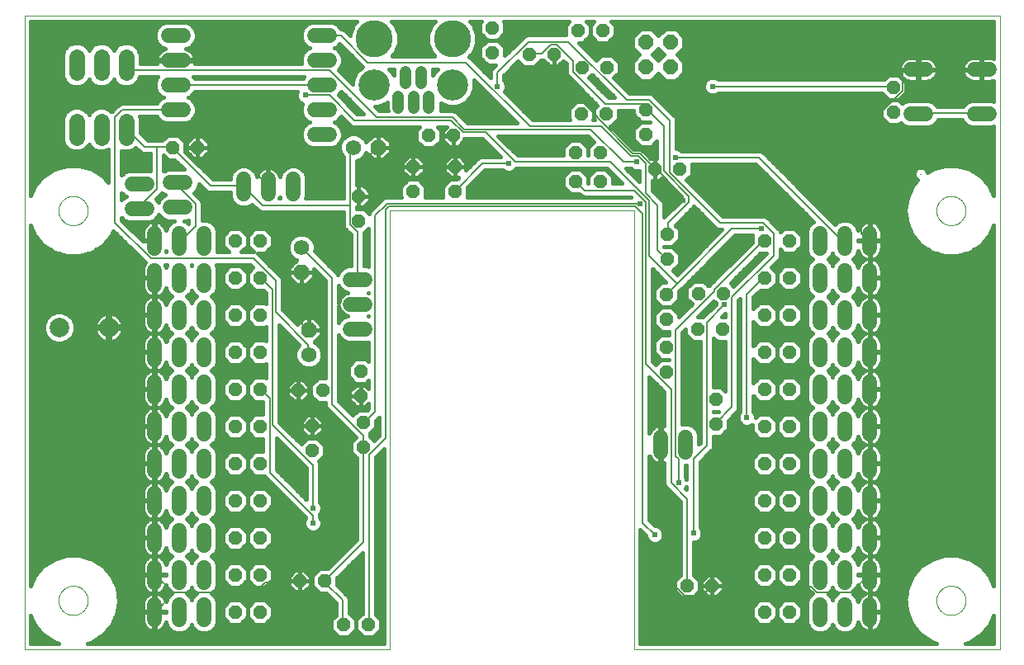
<source format=gbl>
G75*
%MOIN*%
%OFA0B0*%
%FSLAX25Y25*%
%IPPOS*%
%LPD*%
%AMOC8*
5,1,8,0,0,1.08239X$1,22.5*
%
%ADD10C,0.00000*%
%ADD11OC8,0.05200*%
%ADD12OC8,0.06200*%
%ADD13C,0.06200*%
%ADD14C,0.15000*%
%ADD15C,0.12598*%
%ADD16C,0.04756*%
%ADD17C,0.06000*%
%ADD18C,0.06496*%
%ADD19C,0.07874*%
%ADD20OC8,0.06000*%
%ADD21C,0.00600*%
%ADD22C,0.02400*%
%ADD23C,0.01600*%
D10*
X0004000Y0002257D02*
X0151638Y0002257D01*
X0151638Y0179423D01*
X0250063Y0179423D01*
X0250063Y0002257D01*
X0397701Y0002257D01*
X0397701Y0258163D01*
X0004000Y0258163D01*
X0004000Y0002257D01*
X0017779Y0021943D02*
X0017781Y0022096D01*
X0017787Y0022250D01*
X0017797Y0022403D01*
X0017811Y0022555D01*
X0017829Y0022708D01*
X0017851Y0022859D01*
X0017876Y0023010D01*
X0017906Y0023161D01*
X0017940Y0023311D01*
X0017977Y0023459D01*
X0018018Y0023607D01*
X0018063Y0023753D01*
X0018112Y0023899D01*
X0018165Y0024043D01*
X0018221Y0024185D01*
X0018281Y0024326D01*
X0018345Y0024466D01*
X0018412Y0024604D01*
X0018483Y0024740D01*
X0018558Y0024874D01*
X0018635Y0025006D01*
X0018717Y0025136D01*
X0018801Y0025264D01*
X0018889Y0025390D01*
X0018980Y0025513D01*
X0019074Y0025634D01*
X0019172Y0025752D01*
X0019272Y0025868D01*
X0019376Y0025981D01*
X0019482Y0026092D01*
X0019591Y0026200D01*
X0019703Y0026305D01*
X0019817Y0026406D01*
X0019935Y0026505D01*
X0020054Y0026601D01*
X0020176Y0026694D01*
X0020301Y0026783D01*
X0020428Y0026870D01*
X0020557Y0026952D01*
X0020688Y0027032D01*
X0020821Y0027108D01*
X0020956Y0027181D01*
X0021093Y0027250D01*
X0021232Y0027315D01*
X0021372Y0027377D01*
X0021514Y0027435D01*
X0021657Y0027490D01*
X0021802Y0027541D01*
X0021948Y0027588D01*
X0022095Y0027631D01*
X0022243Y0027670D01*
X0022392Y0027706D01*
X0022542Y0027737D01*
X0022693Y0027765D01*
X0022844Y0027789D01*
X0022997Y0027809D01*
X0023149Y0027825D01*
X0023302Y0027837D01*
X0023455Y0027845D01*
X0023608Y0027849D01*
X0023762Y0027849D01*
X0023915Y0027845D01*
X0024068Y0027837D01*
X0024221Y0027825D01*
X0024373Y0027809D01*
X0024526Y0027789D01*
X0024677Y0027765D01*
X0024828Y0027737D01*
X0024978Y0027706D01*
X0025127Y0027670D01*
X0025275Y0027631D01*
X0025422Y0027588D01*
X0025568Y0027541D01*
X0025713Y0027490D01*
X0025856Y0027435D01*
X0025998Y0027377D01*
X0026138Y0027315D01*
X0026277Y0027250D01*
X0026414Y0027181D01*
X0026549Y0027108D01*
X0026682Y0027032D01*
X0026813Y0026952D01*
X0026942Y0026870D01*
X0027069Y0026783D01*
X0027194Y0026694D01*
X0027316Y0026601D01*
X0027435Y0026505D01*
X0027553Y0026406D01*
X0027667Y0026305D01*
X0027779Y0026200D01*
X0027888Y0026092D01*
X0027994Y0025981D01*
X0028098Y0025868D01*
X0028198Y0025752D01*
X0028296Y0025634D01*
X0028390Y0025513D01*
X0028481Y0025390D01*
X0028569Y0025264D01*
X0028653Y0025136D01*
X0028735Y0025006D01*
X0028812Y0024874D01*
X0028887Y0024740D01*
X0028958Y0024604D01*
X0029025Y0024466D01*
X0029089Y0024326D01*
X0029149Y0024185D01*
X0029205Y0024043D01*
X0029258Y0023899D01*
X0029307Y0023753D01*
X0029352Y0023607D01*
X0029393Y0023459D01*
X0029430Y0023311D01*
X0029464Y0023161D01*
X0029494Y0023010D01*
X0029519Y0022859D01*
X0029541Y0022708D01*
X0029559Y0022555D01*
X0029573Y0022403D01*
X0029583Y0022250D01*
X0029589Y0022096D01*
X0029591Y0021943D01*
X0029589Y0021790D01*
X0029583Y0021636D01*
X0029573Y0021483D01*
X0029559Y0021331D01*
X0029541Y0021178D01*
X0029519Y0021027D01*
X0029494Y0020876D01*
X0029464Y0020725D01*
X0029430Y0020575D01*
X0029393Y0020427D01*
X0029352Y0020279D01*
X0029307Y0020133D01*
X0029258Y0019987D01*
X0029205Y0019843D01*
X0029149Y0019701D01*
X0029089Y0019560D01*
X0029025Y0019420D01*
X0028958Y0019282D01*
X0028887Y0019146D01*
X0028812Y0019012D01*
X0028735Y0018880D01*
X0028653Y0018750D01*
X0028569Y0018622D01*
X0028481Y0018496D01*
X0028390Y0018373D01*
X0028296Y0018252D01*
X0028198Y0018134D01*
X0028098Y0018018D01*
X0027994Y0017905D01*
X0027888Y0017794D01*
X0027779Y0017686D01*
X0027667Y0017581D01*
X0027553Y0017480D01*
X0027435Y0017381D01*
X0027316Y0017285D01*
X0027194Y0017192D01*
X0027069Y0017103D01*
X0026942Y0017016D01*
X0026813Y0016934D01*
X0026682Y0016854D01*
X0026549Y0016778D01*
X0026414Y0016705D01*
X0026277Y0016636D01*
X0026138Y0016571D01*
X0025998Y0016509D01*
X0025856Y0016451D01*
X0025713Y0016396D01*
X0025568Y0016345D01*
X0025422Y0016298D01*
X0025275Y0016255D01*
X0025127Y0016216D01*
X0024978Y0016180D01*
X0024828Y0016149D01*
X0024677Y0016121D01*
X0024526Y0016097D01*
X0024373Y0016077D01*
X0024221Y0016061D01*
X0024068Y0016049D01*
X0023915Y0016041D01*
X0023762Y0016037D01*
X0023608Y0016037D01*
X0023455Y0016041D01*
X0023302Y0016049D01*
X0023149Y0016061D01*
X0022997Y0016077D01*
X0022844Y0016097D01*
X0022693Y0016121D01*
X0022542Y0016149D01*
X0022392Y0016180D01*
X0022243Y0016216D01*
X0022095Y0016255D01*
X0021948Y0016298D01*
X0021802Y0016345D01*
X0021657Y0016396D01*
X0021514Y0016451D01*
X0021372Y0016509D01*
X0021232Y0016571D01*
X0021093Y0016636D01*
X0020956Y0016705D01*
X0020821Y0016778D01*
X0020688Y0016854D01*
X0020557Y0016934D01*
X0020428Y0017016D01*
X0020301Y0017103D01*
X0020176Y0017192D01*
X0020054Y0017285D01*
X0019935Y0017381D01*
X0019817Y0017480D01*
X0019703Y0017581D01*
X0019591Y0017686D01*
X0019482Y0017794D01*
X0019376Y0017905D01*
X0019272Y0018018D01*
X0019172Y0018134D01*
X0019074Y0018252D01*
X0018980Y0018373D01*
X0018889Y0018496D01*
X0018801Y0018622D01*
X0018717Y0018750D01*
X0018635Y0018880D01*
X0018558Y0019012D01*
X0018483Y0019146D01*
X0018412Y0019282D01*
X0018345Y0019420D01*
X0018281Y0019560D01*
X0018221Y0019701D01*
X0018165Y0019843D01*
X0018112Y0019987D01*
X0018063Y0020133D01*
X0018018Y0020279D01*
X0017977Y0020427D01*
X0017940Y0020575D01*
X0017906Y0020725D01*
X0017876Y0020876D01*
X0017851Y0021027D01*
X0017829Y0021178D01*
X0017811Y0021331D01*
X0017797Y0021483D01*
X0017787Y0021636D01*
X0017781Y0021790D01*
X0017779Y0021943D01*
X0017779Y0179423D02*
X0017781Y0179576D01*
X0017787Y0179730D01*
X0017797Y0179883D01*
X0017811Y0180035D01*
X0017829Y0180188D01*
X0017851Y0180339D01*
X0017876Y0180490D01*
X0017906Y0180641D01*
X0017940Y0180791D01*
X0017977Y0180939D01*
X0018018Y0181087D01*
X0018063Y0181233D01*
X0018112Y0181379D01*
X0018165Y0181523D01*
X0018221Y0181665D01*
X0018281Y0181806D01*
X0018345Y0181946D01*
X0018412Y0182084D01*
X0018483Y0182220D01*
X0018558Y0182354D01*
X0018635Y0182486D01*
X0018717Y0182616D01*
X0018801Y0182744D01*
X0018889Y0182870D01*
X0018980Y0182993D01*
X0019074Y0183114D01*
X0019172Y0183232D01*
X0019272Y0183348D01*
X0019376Y0183461D01*
X0019482Y0183572D01*
X0019591Y0183680D01*
X0019703Y0183785D01*
X0019817Y0183886D01*
X0019935Y0183985D01*
X0020054Y0184081D01*
X0020176Y0184174D01*
X0020301Y0184263D01*
X0020428Y0184350D01*
X0020557Y0184432D01*
X0020688Y0184512D01*
X0020821Y0184588D01*
X0020956Y0184661D01*
X0021093Y0184730D01*
X0021232Y0184795D01*
X0021372Y0184857D01*
X0021514Y0184915D01*
X0021657Y0184970D01*
X0021802Y0185021D01*
X0021948Y0185068D01*
X0022095Y0185111D01*
X0022243Y0185150D01*
X0022392Y0185186D01*
X0022542Y0185217D01*
X0022693Y0185245D01*
X0022844Y0185269D01*
X0022997Y0185289D01*
X0023149Y0185305D01*
X0023302Y0185317D01*
X0023455Y0185325D01*
X0023608Y0185329D01*
X0023762Y0185329D01*
X0023915Y0185325D01*
X0024068Y0185317D01*
X0024221Y0185305D01*
X0024373Y0185289D01*
X0024526Y0185269D01*
X0024677Y0185245D01*
X0024828Y0185217D01*
X0024978Y0185186D01*
X0025127Y0185150D01*
X0025275Y0185111D01*
X0025422Y0185068D01*
X0025568Y0185021D01*
X0025713Y0184970D01*
X0025856Y0184915D01*
X0025998Y0184857D01*
X0026138Y0184795D01*
X0026277Y0184730D01*
X0026414Y0184661D01*
X0026549Y0184588D01*
X0026682Y0184512D01*
X0026813Y0184432D01*
X0026942Y0184350D01*
X0027069Y0184263D01*
X0027194Y0184174D01*
X0027316Y0184081D01*
X0027435Y0183985D01*
X0027553Y0183886D01*
X0027667Y0183785D01*
X0027779Y0183680D01*
X0027888Y0183572D01*
X0027994Y0183461D01*
X0028098Y0183348D01*
X0028198Y0183232D01*
X0028296Y0183114D01*
X0028390Y0182993D01*
X0028481Y0182870D01*
X0028569Y0182744D01*
X0028653Y0182616D01*
X0028735Y0182486D01*
X0028812Y0182354D01*
X0028887Y0182220D01*
X0028958Y0182084D01*
X0029025Y0181946D01*
X0029089Y0181806D01*
X0029149Y0181665D01*
X0029205Y0181523D01*
X0029258Y0181379D01*
X0029307Y0181233D01*
X0029352Y0181087D01*
X0029393Y0180939D01*
X0029430Y0180791D01*
X0029464Y0180641D01*
X0029494Y0180490D01*
X0029519Y0180339D01*
X0029541Y0180188D01*
X0029559Y0180035D01*
X0029573Y0179883D01*
X0029583Y0179730D01*
X0029589Y0179576D01*
X0029591Y0179423D01*
X0029589Y0179270D01*
X0029583Y0179116D01*
X0029573Y0178963D01*
X0029559Y0178811D01*
X0029541Y0178658D01*
X0029519Y0178507D01*
X0029494Y0178356D01*
X0029464Y0178205D01*
X0029430Y0178055D01*
X0029393Y0177907D01*
X0029352Y0177759D01*
X0029307Y0177613D01*
X0029258Y0177467D01*
X0029205Y0177323D01*
X0029149Y0177181D01*
X0029089Y0177040D01*
X0029025Y0176900D01*
X0028958Y0176762D01*
X0028887Y0176626D01*
X0028812Y0176492D01*
X0028735Y0176360D01*
X0028653Y0176230D01*
X0028569Y0176102D01*
X0028481Y0175976D01*
X0028390Y0175853D01*
X0028296Y0175732D01*
X0028198Y0175614D01*
X0028098Y0175498D01*
X0027994Y0175385D01*
X0027888Y0175274D01*
X0027779Y0175166D01*
X0027667Y0175061D01*
X0027553Y0174960D01*
X0027435Y0174861D01*
X0027316Y0174765D01*
X0027194Y0174672D01*
X0027069Y0174583D01*
X0026942Y0174496D01*
X0026813Y0174414D01*
X0026682Y0174334D01*
X0026549Y0174258D01*
X0026414Y0174185D01*
X0026277Y0174116D01*
X0026138Y0174051D01*
X0025998Y0173989D01*
X0025856Y0173931D01*
X0025713Y0173876D01*
X0025568Y0173825D01*
X0025422Y0173778D01*
X0025275Y0173735D01*
X0025127Y0173696D01*
X0024978Y0173660D01*
X0024828Y0173629D01*
X0024677Y0173601D01*
X0024526Y0173577D01*
X0024373Y0173557D01*
X0024221Y0173541D01*
X0024068Y0173529D01*
X0023915Y0173521D01*
X0023762Y0173517D01*
X0023608Y0173517D01*
X0023455Y0173521D01*
X0023302Y0173529D01*
X0023149Y0173541D01*
X0022997Y0173557D01*
X0022844Y0173577D01*
X0022693Y0173601D01*
X0022542Y0173629D01*
X0022392Y0173660D01*
X0022243Y0173696D01*
X0022095Y0173735D01*
X0021948Y0173778D01*
X0021802Y0173825D01*
X0021657Y0173876D01*
X0021514Y0173931D01*
X0021372Y0173989D01*
X0021232Y0174051D01*
X0021093Y0174116D01*
X0020956Y0174185D01*
X0020821Y0174258D01*
X0020688Y0174334D01*
X0020557Y0174414D01*
X0020428Y0174496D01*
X0020301Y0174583D01*
X0020176Y0174672D01*
X0020054Y0174765D01*
X0019935Y0174861D01*
X0019817Y0174960D01*
X0019703Y0175061D01*
X0019591Y0175166D01*
X0019482Y0175274D01*
X0019376Y0175385D01*
X0019272Y0175498D01*
X0019172Y0175614D01*
X0019074Y0175732D01*
X0018980Y0175853D01*
X0018889Y0175976D01*
X0018801Y0176102D01*
X0018717Y0176230D01*
X0018635Y0176360D01*
X0018558Y0176492D01*
X0018483Y0176626D01*
X0018412Y0176762D01*
X0018345Y0176900D01*
X0018281Y0177040D01*
X0018221Y0177181D01*
X0018165Y0177323D01*
X0018112Y0177467D01*
X0018063Y0177613D01*
X0018018Y0177759D01*
X0017977Y0177907D01*
X0017940Y0178055D01*
X0017906Y0178205D01*
X0017876Y0178356D01*
X0017851Y0178507D01*
X0017829Y0178658D01*
X0017811Y0178811D01*
X0017797Y0178963D01*
X0017787Y0179116D01*
X0017781Y0179270D01*
X0017779Y0179423D01*
X0372110Y0179423D02*
X0372112Y0179576D01*
X0372118Y0179730D01*
X0372128Y0179883D01*
X0372142Y0180035D01*
X0372160Y0180188D01*
X0372182Y0180339D01*
X0372207Y0180490D01*
X0372237Y0180641D01*
X0372271Y0180791D01*
X0372308Y0180939D01*
X0372349Y0181087D01*
X0372394Y0181233D01*
X0372443Y0181379D01*
X0372496Y0181523D01*
X0372552Y0181665D01*
X0372612Y0181806D01*
X0372676Y0181946D01*
X0372743Y0182084D01*
X0372814Y0182220D01*
X0372889Y0182354D01*
X0372966Y0182486D01*
X0373048Y0182616D01*
X0373132Y0182744D01*
X0373220Y0182870D01*
X0373311Y0182993D01*
X0373405Y0183114D01*
X0373503Y0183232D01*
X0373603Y0183348D01*
X0373707Y0183461D01*
X0373813Y0183572D01*
X0373922Y0183680D01*
X0374034Y0183785D01*
X0374148Y0183886D01*
X0374266Y0183985D01*
X0374385Y0184081D01*
X0374507Y0184174D01*
X0374632Y0184263D01*
X0374759Y0184350D01*
X0374888Y0184432D01*
X0375019Y0184512D01*
X0375152Y0184588D01*
X0375287Y0184661D01*
X0375424Y0184730D01*
X0375563Y0184795D01*
X0375703Y0184857D01*
X0375845Y0184915D01*
X0375988Y0184970D01*
X0376133Y0185021D01*
X0376279Y0185068D01*
X0376426Y0185111D01*
X0376574Y0185150D01*
X0376723Y0185186D01*
X0376873Y0185217D01*
X0377024Y0185245D01*
X0377175Y0185269D01*
X0377328Y0185289D01*
X0377480Y0185305D01*
X0377633Y0185317D01*
X0377786Y0185325D01*
X0377939Y0185329D01*
X0378093Y0185329D01*
X0378246Y0185325D01*
X0378399Y0185317D01*
X0378552Y0185305D01*
X0378704Y0185289D01*
X0378857Y0185269D01*
X0379008Y0185245D01*
X0379159Y0185217D01*
X0379309Y0185186D01*
X0379458Y0185150D01*
X0379606Y0185111D01*
X0379753Y0185068D01*
X0379899Y0185021D01*
X0380044Y0184970D01*
X0380187Y0184915D01*
X0380329Y0184857D01*
X0380469Y0184795D01*
X0380608Y0184730D01*
X0380745Y0184661D01*
X0380880Y0184588D01*
X0381013Y0184512D01*
X0381144Y0184432D01*
X0381273Y0184350D01*
X0381400Y0184263D01*
X0381525Y0184174D01*
X0381647Y0184081D01*
X0381766Y0183985D01*
X0381884Y0183886D01*
X0381998Y0183785D01*
X0382110Y0183680D01*
X0382219Y0183572D01*
X0382325Y0183461D01*
X0382429Y0183348D01*
X0382529Y0183232D01*
X0382627Y0183114D01*
X0382721Y0182993D01*
X0382812Y0182870D01*
X0382900Y0182744D01*
X0382984Y0182616D01*
X0383066Y0182486D01*
X0383143Y0182354D01*
X0383218Y0182220D01*
X0383289Y0182084D01*
X0383356Y0181946D01*
X0383420Y0181806D01*
X0383480Y0181665D01*
X0383536Y0181523D01*
X0383589Y0181379D01*
X0383638Y0181233D01*
X0383683Y0181087D01*
X0383724Y0180939D01*
X0383761Y0180791D01*
X0383795Y0180641D01*
X0383825Y0180490D01*
X0383850Y0180339D01*
X0383872Y0180188D01*
X0383890Y0180035D01*
X0383904Y0179883D01*
X0383914Y0179730D01*
X0383920Y0179576D01*
X0383922Y0179423D01*
X0383920Y0179270D01*
X0383914Y0179116D01*
X0383904Y0178963D01*
X0383890Y0178811D01*
X0383872Y0178658D01*
X0383850Y0178507D01*
X0383825Y0178356D01*
X0383795Y0178205D01*
X0383761Y0178055D01*
X0383724Y0177907D01*
X0383683Y0177759D01*
X0383638Y0177613D01*
X0383589Y0177467D01*
X0383536Y0177323D01*
X0383480Y0177181D01*
X0383420Y0177040D01*
X0383356Y0176900D01*
X0383289Y0176762D01*
X0383218Y0176626D01*
X0383143Y0176492D01*
X0383066Y0176360D01*
X0382984Y0176230D01*
X0382900Y0176102D01*
X0382812Y0175976D01*
X0382721Y0175853D01*
X0382627Y0175732D01*
X0382529Y0175614D01*
X0382429Y0175498D01*
X0382325Y0175385D01*
X0382219Y0175274D01*
X0382110Y0175166D01*
X0381998Y0175061D01*
X0381884Y0174960D01*
X0381766Y0174861D01*
X0381647Y0174765D01*
X0381525Y0174672D01*
X0381400Y0174583D01*
X0381273Y0174496D01*
X0381144Y0174414D01*
X0381013Y0174334D01*
X0380880Y0174258D01*
X0380745Y0174185D01*
X0380608Y0174116D01*
X0380469Y0174051D01*
X0380329Y0173989D01*
X0380187Y0173931D01*
X0380044Y0173876D01*
X0379899Y0173825D01*
X0379753Y0173778D01*
X0379606Y0173735D01*
X0379458Y0173696D01*
X0379309Y0173660D01*
X0379159Y0173629D01*
X0379008Y0173601D01*
X0378857Y0173577D01*
X0378704Y0173557D01*
X0378552Y0173541D01*
X0378399Y0173529D01*
X0378246Y0173521D01*
X0378093Y0173517D01*
X0377939Y0173517D01*
X0377786Y0173521D01*
X0377633Y0173529D01*
X0377480Y0173541D01*
X0377328Y0173557D01*
X0377175Y0173577D01*
X0377024Y0173601D01*
X0376873Y0173629D01*
X0376723Y0173660D01*
X0376574Y0173696D01*
X0376426Y0173735D01*
X0376279Y0173778D01*
X0376133Y0173825D01*
X0375988Y0173876D01*
X0375845Y0173931D01*
X0375703Y0173989D01*
X0375563Y0174051D01*
X0375424Y0174116D01*
X0375287Y0174185D01*
X0375152Y0174258D01*
X0375019Y0174334D01*
X0374888Y0174414D01*
X0374759Y0174496D01*
X0374632Y0174583D01*
X0374507Y0174672D01*
X0374385Y0174765D01*
X0374266Y0174861D01*
X0374148Y0174960D01*
X0374034Y0175061D01*
X0373922Y0175166D01*
X0373813Y0175274D01*
X0373707Y0175385D01*
X0373603Y0175498D01*
X0373503Y0175614D01*
X0373405Y0175732D01*
X0373311Y0175853D01*
X0373220Y0175976D01*
X0373132Y0176102D01*
X0373048Y0176230D01*
X0372966Y0176360D01*
X0372889Y0176492D01*
X0372814Y0176626D01*
X0372743Y0176762D01*
X0372676Y0176900D01*
X0372612Y0177040D01*
X0372552Y0177181D01*
X0372496Y0177323D01*
X0372443Y0177467D01*
X0372394Y0177613D01*
X0372349Y0177759D01*
X0372308Y0177907D01*
X0372271Y0178055D01*
X0372237Y0178205D01*
X0372207Y0178356D01*
X0372182Y0178507D01*
X0372160Y0178658D01*
X0372142Y0178811D01*
X0372128Y0178963D01*
X0372118Y0179116D01*
X0372112Y0179270D01*
X0372110Y0179423D01*
X0372110Y0021943D02*
X0372112Y0022096D01*
X0372118Y0022250D01*
X0372128Y0022403D01*
X0372142Y0022555D01*
X0372160Y0022708D01*
X0372182Y0022859D01*
X0372207Y0023010D01*
X0372237Y0023161D01*
X0372271Y0023311D01*
X0372308Y0023459D01*
X0372349Y0023607D01*
X0372394Y0023753D01*
X0372443Y0023899D01*
X0372496Y0024043D01*
X0372552Y0024185D01*
X0372612Y0024326D01*
X0372676Y0024466D01*
X0372743Y0024604D01*
X0372814Y0024740D01*
X0372889Y0024874D01*
X0372966Y0025006D01*
X0373048Y0025136D01*
X0373132Y0025264D01*
X0373220Y0025390D01*
X0373311Y0025513D01*
X0373405Y0025634D01*
X0373503Y0025752D01*
X0373603Y0025868D01*
X0373707Y0025981D01*
X0373813Y0026092D01*
X0373922Y0026200D01*
X0374034Y0026305D01*
X0374148Y0026406D01*
X0374266Y0026505D01*
X0374385Y0026601D01*
X0374507Y0026694D01*
X0374632Y0026783D01*
X0374759Y0026870D01*
X0374888Y0026952D01*
X0375019Y0027032D01*
X0375152Y0027108D01*
X0375287Y0027181D01*
X0375424Y0027250D01*
X0375563Y0027315D01*
X0375703Y0027377D01*
X0375845Y0027435D01*
X0375988Y0027490D01*
X0376133Y0027541D01*
X0376279Y0027588D01*
X0376426Y0027631D01*
X0376574Y0027670D01*
X0376723Y0027706D01*
X0376873Y0027737D01*
X0377024Y0027765D01*
X0377175Y0027789D01*
X0377328Y0027809D01*
X0377480Y0027825D01*
X0377633Y0027837D01*
X0377786Y0027845D01*
X0377939Y0027849D01*
X0378093Y0027849D01*
X0378246Y0027845D01*
X0378399Y0027837D01*
X0378552Y0027825D01*
X0378704Y0027809D01*
X0378857Y0027789D01*
X0379008Y0027765D01*
X0379159Y0027737D01*
X0379309Y0027706D01*
X0379458Y0027670D01*
X0379606Y0027631D01*
X0379753Y0027588D01*
X0379899Y0027541D01*
X0380044Y0027490D01*
X0380187Y0027435D01*
X0380329Y0027377D01*
X0380469Y0027315D01*
X0380608Y0027250D01*
X0380745Y0027181D01*
X0380880Y0027108D01*
X0381013Y0027032D01*
X0381144Y0026952D01*
X0381273Y0026870D01*
X0381400Y0026783D01*
X0381525Y0026694D01*
X0381647Y0026601D01*
X0381766Y0026505D01*
X0381884Y0026406D01*
X0381998Y0026305D01*
X0382110Y0026200D01*
X0382219Y0026092D01*
X0382325Y0025981D01*
X0382429Y0025868D01*
X0382529Y0025752D01*
X0382627Y0025634D01*
X0382721Y0025513D01*
X0382812Y0025390D01*
X0382900Y0025264D01*
X0382984Y0025136D01*
X0383066Y0025006D01*
X0383143Y0024874D01*
X0383218Y0024740D01*
X0383289Y0024604D01*
X0383356Y0024466D01*
X0383420Y0024326D01*
X0383480Y0024185D01*
X0383536Y0024043D01*
X0383589Y0023899D01*
X0383638Y0023753D01*
X0383683Y0023607D01*
X0383724Y0023459D01*
X0383761Y0023311D01*
X0383795Y0023161D01*
X0383825Y0023010D01*
X0383850Y0022859D01*
X0383872Y0022708D01*
X0383890Y0022555D01*
X0383904Y0022403D01*
X0383914Y0022250D01*
X0383920Y0022096D01*
X0383922Y0021943D01*
X0383920Y0021790D01*
X0383914Y0021636D01*
X0383904Y0021483D01*
X0383890Y0021331D01*
X0383872Y0021178D01*
X0383850Y0021027D01*
X0383825Y0020876D01*
X0383795Y0020725D01*
X0383761Y0020575D01*
X0383724Y0020427D01*
X0383683Y0020279D01*
X0383638Y0020133D01*
X0383589Y0019987D01*
X0383536Y0019843D01*
X0383480Y0019701D01*
X0383420Y0019560D01*
X0383356Y0019420D01*
X0383289Y0019282D01*
X0383218Y0019146D01*
X0383143Y0019012D01*
X0383066Y0018880D01*
X0382984Y0018750D01*
X0382900Y0018622D01*
X0382812Y0018496D01*
X0382721Y0018373D01*
X0382627Y0018252D01*
X0382529Y0018134D01*
X0382429Y0018018D01*
X0382325Y0017905D01*
X0382219Y0017794D01*
X0382110Y0017686D01*
X0381998Y0017581D01*
X0381884Y0017480D01*
X0381766Y0017381D01*
X0381647Y0017285D01*
X0381525Y0017192D01*
X0381400Y0017103D01*
X0381273Y0017016D01*
X0381144Y0016934D01*
X0381013Y0016854D01*
X0380880Y0016778D01*
X0380745Y0016705D01*
X0380608Y0016636D01*
X0380469Y0016571D01*
X0380329Y0016509D01*
X0380187Y0016451D01*
X0380044Y0016396D01*
X0379899Y0016345D01*
X0379753Y0016298D01*
X0379606Y0016255D01*
X0379458Y0016216D01*
X0379309Y0016180D01*
X0379159Y0016149D01*
X0379008Y0016121D01*
X0378857Y0016097D01*
X0378704Y0016077D01*
X0378552Y0016061D01*
X0378399Y0016049D01*
X0378246Y0016041D01*
X0378093Y0016037D01*
X0377939Y0016037D01*
X0377786Y0016041D01*
X0377633Y0016049D01*
X0377480Y0016061D01*
X0377328Y0016077D01*
X0377175Y0016097D01*
X0377024Y0016121D01*
X0376873Y0016149D01*
X0376723Y0016180D01*
X0376574Y0016216D01*
X0376426Y0016255D01*
X0376279Y0016298D01*
X0376133Y0016345D01*
X0375988Y0016396D01*
X0375845Y0016451D01*
X0375703Y0016509D01*
X0375563Y0016571D01*
X0375424Y0016636D01*
X0375287Y0016705D01*
X0375152Y0016778D01*
X0375019Y0016854D01*
X0374888Y0016934D01*
X0374759Y0017016D01*
X0374632Y0017103D01*
X0374507Y0017192D01*
X0374385Y0017285D01*
X0374266Y0017381D01*
X0374148Y0017480D01*
X0374034Y0017581D01*
X0373922Y0017686D01*
X0373813Y0017794D01*
X0373707Y0017905D01*
X0373603Y0018018D01*
X0373503Y0018134D01*
X0373405Y0018252D01*
X0373311Y0018373D01*
X0373220Y0018496D01*
X0373132Y0018622D01*
X0373048Y0018750D01*
X0372966Y0018880D01*
X0372889Y0019012D01*
X0372814Y0019146D01*
X0372743Y0019282D01*
X0372676Y0019420D01*
X0372612Y0019560D01*
X0372552Y0019701D01*
X0372496Y0019843D01*
X0372443Y0019987D01*
X0372394Y0020133D01*
X0372349Y0020279D01*
X0372308Y0020427D01*
X0372271Y0020575D01*
X0372237Y0020725D01*
X0372207Y0020876D01*
X0372182Y0021027D01*
X0372160Y0021178D01*
X0372142Y0021331D01*
X0372128Y0021483D01*
X0372118Y0021636D01*
X0372112Y0021790D01*
X0372110Y0021943D01*
D11*
X0312701Y0017257D03*
X0302701Y0017257D03*
X0302701Y0032257D03*
X0312701Y0032257D03*
X0312701Y0047257D03*
X0302701Y0047257D03*
X0302701Y0062257D03*
X0312701Y0062257D03*
X0312701Y0077257D03*
X0302701Y0077257D03*
X0302701Y0092257D03*
X0312701Y0092257D03*
X0312701Y0107257D03*
X0302701Y0107257D03*
X0283000Y0103320D03*
X0283000Y0093320D03*
X0263031Y0114352D03*
X0263031Y0124352D03*
X0263110Y0135580D03*
X0263110Y0145580D03*
X0276181Y0145998D03*
X0286181Y0145998D03*
X0302701Y0152257D03*
X0312701Y0152257D03*
X0312701Y0137257D03*
X0302701Y0137257D03*
X0285732Y0131446D03*
X0275732Y0131446D03*
X0302701Y0122257D03*
X0312701Y0122257D03*
X0263331Y0159832D03*
X0263331Y0169832D03*
X0236535Y0191273D03*
X0226535Y0191273D03*
X0226535Y0202927D03*
X0236535Y0202927D03*
X0254969Y0210289D03*
X0254969Y0220289D03*
X0238882Y0218478D03*
X0228882Y0218478D03*
X0229000Y0237257D03*
X0239000Y0237257D03*
X0237346Y0252257D03*
X0227346Y0252257D03*
X0217661Y0242415D03*
X0207661Y0242415D03*
X0192976Y0243320D03*
X0192976Y0253320D03*
X0177205Y0209691D03*
X0167205Y0209691D03*
X0160961Y0197116D03*
X0160961Y0187116D03*
X0177898Y0187116D03*
X0177898Y0197116D03*
X0138961Y0185313D03*
X0138961Y0175313D03*
X0099000Y0167257D03*
X0089000Y0167257D03*
X0089000Y0152257D03*
X0099000Y0152257D03*
X0099000Y0137257D03*
X0089000Y0137257D03*
X0089000Y0122257D03*
X0099000Y0122257D03*
X0099000Y0107257D03*
X0089000Y0107257D03*
X0089000Y0092257D03*
X0099000Y0092257D03*
X0114551Y0106761D03*
X0124551Y0106761D03*
X0139685Y0104604D03*
X0139685Y0114604D03*
X0140811Y0093872D03*
X0140811Y0083872D03*
X0120094Y0082478D03*
X0120094Y0092478D03*
X0099000Y0077257D03*
X0089000Y0077257D03*
X0089000Y0062257D03*
X0099000Y0062257D03*
X0099000Y0047257D03*
X0089000Y0047257D03*
X0089000Y0032257D03*
X0099000Y0032257D03*
X0115142Y0029817D03*
X0125142Y0029817D03*
X0132858Y0012100D03*
X0142858Y0012100D03*
X0099000Y0017257D03*
X0089000Y0017257D03*
X0271638Y0027848D03*
X0281638Y0027848D03*
X0302701Y0167257D03*
X0312701Y0167257D03*
X0268425Y0196061D03*
X0258425Y0196061D03*
X0354906Y0219163D03*
X0354906Y0229163D03*
X0073961Y0205013D03*
X0063961Y0205013D03*
D12*
X0115850Y0154502D03*
X0118803Y0131234D03*
X0146795Y0205013D03*
D13*
X0136795Y0205013D03*
X0115850Y0164502D03*
X0118803Y0121234D03*
D14*
X0145252Y0248809D03*
X0176748Y0248809D03*
D15*
X0176748Y0230305D03*
X0145252Y0230305D03*
D16*
X0154701Y0225580D02*
X0154701Y0220824D01*
X0161000Y0220824D02*
X0161000Y0225580D01*
X0167299Y0225580D02*
X0167299Y0220824D01*
X0164150Y0230698D02*
X0164150Y0235454D01*
X0157850Y0235454D02*
X0157850Y0230698D01*
D17*
X0127063Y0230163D02*
X0121063Y0230163D01*
X0121063Y0240163D02*
X0127063Y0240163D01*
X0127063Y0250163D02*
X0121063Y0250163D01*
X0121063Y0220163D02*
X0127063Y0220163D01*
X0127063Y0210163D02*
X0121063Y0210163D01*
X0112425Y0192108D02*
X0112425Y0186108D01*
X0102425Y0186108D02*
X0102425Y0192108D01*
X0092425Y0192108D02*
X0092425Y0186108D01*
X0076500Y0170257D02*
X0076500Y0164257D01*
X0066500Y0164257D02*
X0066500Y0170257D01*
X0056500Y0170257D02*
X0056500Y0164257D01*
X0056500Y0155257D02*
X0056500Y0149257D01*
X0066500Y0149257D02*
X0066500Y0155257D01*
X0076500Y0155257D02*
X0076500Y0149257D01*
X0076500Y0140257D02*
X0076500Y0134257D01*
X0076500Y0125257D02*
X0076500Y0119257D01*
X0066500Y0119257D02*
X0066500Y0125257D01*
X0056500Y0125257D02*
X0056500Y0119257D01*
X0056500Y0110257D02*
X0056500Y0104257D01*
X0066500Y0104257D02*
X0066500Y0110257D01*
X0076500Y0110257D02*
X0076500Y0104257D01*
X0076500Y0095257D02*
X0076500Y0089257D01*
X0066500Y0089257D02*
X0066500Y0095257D01*
X0056500Y0095257D02*
X0056500Y0089257D01*
X0056500Y0080257D02*
X0056500Y0074257D01*
X0066500Y0074257D02*
X0066500Y0080257D01*
X0076500Y0080257D02*
X0076500Y0074257D01*
X0076500Y0065257D02*
X0076500Y0059257D01*
X0066500Y0059257D02*
X0066500Y0065257D01*
X0056500Y0065257D02*
X0056500Y0059257D01*
X0056500Y0050257D02*
X0056500Y0044257D01*
X0066500Y0044257D02*
X0066500Y0050257D01*
X0076500Y0050257D02*
X0076500Y0044257D01*
X0076500Y0035257D02*
X0076500Y0029257D01*
X0076500Y0020257D02*
X0076500Y0014257D01*
X0066500Y0014257D02*
X0066500Y0020257D01*
X0056500Y0020257D02*
X0056500Y0014257D01*
X0056500Y0029257D02*
X0056500Y0035257D01*
X0066500Y0035257D02*
X0066500Y0029257D01*
X0135654Y0131659D02*
X0141654Y0131659D01*
X0141654Y0141659D02*
X0135654Y0141659D01*
X0135654Y0151659D02*
X0141654Y0151659D01*
X0068929Y0180722D02*
X0062929Y0180722D01*
X0053346Y0180131D02*
X0047346Y0180131D01*
X0047346Y0190131D02*
X0053346Y0190131D01*
X0062929Y0190722D02*
X0068929Y0190722D01*
X0068063Y0220163D02*
X0062063Y0220163D01*
X0062063Y0230163D02*
X0068063Y0230163D01*
X0068063Y0240163D02*
X0062063Y0240163D01*
X0062063Y0250163D02*
X0068063Y0250163D01*
X0066500Y0140257D02*
X0066500Y0134257D01*
X0056500Y0134257D02*
X0056500Y0140257D01*
X0260811Y0087935D02*
X0260811Y0081935D01*
X0270811Y0081935D02*
X0270811Y0087935D01*
X0325201Y0089257D02*
X0325201Y0095257D01*
X0335201Y0095257D02*
X0335201Y0089257D01*
X0345201Y0089257D02*
X0345201Y0095257D01*
X0345201Y0104257D02*
X0345201Y0110257D01*
X0335201Y0110257D02*
X0335201Y0104257D01*
X0325201Y0104257D02*
X0325201Y0110257D01*
X0325201Y0119257D02*
X0325201Y0125257D01*
X0335201Y0125257D02*
X0335201Y0119257D01*
X0345201Y0119257D02*
X0345201Y0125257D01*
X0345201Y0134257D02*
X0345201Y0140257D01*
X0345201Y0149257D02*
X0345201Y0155257D01*
X0335201Y0155257D02*
X0335201Y0149257D01*
X0325201Y0149257D02*
X0325201Y0155257D01*
X0325201Y0164257D02*
X0325201Y0170257D01*
X0335201Y0170257D02*
X0335201Y0164257D01*
X0345201Y0164257D02*
X0345201Y0170257D01*
X0335201Y0140257D02*
X0335201Y0134257D01*
X0325201Y0134257D02*
X0325201Y0140257D01*
X0325201Y0080257D02*
X0325201Y0074257D01*
X0335201Y0074257D02*
X0335201Y0080257D01*
X0345201Y0080257D02*
X0345201Y0074257D01*
X0345201Y0065257D02*
X0345201Y0059257D01*
X0335201Y0059257D02*
X0335201Y0065257D01*
X0325201Y0065257D02*
X0325201Y0059257D01*
X0325201Y0050257D02*
X0325201Y0044257D01*
X0335201Y0044257D02*
X0335201Y0050257D01*
X0345201Y0050257D02*
X0345201Y0044257D01*
X0345201Y0035257D02*
X0345201Y0029257D01*
X0345201Y0020257D02*
X0345201Y0014257D01*
X0335201Y0014257D02*
X0335201Y0020257D01*
X0325201Y0020257D02*
X0325201Y0014257D01*
X0325201Y0029257D02*
X0325201Y0035257D01*
X0335201Y0035257D02*
X0335201Y0029257D01*
X0361822Y0218578D02*
X0367822Y0218578D01*
X0387422Y0218578D02*
X0393422Y0218578D01*
X0393422Y0236378D02*
X0387422Y0236378D01*
X0367822Y0236378D02*
X0361822Y0236378D01*
D18*
X0045063Y0235072D02*
X0045063Y0241569D01*
X0035063Y0241569D02*
X0035063Y0235072D01*
X0025063Y0235072D02*
X0025063Y0241569D01*
X0025063Y0215506D02*
X0025063Y0209009D01*
X0035063Y0209009D02*
X0035063Y0215506D01*
X0045063Y0215506D02*
X0045063Y0209009D01*
D19*
X0038052Y0132222D03*
X0018052Y0132222D03*
D20*
X0254906Y0237415D03*
X0264906Y0237415D03*
X0264906Y0247415D03*
X0254906Y0247415D03*
D21*
X0238600Y0222457D02*
X0225400Y0235657D01*
X0225400Y0239857D01*
X0218800Y0246457D01*
X0216400Y0246457D01*
X0212800Y0242857D01*
X0208000Y0242857D01*
X0207661Y0242415D01*
X0207400Y0247657D02*
X0223600Y0247657D01*
X0247000Y0224257D01*
X0256000Y0224257D01*
X0264400Y0215857D01*
X0264400Y0194857D01*
X0284800Y0174457D01*
X0302200Y0174457D01*
X0306400Y0170257D01*
X0306400Y0161257D01*
X0289600Y0144457D01*
X0289600Y0100057D01*
X0283000Y0093457D01*
X0283000Y0093320D01*
X0279400Y0084457D02*
X0279400Y0134257D01*
X0286600Y0141457D01*
X0282400Y0146857D02*
X0282400Y0147457D01*
X0302200Y0167257D01*
X0302701Y0167257D01*
X0301600Y0172057D02*
X0289600Y0172057D01*
X0267400Y0149857D01*
X0256000Y0161257D01*
X0256000Y0183457D01*
X0240400Y0199057D01*
X0202000Y0199057D01*
X0190000Y0211057D01*
X0181000Y0211057D01*
X0176200Y0215857D01*
X0137200Y0215857D01*
X0127000Y0226057D01*
X0117400Y0226057D01*
X0124000Y0230257D02*
X0124063Y0230163D01*
X0124000Y0230257D02*
X0065200Y0230257D01*
X0065063Y0230163D01*
X0065063Y0220163D02*
X0064600Y0220057D01*
X0043600Y0220057D01*
X0040600Y0217057D01*
X0040600Y0174457D01*
X0055000Y0160057D01*
X0096400Y0160057D01*
X0105400Y0151057D01*
X0105400Y0138457D01*
X0118600Y0125257D01*
X0118600Y0121657D01*
X0118803Y0121234D01*
X0118803Y0131234D02*
X0118600Y0131257D01*
X0116200Y0133657D01*
X0116200Y0154057D01*
X0115850Y0154502D01*
X0104200Y0147457D02*
X0099400Y0152257D01*
X0099000Y0152257D01*
X0104200Y0147457D02*
X0104200Y0092857D01*
X0120400Y0076657D01*
X0120400Y0059257D01*
X0120400Y0056257D02*
X0103000Y0073657D01*
X0103000Y0103657D01*
X0099400Y0107257D01*
X0099000Y0107257D01*
X0128200Y0101257D02*
X0128200Y0152257D01*
X0116200Y0164257D01*
X0115850Y0164502D01*
X0135400Y0173857D02*
X0135400Y0181657D01*
X0100000Y0181657D01*
X0092800Y0188857D01*
X0092425Y0189108D01*
X0092200Y0189457D01*
X0079000Y0189457D01*
X0064000Y0204457D01*
X0063961Y0205013D01*
X0063400Y0205057D01*
X0057400Y0205057D01*
X0057400Y0188257D01*
X0050800Y0181657D01*
X0050800Y0180457D01*
X0050346Y0180131D01*
X0066400Y0188857D02*
X0073000Y0182257D01*
X0073000Y0173257D01*
X0067000Y0167257D01*
X0066500Y0167257D01*
X0066400Y0188857D02*
X0066400Y0190657D01*
X0065929Y0190722D01*
X0074200Y0204457D02*
X0073961Y0205013D01*
X0074200Y0204457D02*
X0087400Y0204457D01*
X0102400Y0189457D01*
X0102425Y0189108D01*
X0135400Y0181657D02*
X0135400Y0203257D01*
X0136600Y0204457D01*
X0136795Y0205013D01*
X0139000Y0197257D02*
X0146200Y0204457D01*
X0146795Y0205013D01*
X0139000Y0197257D02*
X0139000Y0185857D01*
X0138961Y0185313D01*
X0145600Y0177457D02*
X0145600Y0098257D01*
X0141400Y0094057D01*
X0140811Y0093872D01*
X0140800Y0088657D02*
X0128200Y0101257D01*
X0140800Y0088657D02*
X0140800Y0084457D01*
X0140811Y0083872D01*
X0140800Y0083857D01*
X0140800Y0045457D01*
X0125200Y0029857D01*
X0125142Y0029817D01*
X0125200Y0029257D01*
X0132400Y0022057D01*
X0132400Y0012457D01*
X0132858Y0012100D01*
X0142858Y0012100D02*
X0143200Y0012457D01*
X0143200Y0080857D01*
X0149800Y0087457D01*
X0149800Y0179857D01*
X0151000Y0181057D01*
X0250600Y0181057D01*
X0253600Y0178057D01*
X0253600Y0053257D01*
X0258400Y0048457D01*
X0274000Y0049057D02*
X0274000Y0079057D01*
X0279400Y0084457D01*
X0268000Y0079057D02*
X0266800Y0080257D01*
X0266800Y0131257D01*
X0282400Y0146857D01*
X0295600Y0145657D02*
X0302200Y0152257D01*
X0302701Y0152257D01*
X0295600Y0145657D02*
X0295600Y0095857D01*
X0268000Y0079057D02*
X0268000Y0069457D01*
X0265000Y0069457D02*
X0265000Y0107257D01*
X0254800Y0117457D01*
X0254800Y0182857D01*
X0250000Y0187657D01*
X0230200Y0187657D01*
X0226600Y0191257D01*
X0226535Y0191273D01*
X0245800Y0199057D02*
X0232600Y0212257D01*
X0181600Y0212257D01*
X0176800Y0217057D01*
X0146200Y0217057D01*
X0127000Y0236257D01*
X0047200Y0236257D01*
X0045400Y0238057D01*
X0045063Y0238320D01*
X0045063Y0212257D02*
X0045400Y0212257D01*
X0052600Y0205057D01*
X0057400Y0205057D01*
X0124063Y0250163D02*
X0124600Y0250057D01*
X0131800Y0250057D01*
X0142600Y0239257D01*
X0182200Y0239257D01*
X0208000Y0213457D01*
X0236800Y0213457D01*
X0248800Y0201457D01*
X0251800Y0201457D01*
X0254800Y0198457D01*
X0254800Y0186457D01*
X0259600Y0181657D01*
X0259600Y0163657D01*
X0263200Y0160057D01*
X0263331Y0159832D01*
X0263331Y0169832D02*
X0263800Y0170257D01*
X0263800Y0174457D01*
X0272200Y0182857D01*
X0272200Y0185257D01*
X0262000Y0195457D01*
X0262000Y0213457D01*
X0255400Y0220057D01*
X0254969Y0220289D01*
X0254800Y0220657D01*
X0253000Y0222457D01*
X0238600Y0222457D01*
X0235000Y0217657D02*
X0235000Y0217057D01*
X0249400Y0202657D01*
X0252400Y0202657D01*
X0258400Y0196657D01*
X0258425Y0196061D01*
X0259000Y0196057D01*
X0269800Y0185257D01*
X0269800Y0183457D01*
X0252400Y0182257D02*
X0150400Y0182257D01*
X0145600Y0177457D01*
X0138400Y0170857D02*
X0135400Y0173857D01*
X0138400Y0170857D02*
X0138400Y0152257D01*
X0138654Y0151659D01*
X0177898Y0187116D02*
X0178000Y0187657D01*
X0188800Y0198457D01*
X0199600Y0198457D01*
X0177898Y0197116D02*
X0177400Y0197257D01*
X0161200Y0197257D01*
X0160961Y0197116D01*
X0177400Y0197257D02*
X0177400Y0209257D01*
X0177205Y0209691D01*
X0194800Y0229657D02*
X0194800Y0235057D01*
X0207400Y0247657D01*
X0217661Y0242415D02*
X0218200Y0242257D01*
X0218200Y0234457D01*
X0223600Y0229057D01*
X0235000Y0217657D01*
X0245800Y0199057D02*
X0251200Y0199057D01*
X0266800Y0200857D02*
X0300400Y0200857D01*
X0334000Y0167257D01*
X0335201Y0167257D01*
X0341800Y0170257D02*
X0344800Y0167257D01*
X0345201Y0167257D01*
X0341800Y0170257D02*
X0341800Y0196057D01*
X0341800Y0211057D01*
X0358600Y0227857D01*
X0358600Y0235657D01*
X0352000Y0235657D01*
X0358600Y0235657D02*
X0364000Y0235657D01*
X0364600Y0236257D01*
X0364822Y0236378D01*
X0354906Y0229163D02*
X0354400Y0229657D01*
X0281800Y0229657D01*
X0364822Y0218578D02*
X0365200Y0218857D01*
X0390400Y0218857D01*
X0390422Y0218578D01*
X0365800Y0194257D02*
X0365800Y0194157D01*
X0267400Y0149857D02*
X0263200Y0145657D01*
X0263110Y0145580D01*
X0260811Y0084935D02*
X0261400Y0084457D01*
X0261400Y0032857D01*
X0270400Y0023857D01*
X0277600Y0023857D01*
X0281200Y0027457D01*
X0281638Y0027848D01*
X0281800Y0027457D01*
X0321400Y0027457D01*
X0323800Y0025057D01*
X0337600Y0025057D01*
X0344800Y0032257D01*
X0345201Y0032257D01*
X0271638Y0027848D02*
X0271600Y0028057D01*
X0271600Y0062857D01*
X0265000Y0069457D01*
X0120400Y0056257D02*
X0120400Y0053257D01*
X0115142Y0029817D02*
X0115000Y0029257D01*
X0101200Y0029257D01*
X0097000Y0025057D01*
X0064600Y0025057D01*
X0056800Y0017257D01*
X0056500Y0017257D01*
X0064000Y0025057D02*
X0056800Y0032257D01*
X0056500Y0032257D01*
X0064000Y0025057D02*
X0064600Y0025057D01*
D22*
X0120400Y0053257D03*
X0120400Y0059257D03*
X0258400Y0048457D03*
X0274000Y0049057D03*
X0268000Y0069457D03*
X0295600Y0095857D03*
X0286600Y0141457D03*
X0301600Y0172057D03*
X0269800Y0183457D03*
X0252400Y0182257D03*
X0251200Y0199057D03*
X0266800Y0200857D03*
X0281800Y0229657D03*
X0223600Y0229057D03*
X0194800Y0229657D03*
X0199600Y0198457D03*
X0117400Y0226057D03*
X0341800Y0196057D03*
X0352000Y0235657D03*
D23*
X0352834Y0234163D02*
X0351029Y0232357D01*
X0284191Y0232357D01*
X0283839Y0232709D01*
X0282516Y0233257D01*
X0281084Y0233257D01*
X0279761Y0232709D01*
X0278748Y0231697D01*
X0278200Y0230374D01*
X0278200Y0228941D01*
X0278748Y0227618D01*
X0279761Y0226606D01*
X0281084Y0226057D01*
X0282516Y0226057D01*
X0283839Y0226606D01*
X0284191Y0226957D01*
X0350040Y0226957D01*
X0352834Y0224163D01*
X0356977Y0224163D01*
X0359905Y0227092D01*
X0359905Y0231234D01*
X0356977Y0234163D01*
X0352834Y0234163D01*
X0352713Y0234042D02*
X0269169Y0234042D01*
X0270305Y0235178D02*
X0267142Y0232015D01*
X0262669Y0232015D01*
X0259906Y0234778D01*
X0257142Y0232015D01*
X0252669Y0232015D01*
X0249506Y0235178D01*
X0249506Y0239652D01*
X0252269Y0242415D01*
X0249506Y0245178D01*
X0249506Y0249652D01*
X0252669Y0252815D01*
X0257142Y0252815D01*
X0259906Y0250052D01*
X0262669Y0252815D01*
X0267142Y0252815D01*
X0270305Y0249652D01*
X0270305Y0245178D01*
X0267542Y0242415D01*
X0270305Y0239652D01*
X0270305Y0235178D01*
X0270305Y0235640D02*
X0357079Y0235640D01*
X0357022Y0236000D02*
X0357140Y0235254D01*
X0357374Y0234535D01*
X0357717Y0233862D01*
X0358161Y0233251D01*
X0358695Y0232717D01*
X0359306Y0232273D01*
X0359979Y0231930D01*
X0360698Y0231696D01*
X0361444Y0231578D01*
X0364622Y0231578D01*
X0364622Y0236178D01*
X0357022Y0236178D01*
X0357022Y0236000D01*
X0357022Y0236578D02*
X0364622Y0236578D01*
X0364622Y0241178D01*
X0361444Y0241178D01*
X0360698Y0241060D01*
X0359979Y0240826D01*
X0359306Y0240483D01*
X0358695Y0240039D01*
X0358161Y0239505D01*
X0357717Y0238894D01*
X0357374Y0238221D01*
X0357140Y0237502D01*
X0357022Y0236756D01*
X0357022Y0236578D01*
X0357099Y0237239D02*
X0270305Y0237239D01*
X0270305Y0238837D02*
X0357688Y0238837D01*
X0359241Y0240436D02*
X0269522Y0240436D01*
X0267923Y0242034D02*
X0395301Y0242034D01*
X0395265Y0240826D02*
X0394546Y0241060D01*
X0393800Y0241178D01*
X0390622Y0241178D01*
X0390622Y0236578D01*
X0390222Y0236578D01*
X0390222Y0241178D01*
X0387044Y0241178D01*
X0386298Y0241060D01*
X0385579Y0240826D01*
X0384906Y0240483D01*
X0384295Y0240039D01*
X0383761Y0239505D01*
X0383317Y0238894D01*
X0382974Y0238221D01*
X0382740Y0237502D01*
X0382622Y0236756D01*
X0382622Y0236578D01*
X0390222Y0236578D01*
X0390222Y0236178D01*
X0382622Y0236178D01*
X0382622Y0236000D01*
X0382740Y0235254D01*
X0382974Y0234535D01*
X0383317Y0233862D01*
X0383761Y0233251D01*
X0384295Y0232717D01*
X0384906Y0232273D01*
X0385579Y0231930D01*
X0386298Y0231696D01*
X0387044Y0231578D01*
X0390222Y0231578D01*
X0390222Y0236178D01*
X0390622Y0236178D01*
X0390622Y0231578D01*
X0393800Y0231578D01*
X0394546Y0231696D01*
X0395265Y0231930D01*
X0395301Y0231948D01*
X0395301Y0223645D01*
X0394496Y0223978D01*
X0386348Y0223978D01*
X0384363Y0223156D01*
X0382844Y0221637D01*
X0382811Y0221557D01*
X0372433Y0221557D01*
X0372400Y0221637D01*
X0370881Y0223156D01*
X0368896Y0223978D01*
X0360748Y0223978D01*
X0358763Y0223156D01*
X0358373Y0222766D01*
X0356977Y0224163D01*
X0352834Y0224163D01*
X0349906Y0221234D01*
X0349906Y0217092D01*
X0352834Y0214163D01*
X0356977Y0214163D01*
X0357788Y0214975D01*
X0358763Y0214000D01*
X0360748Y0213178D01*
X0368896Y0213178D01*
X0370881Y0214000D01*
X0372400Y0215519D01*
X0372664Y0216157D01*
X0382580Y0216157D01*
X0382844Y0215519D01*
X0384363Y0214000D01*
X0386348Y0213178D01*
X0394496Y0213178D01*
X0395301Y0213511D01*
X0395301Y0185416D01*
X0393495Y0189371D01*
X0390065Y0193329D01*
X0385659Y0196160D01*
X0380634Y0197636D01*
X0375397Y0197636D01*
X0370372Y0196160D01*
X0368447Y0194923D01*
X0368089Y0195787D01*
X0367329Y0196546D01*
X0366337Y0196957D01*
X0365263Y0196957D01*
X0364271Y0196546D01*
X0363511Y0195787D01*
X0363100Y0194795D01*
X0363100Y0193620D01*
X0363511Y0192628D01*
X0364271Y0191869D01*
X0364587Y0191737D01*
X0362537Y0189371D01*
X0362537Y0189371D01*
X0360361Y0184607D01*
X0360361Y0184607D01*
X0359616Y0179423D01*
X0360361Y0174239D01*
X0362537Y0169475D01*
X0365966Y0165517D01*
X0370372Y0162686D01*
X0375397Y0161210D01*
X0380634Y0161210D01*
X0385659Y0162686D01*
X0390065Y0165517D01*
X0390065Y0165517D01*
X0393495Y0169475D01*
X0395301Y0173430D01*
X0395301Y0027936D01*
X0393495Y0031890D01*
X0393495Y0031890D01*
X0390065Y0035848D01*
X0385659Y0038680D01*
X0380634Y0040155D01*
X0375397Y0040155D01*
X0370372Y0038680D01*
X0365966Y0035848D01*
X0362537Y0031890D01*
X0360361Y0027126D01*
X0359616Y0021943D01*
X0359616Y0021943D01*
X0360361Y0016759D01*
X0360361Y0016759D01*
X0362537Y0011995D01*
X0365966Y0008037D01*
X0365966Y0008037D01*
X0370372Y0005205D01*
X0372238Y0004657D01*
X0252463Y0004657D01*
X0252463Y0050576D01*
X0254800Y0048239D01*
X0254800Y0047741D01*
X0255348Y0046418D01*
X0256361Y0045406D01*
X0257684Y0044857D01*
X0259116Y0044857D01*
X0260439Y0045406D01*
X0261452Y0046418D01*
X0262000Y0047741D01*
X0262000Y0049174D01*
X0261452Y0050497D01*
X0260439Y0051509D01*
X0259116Y0052057D01*
X0258618Y0052057D01*
X0256300Y0054376D01*
X0256300Y0080285D01*
X0256363Y0080092D01*
X0256706Y0079419D01*
X0257150Y0078808D01*
X0257684Y0078273D01*
X0258295Y0077829D01*
X0258968Y0077486D01*
X0259687Y0077253D01*
X0260433Y0077135D01*
X0260611Y0077135D01*
X0260611Y0084735D01*
X0261011Y0084735D01*
X0261011Y0077135D01*
X0261189Y0077135D01*
X0261935Y0077253D01*
X0262300Y0077371D01*
X0262300Y0068920D01*
X0262711Y0067928D01*
X0263471Y0067169D01*
X0268900Y0061739D01*
X0268900Y0032181D01*
X0266638Y0029919D01*
X0266638Y0025777D01*
X0269567Y0022848D01*
X0273709Y0022848D01*
X0276638Y0025777D01*
X0276638Y0029919D01*
X0274300Y0032257D01*
X0274300Y0045457D01*
X0274716Y0045457D01*
X0276039Y0046006D01*
X0277052Y0047018D01*
X0277600Y0048341D01*
X0277600Y0049774D01*
X0277052Y0051097D01*
X0276700Y0051449D01*
X0276700Y0077939D01*
X0280929Y0082169D01*
X0281689Y0082928D01*
X0282100Y0083920D01*
X0282100Y0088320D01*
X0285071Y0088320D01*
X0288000Y0091249D01*
X0288000Y0094639D01*
X0291889Y0098528D01*
X0292300Y0099520D01*
X0292300Y0143339D01*
X0292900Y0143939D01*
X0292900Y0098249D01*
X0292548Y0097897D01*
X0292000Y0096574D01*
X0292000Y0095141D01*
X0292548Y0093818D01*
X0293561Y0092806D01*
X0294884Y0092257D01*
X0296316Y0092257D01*
X0297639Y0092806D01*
X0297701Y0092867D01*
X0297701Y0090186D01*
X0300630Y0087257D01*
X0304772Y0087257D01*
X0307701Y0090186D01*
X0310630Y0087257D01*
X0314772Y0087257D01*
X0317701Y0090186D01*
X0317701Y0094329D01*
X0314772Y0097257D01*
X0310630Y0097257D01*
X0307701Y0094329D01*
X0307701Y0090186D01*
X0307701Y0094329D01*
X0304772Y0097257D01*
X0300630Y0097257D01*
X0299200Y0095828D01*
X0299200Y0096574D01*
X0298652Y0097897D01*
X0298300Y0098249D01*
X0298300Y0104587D01*
X0300630Y0102257D01*
X0304772Y0102257D01*
X0307701Y0105186D01*
X0310630Y0102257D01*
X0314772Y0102257D01*
X0317701Y0105186D01*
X0317701Y0109329D01*
X0314772Y0112257D01*
X0310630Y0112257D01*
X0307701Y0109329D01*
X0307701Y0105186D01*
X0307701Y0109329D01*
X0304772Y0112257D01*
X0300630Y0112257D01*
X0298300Y0109928D01*
X0298300Y0119587D01*
X0300630Y0117257D01*
X0304772Y0117257D01*
X0307701Y0120186D01*
X0310630Y0117257D01*
X0314772Y0117257D01*
X0317701Y0120186D01*
X0317701Y0124329D01*
X0314772Y0127257D01*
X0310630Y0127257D01*
X0307701Y0124329D01*
X0307701Y0120186D01*
X0307701Y0124329D01*
X0304772Y0127257D01*
X0300630Y0127257D01*
X0298300Y0124928D01*
X0298300Y0134587D01*
X0300630Y0132257D01*
X0304772Y0132257D01*
X0307701Y0135186D01*
X0310630Y0132257D01*
X0314772Y0132257D01*
X0317701Y0135186D01*
X0317701Y0139329D01*
X0314772Y0142257D01*
X0310630Y0142257D01*
X0307701Y0139329D01*
X0307701Y0135186D01*
X0307701Y0139329D01*
X0304772Y0142257D01*
X0300630Y0142257D01*
X0298300Y0139928D01*
X0298300Y0144539D01*
X0301018Y0147257D01*
X0304772Y0147257D01*
X0307701Y0150186D01*
X0310630Y0147257D01*
X0314772Y0147257D01*
X0317701Y0150186D01*
X0317701Y0154329D01*
X0314772Y0157257D01*
X0310630Y0157257D01*
X0307701Y0154329D01*
X0307701Y0150186D01*
X0307701Y0154329D01*
X0305495Y0156534D01*
X0308689Y0159728D01*
X0309100Y0160720D01*
X0309100Y0163787D01*
X0310630Y0162257D01*
X0314772Y0162257D01*
X0317701Y0165186D01*
X0317701Y0169329D01*
X0314772Y0172257D01*
X0310630Y0172257D01*
X0309100Y0170728D01*
X0309100Y0170795D01*
X0308689Y0171787D01*
X0307929Y0172546D01*
X0303729Y0176746D01*
X0302737Y0177157D01*
X0285918Y0177157D01*
X0271256Y0191820D01*
X0273425Y0193990D01*
X0273425Y0198132D01*
X0273399Y0198157D01*
X0299282Y0198157D01*
X0322468Y0174971D01*
X0322142Y0174835D01*
X0320623Y0173316D01*
X0319801Y0171332D01*
X0319801Y0163183D01*
X0320623Y0161199D01*
X0322064Y0159757D01*
X0320623Y0158316D01*
X0319801Y0156332D01*
X0319801Y0148183D01*
X0320623Y0146199D01*
X0322064Y0144757D01*
X0320623Y0143316D01*
X0319801Y0141332D01*
X0319801Y0133183D01*
X0320623Y0131199D01*
X0322064Y0129757D01*
X0320623Y0128316D01*
X0319801Y0126332D01*
X0319801Y0118183D01*
X0320623Y0116199D01*
X0322064Y0114757D01*
X0320623Y0113316D01*
X0319801Y0111332D01*
X0319801Y0103183D01*
X0320623Y0101199D01*
X0322064Y0099757D01*
X0320623Y0098316D01*
X0319801Y0096332D01*
X0319801Y0088183D01*
X0320623Y0086199D01*
X0322064Y0084757D01*
X0320623Y0083316D01*
X0319801Y0081332D01*
X0319801Y0073183D01*
X0320623Y0071199D01*
X0322064Y0069757D01*
X0320623Y0068316D01*
X0319801Y0066332D01*
X0319801Y0058183D01*
X0320623Y0056199D01*
X0322064Y0054757D01*
X0320623Y0053316D01*
X0319801Y0051332D01*
X0319801Y0043183D01*
X0320623Y0041199D01*
X0322064Y0039757D01*
X0320623Y0038316D01*
X0319801Y0036332D01*
X0319801Y0028183D01*
X0320623Y0026199D01*
X0322064Y0024757D01*
X0320623Y0023316D01*
X0319801Y0021332D01*
X0319801Y0013183D01*
X0320623Y0011199D01*
X0322142Y0009680D01*
X0324127Y0008857D01*
X0326275Y0008857D01*
X0328260Y0009680D01*
X0329779Y0011199D01*
X0330201Y0012218D01*
X0330623Y0011199D01*
X0332142Y0009680D01*
X0334127Y0008857D01*
X0336275Y0008857D01*
X0338260Y0009680D01*
X0339779Y0011199D01*
X0340546Y0013051D01*
X0340752Y0012415D01*
X0341095Y0011742D01*
X0341540Y0011130D01*
X0342074Y0010596D01*
X0342685Y0010152D01*
X0343358Y0009809D01*
X0344077Y0009576D01*
X0344823Y0009457D01*
X0345001Y0009457D01*
X0345001Y0017057D01*
X0345401Y0017057D01*
X0345401Y0009457D01*
X0345579Y0009457D01*
X0346325Y0009576D01*
X0347043Y0009809D01*
X0347717Y0010152D01*
X0348328Y0010596D01*
X0348862Y0011130D01*
X0349306Y0011742D01*
X0349649Y0012415D01*
X0349883Y0013133D01*
X0350001Y0013880D01*
X0350001Y0017057D01*
X0345401Y0017057D01*
X0345401Y0017457D01*
X0350001Y0017457D01*
X0350001Y0020635D01*
X0349883Y0021381D01*
X0349649Y0022100D01*
X0349306Y0022773D01*
X0348862Y0023384D01*
X0348328Y0023919D01*
X0347717Y0024363D01*
X0347043Y0024706D01*
X0346884Y0024757D01*
X0347043Y0024809D01*
X0347717Y0025152D01*
X0348328Y0025596D01*
X0348862Y0026130D01*
X0349306Y0026742D01*
X0349649Y0027415D01*
X0349883Y0028133D01*
X0350001Y0028880D01*
X0350001Y0032057D01*
X0345401Y0032057D01*
X0345401Y0024457D01*
X0345401Y0017458D01*
X0345001Y0017458D01*
X0345001Y0032057D01*
X0345401Y0032057D01*
X0345401Y0032457D01*
X0350001Y0032457D01*
X0350001Y0035635D01*
X0349883Y0036381D01*
X0349649Y0037100D01*
X0349306Y0037773D01*
X0348862Y0038384D01*
X0348328Y0038919D01*
X0347717Y0039363D01*
X0347043Y0039706D01*
X0346884Y0039757D01*
X0347043Y0039809D01*
X0347717Y0040152D01*
X0348328Y0040596D01*
X0348862Y0041130D01*
X0349306Y0041742D01*
X0349649Y0042415D01*
X0349883Y0043133D01*
X0350001Y0043880D01*
X0350001Y0047057D01*
X0345401Y0047057D01*
X0345401Y0039457D01*
X0345401Y0032458D01*
X0345001Y0032458D01*
X0345001Y0047057D01*
X0345401Y0047057D01*
X0345401Y0047457D01*
X0350001Y0047457D01*
X0350001Y0050635D01*
X0349883Y0051381D01*
X0349649Y0052100D01*
X0349306Y0052773D01*
X0348862Y0053384D01*
X0348328Y0053919D01*
X0347717Y0054363D01*
X0347043Y0054706D01*
X0346884Y0054757D01*
X0347043Y0054809D01*
X0347717Y0055152D01*
X0348328Y0055596D01*
X0348862Y0056130D01*
X0349306Y0056742D01*
X0349649Y0057415D01*
X0349883Y0058133D01*
X0350001Y0058880D01*
X0350001Y0062057D01*
X0345401Y0062057D01*
X0345401Y0054457D01*
X0345401Y0047458D01*
X0345001Y0047458D01*
X0345001Y0062057D01*
X0345401Y0062057D01*
X0345401Y0062457D01*
X0350001Y0062457D01*
X0350001Y0065635D01*
X0349883Y0066381D01*
X0349649Y0067100D01*
X0349306Y0067773D01*
X0348862Y0068384D01*
X0348328Y0068919D01*
X0347717Y0069363D01*
X0347043Y0069706D01*
X0346884Y0069757D01*
X0347043Y0069809D01*
X0347717Y0070152D01*
X0348328Y0070596D01*
X0348862Y0071130D01*
X0349306Y0071742D01*
X0349649Y0072415D01*
X0349883Y0073133D01*
X0350001Y0073880D01*
X0350001Y0077057D01*
X0345401Y0077057D01*
X0345401Y0070057D01*
X0345401Y0062458D01*
X0345001Y0062458D01*
X0345001Y0077057D01*
X0345401Y0077057D01*
X0345401Y0077457D01*
X0350001Y0077457D01*
X0350001Y0080635D01*
X0349883Y0081381D01*
X0349649Y0082100D01*
X0349306Y0082773D01*
X0348862Y0083384D01*
X0348328Y0083919D01*
X0347717Y0084363D01*
X0347043Y0084706D01*
X0346884Y0084757D01*
X0347043Y0084809D01*
X0347717Y0085152D01*
X0348328Y0085596D01*
X0348862Y0086130D01*
X0349306Y0086742D01*
X0349649Y0087415D01*
X0349883Y0088133D01*
X0350001Y0088880D01*
X0350001Y0092057D01*
X0345401Y0092057D01*
X0345401Y0084457D01*
X0345401Y0077458D01*
X0345001Y0077458D01*
X0345001Y0092057D01*
X0345401Y0092057D01*
X0345401Y0092457D01*
X0350001Y0092457D01*
X0350001Y0095635D01*
X0349883Y0096381D01*
X0349649Y0097100D01*
X0349306Y0097773D01*
X0348862Y0098384D01*
X0348328Y0098919D01*
X0347717Y0099363D01*
X0347043Y0099706D01*
X0346884Y0099757D01*
X0347043Y0099809D01*
X0347717Y0100152D01*
X0348328Y0100596D01*
X0348862Y0101130D01*
X0349306Y0101742D01*
X0349649Y0102415D01*
X0349883Y0103133D01*
X0350001Y0103880D01*
X0350001Y0107057D01*
X0345401Y0107057D01*
X0345401Y0099457D01*
X0345401Y0092458D01*
X0345001Y0092458D01*
X0345001Y0107057D01*
X0345401Y0107057D01*
X0345401Y0107457D01*
X0350001Y0107457D01*
X0350001Y0110635D01*
X0349883Y0111381D01*
X0349649Y0112100D01*
X0349306Y0112773D01*
X0348862Y0113384D01*
X0348328Y0113919D01*
X0347717Y0114363D01*
X0347043Y0114706D01*
X0346884Y0114757D01*
X0347043Y0114809D01*
X0347717Y0115152D01*
X0348328Y0115596D01*
X0348862Y0116130D01*
X0349306Y0116742D01*
X0349649Y0117415D01*
X0349883Y0118133D01*
X0350001Y0118880D01*
X0350001Y0122057D01*
X0345401Y0122057D01*
X0345401Y0114457D01*
X0345401Y0107458D01*
X0345001Y0107458D01*
X0345001Y0122057D01*
X0345401Y0122057D01*
X0345401Y0122457D01*
X0350001Y0122457D01*
X0350001Y0125635D01*
X0349883Y0126381D01*
X0349649Y0127100D01*
X0349306Y0127773D01*
X0348862Y0128384D01*
X0348328Y0128919D01*
X0347717Y0129363D01*
X0347043Y0129706D01*
X0346884Y0129757D01*
X0347043Y0129809D01*
X0347717Y0130152D01*
X0348328Y0130596D01*
X0348862Y0131130D01*
X0349306Y0131742D01*
X0349649Y0132415D01*
X0349883Y0133133D01*
X0350001Y0133880D01*
X0350001Y0137057D01*
X0345401Y0137057D01*
X0345401Y0122458D01*
X0345001Y0122458D01*
X0345001Y0130057D01*
X0345001Y0137057D01*
X0345401Y0137057D01*
X0345401Y0137457D01*
X0350001Y0137457D01*
X0350001Y0140635D01*
X0349883Y0141381D01*
X0349649Y0142100D01*
X0349306Y0142773D01*
X0348862Y0143384D01*
X0348328Y0143919D01*
X0347717Y0144363D01*
X0347043Y0144706D01*
X0346884Y0144757D01*
X0347043Y0144809D01*
X0347717Y0145152D01*
X0348328Y0145596D01*
X0348862Y0146130D01*
X0349306Y0146742D01*
X0349649Y0147415D01*
X0349883Y0148133D01*
X0350001Y0148880D01*
X0350001Y0152057D01*
X0345401Y0152057D01*
X0345401Y0144457D01*
X0345401Y0137458D01*
X0345001Y0137458D01*
X0345001Y0152057D01*
X0345401Y0152057D01*
X0345401Y0152457D01*
X0350001Y0152457D01*
X0350001Y0155635D01*
X0349883Y0156381D01*
X0349649Y0157100D01*
X0349306Y0157773D01*
X0348862Y0158384D01*
X0348328Y0158919D01*
X0347717Y0159363D01*
X0347043Y0159706D01*
X0346884Y0159757D01*
X0347043Y0159809D01*
X0347717Y0160152D01*
X0348328Y0160596D01*
X0348862Y0161130D01*
X0349306Y0161742D01*
X0349649Y0162415D01*
X0349883Y0163133D01*
X0350001Y0163880D01*
X0350001Y0167057D01*
X0345401Y0167057D01*
X0345401Y0159457D01*
X0345401Y0152458D01*
X0345001Y0152458D01*
X0345001Y0167057D01*
X0345401Y0167057D01*
X0345401Y0167457D01*
X0350001Y0167457D01*
X0350001Y0170635D01*
X0349883Y0171381D01*
X0349649Y0172100D01*
X0349306Y0172773D01*
X0348862Y0173384D01*
X0348328Y0173919D01*
X0347717Y0174363D01*
X0347043Y0174706D01*
X0346325Y0174939D01*
X0345579Y0175057D01*
X0345401Y0175057D01*
X0345401Y0167458D01*
X0345001Y0167458D01*
X0345001Y0175057D01*
X0344823Y0175057D01*
X0344077Y0174939D01*
X0343358Y0174706D01*
X0342685Y0174363D01*
X0342074Y0173919D01*
X0341540Y0173384D01*
X0341095Y0172773D01*
X0340752Y0172100D01*
X0340546Y0171464D01*
X0339779Y0173316D01*
X0338260Y0174835D01*
X0336275Y0175657D01*
X0334127Y0175657D01*
X0332142Y0174835D01*
X0331191Y0173885D01*
X0302689Y0202387D01*
X0301929Y0203146D01*
X0300937Y0203557D01*
X0269191Y0203557D01*
X0268839Y0203909D01*
X0267516Y0204457D01*
X0267100Y0204457D01*
X0267100Y0216395D01*
X0266689Y0217387D01*
X0265929Y0218146D01*
X0257529Y0226546D01*
X0256537Y0226957D01*
X0248118Y0226957D01*
X0241945Y0233131D01*
X0244000Y0235186D01*
X0244000Y0239329D01*
X0241071Y0242257D01*
X0236929Y0242257D01*
X0234874Y0240202D01*
X0227818Y0247257D01*
X0229418Y0247257D01*
X0232346Y0250186D01*
X0232346Y0254329D01*
X0230912Y0255763D01*
X0233781Y0255763D01*
X0232346Y0254329D01*
X0232346Y0250186D01*
X0235275Y0247257D01*
X0239418Y0247257D01*
X0242346Y0250186D01*
X0242346Y0254329D01*
X0240912Y0255763D01*
X0395301Y0255763D01*
X0395301Y0240808D01*
X0395265Y0240826D01*
X0395301Y0243633D02*
X0268760Y0243633D01*
X0270305Y0245231D02*
X0395301Y0245231D01*
X0395301Y0246830D02*
X0270305Y0246830D01*
X0270305Y0248428D02*
X0395301Y0248428D01*
X0395301Y0250027D02*
X0269930Y0250027D01*
X0268332Y0251625D02*
X0395301Y0251625D01*
X0395301Y0253224D02*
X0242346Y0253224D01*
X0242346Y0251625D02*
X0251479Y0251625D01*
X0249881Y0250027D02*
X0242187Y0250027D01*
X0240588Y0248428D02*
X0249506Y0248428D01*
X0249506Y0246830D02*
X0228246Y0246830D01*
X0229845Y0245231D02*
X0249506Y0245231D01*
X0251051Y0243633D02*
X0231443Y0243633D01*
X0233042Y0242034D02*
X0236706Y0242034D01*
X0235107Y0240436D02*
X0234640Y0240436D01*
X0233126Y0234313D02*
X0242282Y0225157D01*
X0239718Y0225157D01*
X0231845Y0233031D01*
X0233126Y0234313D01*
X0232855Y0234042D02*
X0233397Y0234042D01*
X0232433Y0232443D02*
X0234996Y0232443D01*
X0234031Y0230845D02*
X0236595Y0230845D01*
X0235630Y0229246D02*
X0238193Y0229246D01*
X0237228Y0227648D02*
X0239792Y0227648D01*
X0238827Y0226049D02*
X0241390Y0226049D01*
X0247428Y0227648D02*
X0278736Y0227648D01*
X0278200Y0229246D02*
X0245830Y0229246D01*
X0244231Y0230845D02*
X0278395Y0230845D01*
X0279494Y0232443D02*
X0267570Y0232443D01*
X0262241Y0232443D02*
X0257570Y0232443D01*
X0259169Y0234042D02*
X0260642Y0234042D01*
X0252241Y0232443D02*
X0242633Y0232443D01*
X0242855Y0234042D02*
X0250642Y0234042D01*
X0249506Y0235640D02*
X0244000Y0235640D01*
X0244000Y0237239D02*
X0249506Y0237239D01*
X0249506Y0238837D02*
X0244000Y0238837D01*
X0242893Y0240436D02*
X0250289Y0240436D01*
X0251888Y0242034D02*
X0241294Y0242034D01*
X0234105Y0248428D02*
X0230588Y0248428D01*
X0232187Y0250027D02*
X0232506Y0250027D01*
X0232346Y0251625D02*
X0232346Y0251625D01*
X0232346Y0253224D02*
X0232346Y0253224D01*
X0231853Y0254822D02*
X0232840Y0254822D01*
X0241853Y0254822D02*
X0395301Y0254822D01*
X0390622Y0240436D02*
X0390222Y0240436D01*
X0390222Y0238837D02*
X0390622Y0238837D01*
X0390622Y0237239D02*
X0390222Y0237239D01*
X0390222Y0235640D02*
X0390622Y0235640D01*
X0390622Y0234042D02*
X0390222Y0234042D01*
X0390222Y0232443D02*
X0390622Y0232443D01*
X0395301Y0230845D02*
X0359905Y0230845D01*
X0359905Y0229246D02*
X0395301Y0229246D01*
X0395301Y0227648D02*
X0359905Y0227648D01*
X0358863Y0226049D02*
X0395301Y0226049D01*
X0395301Y0224451D02*
X0357264Y0224451D01*
X0358287Y0222852D02*
X0358459Y0222852D01*
X0352547Y0224451D02*
X0259625Y0224451D01*
X0258027Y0226049D02*
X0350948Y0226049D01*
X0351524Y0222852D02*
X0261224Y0222852D01*
X0262822Y0221254D02*
X0349925Y0221254D01*
X0349906Y0219655D02*
X0264421Y0219655D01*
X0265929Y0218146D02*
X0265929Y0218146D01*
X0266019Y0218057D02*
X0349906Y0218057D01*
X0350539Y0216458D02*
X0267074Y0216458D01*
X0267100Y0214859D02*
X0352138Y0214859D01*
X0357673Y0214859D02*
X0357904Y0214859D01*
X0360547Y0213261D02*
X0267100Y0213261D01*
X0267100Y0211662D02*
X0395301Y0211662D01*
X0395301Y0210064D02*
X0267100Y0210064D01*
X0267100Y0208465D02*
X0395301Y0208465D01*
X0395301Y0206867D02*
X0267100Y0206867D01*
X0267100Y0205268D02*
X0395301Y0205268D01*
X0395301Y0203670D02*
X0269079Y0203670D01*
X0273425Y0197276D02*
X0300163Y0197276D01*
X0301762Y0195677D02*
X0273425Y0195677D01*
X0273425Y0194079D02*
X0303360Y0194079D01*
X0304959Y0192480D02*
X0271916Y0192480D01*
X0272194Y0190882D02*
X0306557Y0190882D01*
X0308156Y0189283D02*
X0273793Y0189283D01*
X0275391Y0187685D02*
X0309754Y0187685D01*
X0311353Y0186086D02*
X0276990Y0186086D01*
X0278588Y0184488D02*
X0312951Y0184488D01*
X0314550Y0182889D02*
X0280187Y0182889D01*
X0281785Y0181291D02*
X0316148Y0181291D01*
X0317747Y0179692D02*
X0283384Y0179692D01*
X0284982Y0178094D02*
X0319345Y0178094D01*
X0320944Y0176495D02*
X0303981Y0176495D01*
X0305579Y0174897D02*
X0322290Y0174897D01*
X0320615Y0173298D02*
X0307178Y0173298D01*
X0308725Y0171700D02*
X0310072Y0171700D01*
X0315330Y0171700D02*
X0319953Y0171700D01*
X0319801Y0170101D02*
X0316928Y0170101D01*
X0317701Y0168503D02*
X0319801Y0168503D01*
X0319801Y0166904D02*
X0317701Y0166904D01*
X0317701Y0165306D02*
X0319801Y0165306D01*
X0319801Y0163707D02*
X0316221Y0163707D01*
X0320246Y0162109D02*
X0309100Y0162109D01*
X0309100Y0163707D02*
X0309180Y0163707D01*
X0309013Y0160510D02*
X0321311Y0160510D01*
X0321218Y0158912D02*
X0307872Y0158912D01*
X0306274Y0157313D02*
X0320207Y0157313D01*
X0319801Y0155715D02*
X0316315Y0155715D01*
X0317701Y0154116D02*
X0319801Y0154116D01*
X0319801Y0152518D02*
X0317701Y0152518D01*
X0317701Y0150919D02*
X0319801Y0150919D01*
X0319801Y0149321D02*
X0316835Y0149321D01*
X0315236Y0147722D02*
X0319992Y0147722D01*
X0320698Y0146123D02*
X0299884Y0146123D01*
X0298300Y0144525D02*
X0321832Y0144525D01*
X0320461Y0142926D02*
X0298300Y0142926D01*
X0298300Y0141328D02*
X0299700Y0141328D01*
X0305701Y0141328D02*
X0309700Y0141328D01*
X0308102Y0139729D02*
X0307300Y0139729D01*
X0307701Y0138131D02*
X0307701Y0138131D01*
X0307701Y0136532D02*
X0307701Y0136532D01*
X0307448Y0134934D02*
X0307953Y0134934D01*
X0309552Y0133335D02*
X0305850Y0133335D01*
X0299552Y0133335D02*
X0298300Y0133335D01*
X0298300Y0131737D02*
X0320400Y0131737D01*
X0319801Y0133335D02*
X0315850Y0133335D01*
X0317448Y0134934D02*
X0319801Y0134934D01*
X0319801Y0136532D02*
X0317701Y0136532D01*
X0317701Y0138131D02*
X0319801Y0138131D01*
X0319801Y0139729D02*
X0317300Y0139729D01*
X0315701Y0141328D02*
X0319801Y0141328D01*
X0328338Y0144757D02*
X0329779Y0146199D01*
X0330201Y0147218D01*
X0330623Y0146199D01*
X0332064Y0144757D01*
X0330623Y0143316D01*
X0330201Y0142297D01*
X0329779Y0143316D01*
X0328338Y0144757D01*
X0328570Y0144525D02*
X0331832Y0144525D01*
X0330698Y0146123D02*
X0329704Y0146123D01*
X0329940Y0142926D02*
X0330461Y0142926D01*
X0338338Y0144757D02*
X0339779Y0146199D01*
X0340546Y0148051D01*
X0340752Y0147415D01*
X0341095Y0146742D01*
X0341540Y0146130D01*
X0342074Y0145596D01*
X0342685Y0145152D01*
X0343358Y0144809D01*
X0343517Y0144757D01*
X0343358Y0144706D01*
X0342685Y0144363D01*
X0342074Y0143919D01*
X0341540Y0143384D01*
X0341095Y0142773D01*
X0340752Y0142100D01*
X0340546Y0141464D01*
X0339779Y0143316D01*
X0338338Y0144757D01*
X0338570Y0144525D02*
X0343003Y0144525D01*
X0345001Y0144525D02*
X0345401Y0144525D01*
X0345401Y0146123D02*
X0345001Y0146123D01*
X0345001Y0147722D02*
X0345401Y0147722D01*
X0345401Y0149321D02*
X0345001Y0149321D01*
X0345001Y0150919D02*
X0345401Y0150919D01*
X0345401Y0152518D02*
X0345001Y0152518D01*
X0345001Y0154116D02*
X0345401Y0154116D01*
X0345401Y0155715D02*
X0345001Y0155715D01*
X0345001Y0157313D02*
X0345401Y0157313D01*
X0345401Y0158912D02*
X0345001Y0158912D01*
X0345001Y0160510D02*
X0345401Y0160510D01*
X0345401Y0162109D02*
X0345001Y0162109D01*
X0345001Y0163707D02*
X0345401Y0163707D01*
X0345401Y0165306D02*
X0345001Y0165306D01*
X0345001Y0166904D02*
X0345401Y0166904D01*
X0345001Y0167057D02*
X0340601Y0167057D01*
X0340601Y0167457D01*
X0345001Y0167457D01*
X0345001Y0167057D01*
X0345001Y0168503D02*
X0345401Y0168503D01*
X0345401Y0170101D02*
X0345001Y0170101D01*
X0345001Y0171700D02*
X0345401Y0171700D01*
X0345401Y0173298D02*
X0345001Y0173298D01*
X0345001Y0174897D02*
X0345401Y0174897D01*
X0346456Y0174897D02*
X0360266Y0174897D01*
X0360037Y0176495D02*
X0328581Y0176495D01*
X0330179Y0174897D02*
X0332290Y0174897D01*
X0338112Y0174897D02*
X0343946Y0174897D01*
X0341477Y0173298D02*
X0339786Y0173298D01*
X0340448Y0171700D02*
X0340622Y0171700D01*
X0348925Y0173298D02*
X0360791Y0173298D01*
X0361521Y0171700D02*
X0349779Y0171700D01*
X0350001Y0170101D02*
X0362251Y0170101D01*
X0362537Y0169475D02*
X0362537Y0169475D01*
X0363379Y0168503D02*
X0350001Y0168503D01*
X0350001Y0166904D02*
X0364764Y0166904D01*
X0365966Y0165517D02*
X0365966Y0165517D01*
X0366295Y0165306D02*
X0350001Y0165306D01*
X0349973Y0163707D02*
X0368783Y0163707D01*
X0370372Y0162686D02*
X0370372Y0162686D01*
X0372337Y0162109D02*
X0349493Y0162109D01*
X0348209Y0160510D02*
X0395301Y0160510D01*
X0395301Y0158912D02*
X0348335Y0158912D01*
X0349541Y0157313D02*
X0395301Y0157313D01*
X0395301Y0155715D02*
X0349988Y0155715D01*
X0350001Y0154116D02*
X0395301Y0154116D01*
X0395301Y0152518D02*
X0350001Y0152518D01*
X0350001Y0150919D02*
X0395301Y0150919D01*
X0395301Y0149321D02*
X0350001Y0149321D01*
X0349749Y0147722D02*
X0395301Y0147722D01*
X0395301Y0146123D02*
X0348855Y0146123D01*
X0347398Y0144525D02*
X0395301Y0144525D01*
X0395301Y0142926D02*
X0349195Y0142926D01*
X0349891Y0141328D02*
X0395301Y0141328D01*
X0395301Y0139729D02*
X0350001Y0139729D01*
X0350001Y0138131D02*
X0395301Y0138131D01*
X0395301Y0136532D02*
X0350001Y0136532D01*
X0350001Y0134934D02*
X0395301Y0134934D01*
X0395301Y0133335D02*
X0349915Y0133335D01*
X0349303Y0131737D02*
X0395301Y0131737D01*
X0395301Y0130138D02*
X0347689Y0130138D01*
X0348707Y0128540D02*
X0395301Y0128540D01*
X0395301Y0126941D02*
X0349701Y0126941D01*
X0350001Y0125343D02*
X0395301Y0125343D01*
X0395301Y0123744D02*
X0350001Y0123744D01*
X0350001Y0120547D02*
X0395301Y0120547D01*
X0395301Y0118949D02*
X0350001Y0118949D01*
X0349616Y0117350D02*
X0395301Y0117350D01*
X0395301Y0115752D02*
X0348483Y0115752D01*
X0348005Y0114153D02*
X0395301Y0114153D01*
X0395301Y0112555D02*
X0349417Y0112555D01*
X0349950Y0110956D02*
X0395301Y0110956D01*
X0395301Y0109358D02*
X0350001Y0109358D01*
X0350001Y0107759D02*
X0395301Y0107759D01*
X0395301Y0106161D02*
X0350001Y0106161D01*
X0350001Y0104562D02*
X0395301Y0104562D01*
X0395301Y0102964D02*
X0349827Y0102964D01*
X0349033Y0101365D02*
X0395301Y0101365D01*
X0395301Y0099767D02*
X0346913Y0099767D01*
X0345401Y0099767D02*
X0345001Y0099767D01*
X0343517Y0099757D02*
X0343358Y0099706D01*
X0342685Y0099363D01*
X0342074Y0098919D01*
X0341540Y0098384D01*
X0341095Y0097773D01*
X0340752Y0097100D01*
X0340546Y0096464D01*
X0339779Y0098316D01*
X0338338Y0099757D01*
X0339779Y0101199D01*
X0340546Y0103051D01*
X0340752Y0102415D01*
X0341095Y0101742D01*
X0341540Y0101130D01*
X0342074Y0100596D01*
X0342685Y0100152D01*
X0343358Y0099809D01*
X0343517Y0099757D01*
X0343489Y0099767D02*
X0338347Y0099767D01*
X0339840Y0098168D02*
X0341382Y0098168D01*
X0340580Y0096570D02*
X0340502Y0096570D01*
X0345001Y0096570D02*
X0345401Y0096570D01*
X0345401Y0098168D02*
X0345001Y0098168D01*
X0345001Y0094971D02*
X0345401Y0094971D01*
X0345401Y0093373D02*
X0345001Y0093373D01*
X0345001Y0091774D02*
X0345401Y0091774D01*
X0345401Y0090176D02*
X0345001Y0090176D01*
X0345001Y0088577D02*
X0345401Y0088577D01*
X0345401Y0086979D02*
X0345001Y0086979D01*
X0345001Y0085380D02*
X0345401Y0085380D01*
X0345401Y0083782D02*
X0345001Y0083782D01*
X0345001Y0082183D02*
X0345401Y0082183D01*
X0345401Y0080585D02*
X0345001Y0080585D01*
X0345001Y0078986D02*
X0345401Y0078986D01*
X0345401Y0077388D02*
X0395301Y0077388D01*
X0395301Y0078986D02*
X0350001Y0078986D01*
X0350001Y0080585D02*
X0395301Y0080585D01*
X0395301Y0082183D02*
X0349607Y0082183D01*
X0348465Y0083782D02*
X0395301Y0083782D01*
X0395301Y0085380D02*
X0348030Y0085380D01*
X0349427Y0086979D02*
X0395301Y0086979D01*
X0395301Y0088577D02*
X0349953Y0088577D01*
X0350001Y0090176D02*
X0395301Y0090176D01*
X0395301Y0091774D02*
X0350001Y0091774D01*
X0350001Y0093373D02*
X0395301Y0093373D01*
X0395301Y0094971D02*
X0350001Y0094971D01*
X0349821Y0096570D02*
X0395301Y0096570D01*
X0395301Y0098168D02*
X0349019Y0098168D01*
X0345401Y0101365D02*
X0345001Y0101365D01*
X0345001Y0102964D02*
X0345401Y0102964D01*
X0345401Y0104562D02*
X0345001Y0104562D01*
X0345001Y0106161D02*
X0345401Y0106161D01*
X0345401Y0107759D02*
X0345001Y0107759D01*
X0345001Y0109358D02*
X0345401Y0109358D01*
X0345401Y0110956D02*
X0345001Y0110956D01*
X0345001Y0112555D02*
X0345401Y0112555D01*
X0345401Y0114153D02*
X0345001Y0114153D01*
X0345001Y0115752D02*
X0345401Y0115752D01*
X0345401Y0117350D02*
X0345001Y0117350D01*
X0345001Y0118949D02*
X0345401Y0118949D01*
X0345401Y0120547D02*
X0345001Y0120547D01*
X0345401Y0122146D02*
X0395301Y0122146D01*
X0345401Y0123744D02*
X0345001Y0123744D01*
X0345001Y0125343D02*
X0345401Y0125343D01*
X0345401Y0126941D02*
X0345001Y0126941D01*
X0345001Y0128540D02*
X0345401Y0128540D01*
X0345401Y0130138D02*
X0345001Y0130138D01*
X0343517Y0129757D02*
X0343358Y0129706D01*
X0342685Y0129363D01*
X0342074Y0128919D01*
X0341540Y0128384D01*
X0341095Y0127773D01*
X0340752Y0127100D01*
X0340546Y0126464D01*
X0339779Y0128316D01*
X0338338Y0129757D01*
X0339779Y0131199D01*
X0340546Y0133051D01*
X0340752Y0132415D01*
X0341095Y0131742D01*
X0341540Y0131130D01*
X0342074Y0130596D01*
X0342685Y0130152D01*
X0343358Y0129809D01*
X0343517Y0129757D01*
X0342712Y0130138D02*
X0338718Y0130138D01*
X0339555Y0128540D02*
X0341695Y0128540D01*
X0340701Y0126941D02*
X0340348Y0126941D01*
X0340002Y0131737D02*
X0341099Y0131737D01*
X0345001Y0131737D02*
X0345401Y0131737D01*
X0345401Y0133335D02*
X0345001Y0133335D01*
X0345001Y0134934D02*
X0345401Y0134934D01*
X0345401Y0136532D02*
X0345001Y0136532D01*
X0345001Y0138131D02*
X0345401Y0138131D01*
X0345401Y0139729D02*
X0345001Y0139729D01*
X0345001Y0141328D02*
X0345401Y0141328D01*
X0345401Y0142926D02*
X0345001Y0142926D01*
X0341207Y0142926D02*
X0339940Y0142926D01*
X0339704Y0146123D02*
X0341547Y0146123D01*
X0340653Y0147722D02*
X0340410Y0147722D01*
X0340546Y0156464D02*
X0339779Y0158316D01*
X0338338Y0159757D01*
X0339779Y0161199D01*
X0340546Y0163051D01*
X0340752Y0162415D01*
X0341095Y0161742D01*
X0341540Y0161130D01*
X0342074Y0160596D01*
X0342685Y0160152D01*
X0343358Y0159809D01*
X0343517Y0159757D01*
X0343358Y0159706D01*
X0342685Y0159363D01*
X0342074Y0158919D01*
X0341540Y0158384D01*
X0341095Y0157773D01*
X0340752Y0157100D01*
X0340546Y0156464D01*
X0340861Y0157313D02*
X0340194Y0157313D01*
X0339183Y0158912D02*
X0342067Y0158912D01*
X0342192Y0160510D02*
X0339090Y0160510D01*
X0340156Y0162109D02*
X0340909Y0162109D01*
X0332064Y0159757D02*
X0330623Y0158316D01*
X0330201Y0157297D01*
X0329779Y0158316D01*
X0328338Y0159757D01*
X0329779Y0161199D01*
X0330201Y0162218D01*
X0330623Y0161199D01*
X0332064Y0159757D01*
X0331311Y0160510D02*
X0329090Y0160510D01*
X0329183Y0158912D02*
X0331218Y0158912D01*
X0330207Y0157313D02*
X0330194Y0157313D01*
X0330156Y0162109D02*
X0330246Y0162109D01*
X0309087Y0155715D02*
X0306315Y0155715D01*
X0307701Y0154116D02*
X0307701Y0154116D01*
X0307701Y0152518D02*
X0307701Y0152518D01*
X0307701Y0150919D02*
X0307701Y0150919D01*
X0306835Y0149321D02*
X0308567Y0149321D01*
X0310165Y0147722D02*
X0305236Y0147722D01*
X0297039Y0155715D02*
X0294475Y0155715D01*
X0295440Y0154116D02*
X0292877Y0154116D01*
X0293842Y0152518D02*
X0291278Y0152518D01*
X0292243Y0150919D02*
X0289680Y0150919D01*
X0289005Y0150244D02*
X0290287Y0148963D01*
X0303582Y0162257D01*
X0301018Y0162257D01*
X0289005Y0150244D01*
X0289929Y0149321D02*
X0290645Y0149321D01*
X0292300Y0142926D02*
X0292900Y0142926D01*
X0292900Y0141328D02*
X0292300Y0141328D01*
X0292300Y0139729D02*
X0292900Y0139729D01*
X0292900Y0138131D02*
X0292300Y0138131D01*
X0292300Y0136532D02*
X0292900Y0136532D01*
X0292900Y0134934D02*
X0292300Y0134934D01*
X0292300Y0133335D02*
X0292900Y0133335D01*
X0292900Y0131737D02*
X0292300Y0131737D01*
X0292300Y0130138D02*
X0292900Y0130138D01*
X0292900Y0128540D02*
X0292300Y0128540D01*
X0292300Y0126941D02*
X0292900Y0126941D01*
X0292900Y0125343D02*
X0292300Y0125343D01*
X0292300Y0123744D02*
X0292900Y0123744D01*
X0292900Y0122146D02*
X0292300Y0122146D01*
X0292300Y0120547D02*
X0292900Y0120547D01*
X0292900Y0118949D02*
X0292300Y0118949D01*
X0292300Y0117350D02*
X0292900Y0117350D01*
X0292900Y0115752D02*
X0292300Y0115752D01*
X0292300Y0114153D02*
X0292900Y0114153D01*
X0292900Y0112555D02*
X0292300Y0112555D01*
X0292300Y0110956D02*
X0292900Y0110956D01*
X0292900Y0109358D02*
X0292300Y0109358D01*
X0292300Y0107759D02*
X0292900Y0107759D01*
X0292900Y0106161D02*
X0292300Y0106161D01*
X0292300Y0104562D02*
X0292900Y0104562D01*
X0292900Y0102964D02*
X0292300Y0102964D01*
X0292300Y0101365D02*
X0292900Y0101365D01*
X0292900Y0099767D02*
X0292300Y0099767D01*
X0292820Y0098168D02*
X0291529Y0098168D01*
X0292000Y0096570D02*
X0289931Y0096570D01*
X0288332Y0094971D02*
X0292071Y0094971D01*
X0292994Y0093373D02*
X0288000Y0093373D01*
X0288000Y0091774D02*
X0297701Y0091774D01*
X0297712Y0090176D02*
X0286926Y0090176D01*
X0285328Y0088577D02*
X0299310Y0088577D01*
X0300630Y0082257D02*
X0297701Y0079329D01*
X0297701Y0075186D01*
X0300630Y0072257D01*
X0304772Y0072257D01*
X0307701Y0075186D01*
X0310630Y0072257D01*
X0314772Y0072257D01*
X0317701Y0075186D01*
X0317701Y0079329D01*
X0314772Y0082257D01*
X0310630Y0082257D01*
X0307701Y0079329D01*
X0307701Y0075186D01*
X0307701Y0079329D01*
X0304772Y0082257D01*
X0300630Y0082257D01*
X0300555Y0082183D02*
X0280944Y0082183D01*
X0282042Y0083782D02*
X0321088Y0083782D01*
X0321441Y0085380D02*
X0282100Y0085380D01*
X0282100Y0086979D02*
X0320300Y0086979D01*
X0319801Y0088577D02*
X0316091Y0088577D01*
X0317690Y0090176D02*
X0319801Y0090176D01*
X0319801Y0091774D02*
X0317701Y0091774D01*
X0317701Y0093373D02*
X0319801Y0093373D01*
X0319801Y0094971D02*
X0317058Y0094971D01*
X0315460Y0096570D02*
X0319899Y0096570D01*
X0320562Y0098168D02*
X0298380Y0098168D01*
X0298300Y0099767D02*
X0322055Y0099767D01*
X0320554Y0101365D02*
X0298300Y0101365D01*
X0298300Y0102964D02*
X0299924Y0102964D01*
X0298325Y0104562D02*
X0298300Y0104562D01*
X0305478Y0102964D02*
X0309924Y0102964D01*
X0308325Y0104562D02*
X0307077Y0104562D01*
X0307701Y0106161D02*
X0307701Y0106161D01*
X0307701Y0107759D02*
X0307701Y0107759D01*
X0307672Y0109358D02*
X0307730Y0109358D01*
X0309329Y0110956D02*
X0306073Y0110956D01*
X0304865Y0117350D02*
X0310537Y0117350D01*
X0308938Y0118949D02*
X0306463Y0118949D01*
X0307701Y0120547D02*
X0307701Y0120547D01*
X0307701Y0122146D02*
X0307701Y0122146D01*
X0307701Y0123744D02*
X0307701Y0123744D01*
X0306686Y0125343D02*
X0308715Y0125343D01*
X0310314Y0126941D02*
X0305088Y0126941D01*
X0300314Y0126941D02*
X0298300Y0126941D01*
X0298300Y0125343D02*
X0298715Y0125343D01*
X0298300Y0128540D02*
X0320846Y0128540D01*
X0320053Y0126941D02*
X0315088Y0126941D01*
X0316686Y0125343D02*
X0319801Y0125343D01*
X0319801Y0123744D02*
X0317701Y0123744D01*
X0317701Y0122146D02*
X0319801Y0122146D01*
X0319801Y0120547D02*
X0317701Y0120547D01*
X0316463Y0118949D02*
X0319801Y0118949D01*
X0320146Y0117350D02*
X0314865Y0117350D01*
X0321070Y0115752D02*
X0298300Y0115752D01*
X0298300Y0117350D02*
X0300537Y0117350D01*
X0298938Y0118949D02*
X0298300Y0118949D01*
X0298300Y0114153D02*
X0321460Y0114153D01*
X0320307Y0112555D02*
X0298300Y0112555D01*
X0298300Y0110956D02*
X0299329Y0110956D01*
X0286900Y0110956D02*
X0282100Y0110956D01*
X0282100Y0109358D02*
X0286900Y0109358D01*
X0286900Y0107759D02*
X0285632Y0107759D01*
X0285071Y0108320D02*
X0282100Y0108320D01*
X0282100Y0128008D01*
X0283661Y0126446D01*
X0286900Y0126446D01*
X0286900Y0106491D01*
X0285071Y0108320D01*
X0286900Y0112555D02*
X0282100Y0112555D01*
X0282100Y0114153D02*
X0286900Y0114153D01*
X0286900Y0115752D02*
X0282100Y0115752D01*
X0282100Y0117350D02*
X0286900Y0117350D01*
X0286900Y0118949D02*
X0282100Y0118949D01*
X0282100Y0120547D02*
X0286900Y0120547D01*
X0286900Y0122146D02*
X0282100Y0122146D01*
X0282100Y0123744D02*
X0286900Y0123744D01*
X0286900Y0125343D02*
X0282100Y0125343D01*
X0282100Y0126941D02*
X0283166Y0126941D01*
X0276700Y0126446D02*
X0276700Y0085576D01*
X0276211Y0085087D01*
X0276211Y0089009D01*
X0275389Y0090993D01*
X0273870Y0092513D01*
X0271885Y0093335D01*
X0269737Y0093335D01*
X0269500Y0093237D01*
X0269500Y0130139D01*
X0270732Y0131371D01*
X0270732Y0129375D01*
X0273661Y0126446D01*
X0276700Y0126446D01*
X0276700Y0125343D02*
X0269500Y0125343D01*
X0269500Y0126941D02*
X0273166Y0126941D01*
X0271568Y0128540D02*
X0269500Y0128540D01*
X0269500Y0130138D02*
X0270732Y0130138D01*
X0264100Y0130138D02*
X0257500Y0130138D01*
X0257500Y0128540D02*
X0260148Y0128540D01*
X0260960Y0129352D02*
X0258031Y0126423D01*
X0258031Y0122281D01*
X0260960Y0119352D01*
X0258842Y0117234D01*
X0257500Y0118576D01*
X0257500Y0155939D01*
X0262859Y0150580D01*
X0261039Y0150580D01*
X0258110Y0147651D01*
X0258110Y0143509D01*
X0261039Y0140580D01*
X0258110Y0137651D01*
X0258110Y0133509D01*
X0261039Y0130580D01*
X0264100Y0130580D01*
X0264100Y0129352D01*
X0260960Y0129352D01*
X0259883Y0131737D02*
X0257500Y0131737D01*
X0257500Y0133335D02*
X0258284Y0133335D01*
X0258110Y0134934D02*
X0257500Y0134934D01*
X0257500Y0136532D02*
X0258110Y0136532D01*
X0258590Y0138131D02*
X0257500Y0138131D01*
X0257500Y0139729D02*
X0260188Y0139729D01*
X0261039Y0140580D02*
X0265181Y0140580D01*
X0268110Y0137651D01*
X0268110Y0136386D01*
X0273416Y0141692D01*
X0271181Y0143927D01*
X0271181Y0148069D01*
X0274110Y0150998D01*
X0278252Y0150998D01*
X0280187Y0149063D01*
X0297701Y0166577D01*
X0297701Y0169329D01*
X0297730Y0169357D01*
X0290718Y0169357D01*
X0269689Y0148328D01*
X0268929Y0147569D01*
X0268110Y0146749D01*
X0268110Y0143509D01*
X0265181Y0140580D01*
X0261039Y0140580D01*
X0260292Y0141328D02*
X0257500Y0141328D01*
X0257500Y0142926D02*
X0258693Y0142926D01*
X0258110Y0144525D02*
X0257500Y0144525D01*
X0257500Y0146123D02*
X0258110Y0146123D01*
X0258181Y0147722D02*
X0257500Y0147722D01*
X0257500Y0149321D02*
X0259779Y0149321D01*
X0257500Y0150919D02*
X0262520Y0150919D01*
X0260922Y0152518D02*
X0257500Y0152518D01*
X0257500Y0154116D02*
X0259323Y0154116D01*
X0257725Y0155715D02*
X0257500Y0155715D01*
X0265823Y0155253D02*
X0268331Y0157761D01*
X0268331Y0161903D01*
X0265402Y0164832D01*
X0262300Y0164832D01*
X0262300Y0164832D01*
X0265402Y0164832D01*
X0268331Y0167761D01*
X0268331Y0171903D01*
X0266697Y0173537D01*
X0273729Y0180569D01*
X0274300Y0181139D01*
X0282511Y0172928D01*
X0283271Y0172169D01*
X0284263Y0171757D01*
X0285482Y0171757D01*
X0267400Y0153676D01*
X0265823Y0155253D01*
X0266284Y0155715D02*
X0269439Y0155715D01*
X0267883Y0157313D02*
X0271037Y0157313D01*
X0272636Y0158912D02*
X0268331Y0158912D01*
X0268331Y0160510D02*
X0274234Y0160510D01*
X0275833Y0162109D02*
X0268125Y0162109D01*
X0266527Y0163707D02*
X0277431Y0163707D01*
X0279030Y0165306D02*
X0265875Y0165306D01*
X0267474Y0166904D02*
X0280628Y0166904D01*
X0282227Y0168503D02*
X0268331Y0168503D01*
X0268331Y0170101D02*
X0283825Y0170101D01*
X0285424Y0171700D02*
X0268331Y0171700D01*
X0266936Y0173298D02*
X0282141Y0173298D01*
X0280542Y0174897D02*
X0268058Y0174897D01*
X0269656Y0176495D02*
X0278944Y0176495D01*
X0277345Y0178094D02*
X0271255Y0178094D01*
X0272853Y0179692D02*
X0275747Y0179692D01*
X0269500Y0183976D02*
X0262300Y0176776D01*
X0262300Y0182195D01*
X0261889Y0183187D01*
X0261129Y0183946D01*
X0257500Y0187576D01*
X0257500Y0191661D01*
X0258425Y0191661D01*
X0258425Y0196060D01*
X0258425Y0196060D01*
X0258425Y0191661D01*
X0260248Y0191661D01*
X0261113Y0192526D01*
X0269500Y0184139D01*
X0269500Y0183976D01*
X0269151Y0184488D02*
X0260588Y0184488D01*
X0262012Y0182889D02*
X0268413Y0182889D01*
X0266815Y0181291D02*
X0262300Y0181291D01*
X0262300Y0179692D02*
X0265216Y0179692D01*
X0263618Y0178094D02*
X0262300Y0178094D01*
X0258990Y0186086D02*
X0267553Y0186086D01*
X0265954Y0187685D02*
X0257500Y0187685D01*
X0257500Y0189283D02*
X0264356Y0189283D01*
X0262757Y0190882D02*
X0257500Y0190882D01*
X0258425Y0192480D02*
X0258425Y0192480D01*
X0258425Y0194079D02*
X0258425Y0194079D01*
X0258425Y0195677D02*
X0258425Y0195677D01*
X0258425Y0196061D02*
X0258425Y0200461D01*
X0256615Y0200461D01*
X0256329Y0200746D01*
X0253329Y0203746D01*
X0252337Y0204157D01*
X0249918Y0204157D01*
X0240598Y0213478D01*
X0240953Y0213478D01*
X0243882Y0216407D01*
X0243882Y0219757D01*
X0249969Y0219757D01*
X0249969Y0218218D01*
X0252897Y0215289D01*
X0249969Y0212360D01*
X0249969Y0208218D01*
X0252897Y0205289D01*
X0257040Y0205289D01*
X0259300Y0207549D01*
X0259300Y0200461D01*
X0258425Y0200461D01*
X0258425Y0196061D01*
X0258425Y0196061D01*
X0258425Y0197276D02*
X0258425Y0197276D01*
X0258425Y0198874D02*
X0258425Y0198874D01*
X0259300Y0200473D02*
X0256603Y0200473D01*
X0255004Y0202071D02*
X0259300Y0202071D01*
X0259300Y0203670D02*
X0253406Y0203670D01*
X0251319Y0206867D02*
X0247209Y0206867D01*
X0248807Y0205268D02*
X0259300Y0205268D01*
X0259300Y0206867D02*
X0258617Y0206867D01*
X0249969Y0208465D02*
X0245610Y0208465D01*
X0244012Y0210064D02*
X0249969Y0210064D01*
X0249969Y0211662D02*
X0242413Y0211662D01*
X0240815Y0213261D02*
X0250869Y0213261D01*
X0252468Y0214859D02*
X0242334Y0214859D01*
X0243882Y0216458D02*
X0251728Y0216458D01*
X0252897Y0215289D02*
X0256350Y0215289D01*
X0256350Y0215289D01*
X0252897Y0215289D01*
X0250130Y0218057D02*
X0243882Y0218057D01*
X0243882Y0219655D02*
X0249969Y0219655D01*
X0235286Y0221953D02*
X0233882Y0220549D01*
X0233882Y0216407D01*
X0234131Y0216157D01*
X0233632Y0216157D01*
X0233882Y0216407D01*
X0233882Y0220549D01*
X0230953Y0223478D01*
X0226811Y0223478D01*
X0223882Y0220549D01*
X0223882Y0216407D01*
X0224131Y0216157D01*
X0209118Y0216157D01*
X0197755Y0227521D01*
X0197852Y0227618D01*
X0198400Y0228941D01*
X0198400Y0230374D01*
X0197852Y0231697D01*
X0197500Y0232049D01*
X0197500Y0233939D01*
X0203283Y0239722D01*
X0205590Y0237415D01*
X0209732Y0237415D01*
X0212475Y0240157D01*
X0213337Y0240157D01*
X0213591Y0240263D01*
X0215839Y0238015D01*
X0217661Y0238015D01*
X0217661Y0242415D01*
X0217661Y0242415D01*
X0217661Y0238015D01*
X0219484Y0238015D01*
X0221454Y0239985D01*
X0222700Y0238739D01*
X0222700Y0235120D01*
X0223111Y0234128D01*
X0235286Y0221953D01*
X0234586Y0221254D02*
X0233177Y0221254D01*
X0233882Y0219655D02*
X0233882Y0219655D01*
X0233882Y0218057D02*
X0233882Y0218057D01*
X0233882Y0216458D02*
X0233882Y0216458D01*
X0234387Y0222852D02*
X0231579Y0222852D01*
X0232789Y0224451D02*
X0200825Y0224451D01*
X0199227Y0226049D02*
X0231190Y0226049D01*
X0229592Y0227648D02*
X0197864Y0227648D01*
X0198400Y0229246D02*
X0227993Y0229246D01*
X0226395Y0230845D02*
X0198205Y0230845D01*
X0197500Y0232443D02*
X0224796Y0232443D01*
X0223197Y0234042D02*
X0197603Y0234042D01*
X0199201Y0235640D02*
X0222700Y0235640D01*
X0222700Y0237239D02*
X0200800Y0237239D01*
X0202398Y0238837D02*
X0204168Y0238837D01*
X0211155Y0238837D02*
X0215017Y0238837D01*
X0217661Y0238837D02*
X0217661Y0238837D01*
X0217661Y0240436D02*
X0217661Y0240436D01*
X0217661Y0242034D02*
X0217661Y0242034D01*
X0220306Y0238837D02*
X0222602Y0238837D01*
X0206863Y0250357D02*
X0205871Y0249946D01*
X0205111Y0249187D01*
X0197976Y0242052D01*
X0197976Y0245392D01*
X0195047Y0248320D01*
X0190905Y0248320D01*
X0187976Y0245392D01*
X0187976Y0241249D01*
X0190905Y0238320D01*
X0194245Y0238320D01*
X0192511Y0236587D01*
X0192100Y0235595D01*
X0192100Y0233176D01*
X0183729Y0241546D01*
X0183558Y0241618D01*
X0185141Y0243201D01*
X0186648Y0246839D01*
X0186648Y0250778D01*
X0185141Y0254417D01*
X0183794Y0255763D01*
X0188348Y0255763D01*
X0187976Y0255392D01*
X0187976Y0251249D01*
X0190905Y0248320D01*
X0195047Y0248320D01*
X0197976Y0251249D01*
X0197976Y0255392D01*
X0197605Y0255763D01*
X0223781Y0255763D01*
X0222346Y0254329D01*
X0222346Y0250357D01*
X0206863Y0250357D01*
X0206064Y0250027D02*
X0196754Y0250027D01*
X0197976Y0251625D02*
X0222346Y0251625D01*
X0222346Y0253224D02*
X0197976Y0253224D01*
X0197976Y0254822D02*
X0222840Y0254822D01*
X0204352Y0248428D02*
X0195155Y0248428D01*
X0196538Y0246830D02*
X0202754Y0246830D01*
X0201155Y0245231D02*
X0197976Y0245231D01*
X0197976Y0243633D02*
X0199557Y0243633D01*
X0193163Y0237239D02*
X0188037Y0237239D01*
X0186439Y0238837D02*
X0190389Y0238837D01*
X0188790Y0240436D02*
X0184840Y0240436D01*
X0183974Y0242034D02*
X0187976Y0242034D01*
X0187976Y0243633D02*
X0185320Y0243633D01*
X0185982Y0245231D02*
X0187976Y0245231D01*
X0186644Y0246830D02*
X0189415Y0246830D01*
X0190798Y0248428D02*
X0186648Y0248428D01*
X0186648Y0250027D02*
X0189199Y0250027D01*
X0187976Y0251625D02*
X0186297Y0251625D01*
X0185635Y0253224D02*
X0187976Y0253224D01*
X0187976Y0254822D02*
X0184735Y0254822D01*
X0169702Y0255763D02*
X0168355Y0254417D01*
X0166848Y0250778D01*
X0166848Y0246839D01*
X0168355Y0243201D01*
X0169599Y0241957D01*
X0152401Y0241957D01*
X0153645Y0243201D01*
X0155152Y0246839D01*
X0155152Y0250778D01*
X0153645Y0254417D01*
X0152298Y0255763D01*
X0169702Y0255763D01*
X0168761Y0254822D02*
X0153239Y0254822D01*
X0154139Y0253224D02*
X0167861Y0253224D01*
X0167199Y0251625D02*
X0154801Y0251625D01*
X0155152Y0250027D02*
X0166848Y0250027D01*
X0166848Y0248428D02*
X0155152Y0248428D01*
X0155148Y0246830D02*
X0166852Y0246830D01*
X0167514Y0245231D02*
X0154486Y0245231D01*
X0153824Y0243633D02*
X0168176Y0243633D01*
X0169522Y0242034D02*
X0152478Y0242034D01*
X0153136Y0236557D02*
X0151302Y0236557D01*
X0152627Y0235232D01*
X0153072Y0234157D01*
X0153072Y0236405D01*
X0153136Y0236557D01*
X0153072Y0235640D02*
X0152219Y0235640D01*
X0140349Y0237690D02*
X0140324Y0237680D01*
X0137877Y0235232D01*
X0136553Y0232035D01*
X0136553Y0230523D01*
X0130806Y0236270D01*
X0131641Y0237104D01*
X0132463Y0239089D01*
X0132463Y0241237D01*
X0131641Y0243222D01*
X0130122Y0244741D01*
X0129103Y0245163D01*
X0130122Y0245585D01*
X0131288Y0246751D01*
X0140311Y0237728D01*
X0140349Y0237690D01*
X0140311Y0237728D02*
X0140311Y0237728D01*
X0139883Y0237239D02*
X0131697Y0237239D01*
X0131436Y0235640D02*
X0138285Y0235640D01*
X0137384Y0234042D02*
X0133034Y0234042D01*
X0134633Y0232443D02*
X0136722Y0232443D01*
X0136553Y0230845D02*
X0136231Y0230845D01*
X0131844Y0227595D02*
X0140882Y0218557D01*
X0138318Y0218557D01*
X0130706Y0226170D01*
X0131641Y0227104D01*
X0131844Y0227595D01*
X0130827Y0226049D02*
X0133390Y0226049D01*
X0132425Y0224451D02*
X0134989Y0224451D01*
X0134024Y0222852D02*
X0136587Y0222852D01*
X0135622Y0221254D02*
X0138186Y0221254D01*
X0137221Y0219655D02*
X0139784Y0219655D01*
X0132781Y0216458D02*
X0130995Y0216458D01*
X0131641Y0217104D02*
X0131786Y0217454D01*
X0135671Y0213569D01*
X0136663Y0213157D01*
X0163601Y0213157D01*
X0162205Y0211762D01*
X0162205Y0207619D01*
X0165134Y0204691D01*
X0169276Y0204691D01*
X0172205Y0207619D01*
X0172205Y0211762D01*
X0170809Y0213157D01*
X0174449Y0213157D01*
X0172805Y0211513D01*
X0172805Y0209691D01*
X0177205Y0209691D01*
X0177205Y0209690D01*
X0177205Y0205291D01*
X0179027Y0205291D01*
X0181605Y0207868D01*
X0181605Y0208357D01*
X0188882Y0208357D01*
X0196082Y0201157D01*
X0188263Y0201157D01*
X0187271Y0200746D01*
X0182298Y0195773D01*
X0182298Y0197116D01*
X0182298Y0198938D01*
X0179720Y0201516D01*
X0177898Y0201516D01*
X0177898Y0197116D01*
X0182298Y0197116D01*
X0177898Y0197116D01*
X0177898Y0197116D01*
X0177898Y0197116D01*
X0177898Y0201516D01*
X0176075Y0201516D01*
X0173498Y0198938D01*
X0173498Y0197116D01*
X0177898Y0197116D01*
X0177898Y0192716D01*
X0179240Y0192716D01*
X0178640Y0192116D01*
X0175827Y0192116D01*
X0172898Y0189187D01*
X0172898Y0185045D01*
X0172985Y0184957D01*
X0165873Y0184957D01*
X0165961Y0185045D01*
X0165961Y0189187D01*
X0163032Y0192116D01*
X0158890Y0192116D01*
X0155961Y0189187D01*
X0155961Y0185045D01*
X0156048Y0184957D01*
X0149863Y0184957D01*
X0148871Y0184546D01*
X0144071Y0179746D01*
X0143311Y0178987D01*
X0143032Y0178313D01*
X0141032Y0180313D01*
X0138100Y0180313D01*
X0138100Y0180913D01*
X0138961Y0180913D01*
X0140783Y0180913D01*
X0143361Y0183490D01*
X0143361Y0185313D01*
X0143361Y0187135D01*
X0140783Y0189713D01*
X0138961Y0189713D01*
X0138961Y0185313D01*
X0138961Y0185313D01*
X0143361Y0185313D01*
X0138961Y0185313D01*
X0138961Y0185313D01*
X0138961Y0189713D01*
X0138100Y0189713D01*
X0138100Y0199601D01*
X0139911Y0200351D01*
X0141458Y0201898D01*
X0141904Y0202975D01*
X0144766Y0200113D01*
X0146795Y0200113D01*
X0146795Y0205013D01*
X0146795Y0205013D01*
X0146795Y0200113D01*
X0148825Y0200113D01*
X0151695Y0202984D01*
X0151695Y0205013D01*
X0146795Y0205013D01*
X0146795Y0205013D01*
X0146795Y0205014D02*
X0146795Y0209913D01*
X0144766Y0209913D01*
X0141904Y0207052D01*
X0141458Y0208129D01*
X0139911Y0209676D01*
X0137889Y0210513D01*
X0135701Y0210513D01*
X0133680Y0209676D01*
X0132133Y0208129D01*
X0131295Y0206107D01*
X0131295Y0203919D01*
X0132133Y0201898D01*
X0132700Y0201330D01*
X0132700Y0184357D01*
X0117545Y0184357D01*
X0117825Y0185034D01*
X0117825Y0193182D01*
X0117003Y0195167D01*
X0115484Y0196686D01*
X0113499Y0197508D01*
X0111351Y0197508D01*
X0109366Y0196686D01*
X0107847Y0195167D01*
X0107080Y0193315D01*
X0106874Y0193950D01*
X0106531Y0194624D01*
X0106086Y0195235D01*
X0105552Y0195769D01*
X0104941Y0196213D01*
X0104268Y0196556D01*
X0103549Y0196790D01*
X0102803Y0196908D01*
X0102625Y0196908D01*
X0102625Y0189308D01*
X0102225Y0189308D01*
X0102225Y0196908D01*
X0102047Y0196908D01*
X0101301Y0196790D01*
X0100583Y0196556D01*
X0099909Y0196213D01*
X0099298Y0195769D01*
X0098764Y0195235D01*
X0098320Y0194624D01*
X0097977Y0193950D01*
X0097770Y0193315D01*
X0097003Y0195167D01*
X0095484Y0196686D01*
X0093499Y0197508D01*
X0091351Y0197508D01*
X0089366Y0196686D01*
X0087847Y0195167D01*
X0087025Y0193182D01*
X0087025Y0192157D01*
X0080118Y0192157D01*
X0068961Y0203315D01*
X0068961Y0207084D01*
X0066032Y0210013D01*
X0061890Y0210013D01*
X0059634Y0207757D01*
X0053718Y0207757D01*
X0050711Y0210765D01*
X0050711Y0216629D01*
X0050409Y0217357D01*
X0057380Y0217357D01*
X0057485Y0217104D01*
X0059004Y0215585D01*
X0060989Y0214763D01*
X0069137Y0214763D01*
X0071122Y0215585D01*
X0072641Y0217104D01*
X0073463Y0219089D01*
X0073463Y0221237D01*
X0072641Y0223222D01*
X0071122Y0224741D01*
X0070103Y0225163D01*
X0071122Y0225585D01*
X0072641Y0227104D01*
X0072829Y0227557D01*
X0114125Y0227557D01*
X0113800Y0226774D01*
X0113800Y0225341D01*
X0114348Y0224018D01*
X0115361Y0223006D01*
X0116244Y0222640D01*
X0115663Y0221237D01*
X0115663Y0219089D01*
X0116485Y0217104D01*
X0118004Y0215585D01*
X0119023Y0215163D01*
X0118004Y0214741D01*
X0116485Y0213222D01*
X0115663Y0211237D01*
X0115663Y0209089D01*
X0116485Y0207104D01*
X0118004Y0205585D01*
X0119989Y0204763D01*
X0128137Y0204763D01*
X0130122Y0205585D01*
X0131641Y0207104D01*
X0132463Y0209089D01*
X0132463Y0211237D01*
X0131641Y0213222D01*
X0130122Y0214741D01*
X0129103Y0215163D01*
X0130122Y0215585D01*
X0131641Y0217104D01*
X0129836Y0214859D02*
X0134380Y0214859D01*
X0136413Y0213261D02*
X0131602Y0213261D01*
X0132287Y0211662D02*
X0162205Y0211662D01*
X0162205Y0210064D02*
X0138974Y0210064D01*
X0141121Y0208465D02*
X0143318Y0208465D01*
X0146795Y0208465D02*
X0146795Y0208465D01*
X0146795Y0209913D02*
X0146795Y0205014D01*
X0146795Y0205014D01*
X0146795Y0205013D02*
X0151695Y0205013D01*
X0151695Y0207043D01*
X0148825Y0209913D01*
X0146795Y0209913D01*
X0146795Y0206867D02*
X0146795Y0206867D01*
X0146795Y0205268D02*
X0146795Y0205268D01*
X0146795Y0203670D02*
X0146795Y0203670D01*
X0146795Y0202071D02*
X0146795Y0202071D01*
X0146795Y0200473D02*
X0146795Y0200473D01*
X0144406Y0200473D02*
X0140033Y0200473D01*
X0141530Y0202071D02*
X0142808Y0202071D01*
X0138100Y0198874D02*
X0156561Y0198874D01*
X0156561Y0198938D02*
X0156561Y0197116D01*
X0160960Y0197116D01*
X0160960Y0197116D01*
X0160961Y0197116D02*
X0160961Y0201516D01*
X0160961Y0197116D01*
X0165361Y0197116D01*
X0165361Y0198938D01*
X0162783Y0201516D01*
X0160961Y0201516D01*
X0159138Y0201516D01*
X0156561Y0198938D01*
X0156561Y0197276D02*
X0138100Y0197276D01*
X0138100Y0195677D02*
X0156561Y0195677D01*
X0156561Y0195293D02*
X0159138Y0192716D01*
X0160961Y0192716D01*
X0162783Y0192716D01*
X0165361Y0195293D01*
X0165361Y0197116D01*
X0160961Y0197116D01*
X0160961Y0197116D01*
X0160961Y0197116D01*
X0160961Y0192716D01*
X0160961Y0197116D01*
X0160961Y0197116D01*
X0160960Y0197116D02*
X0156561Y0197116D01*
X0156561Y0195293D01*
X0157775Y0194079D02*
X0138100Y0194079D01*
X0138100Y0192480D02*
X0179004Y0192480D01*
X0177898Y0192716D02*
X0177898Y0197116D01*
X0177898Y0197116D01*
X0177898Y0197116D01*
X0173498Y0197116D01*
X0173498Y0195293D01*
X0176075Y0192716D01*
X0177898Y0192716D01*
X0177898Y0194079D02*
X0177898Y0194079D01*
X0177898Y0195677D02*
X0177898Y0195677D01*
X0177898Y0197276D02*
X0177898Y0197276D01*
X0177898Y0198874D02*
X0177898Y0198874D01*
X0177898Y0200473D02*
X0177898Y0200473D01*
X0180763Y0200473D02*
X0186997Y0200473D01*
X0185399Y0198874D02*
X0182298Y0198874D01*
X0182298Y0197276D02*
X0183800Y0197276D01*
X0188240Y0194079D02*
X0222270Y0194079D01*
X0221535Y0193344D02*
X0221535Y0189202D01*
X0224464Y0186273D01*
X0227766Y0186273D01*
X0228671Y0185369D01*
X0229663Y0184957D01*
X0248882Y0184957D01*
X0182810Y0184957D01*
X0182898Y0185045D01*
X0182898Y0188737D01*
X0189918Y0195757D01*
X0197209Y0195757D01*
X0197561Y0195406D01*
X0198884Y0194857D01*
X0200316Y0194857D01*
X0201639Y0195406D01*
X0202591Y0196357D01*
X0239282Y0196357D01*
X0245282Y0190357D01*
X0241535Y0190357D01*
X0241535Y0193344D01*
X0238606Y0196273D01*
X0234464Y0196273D01*
X0231535Y0193344D01*
X0231535Y0190357D01*
X0231535Y0190357D01*
X0231535Y0193344D01*
X0228606Y0196273D01*
X0224464Y0196273D01*
X0221535Y0193344D01*
X0221535Y0192480D02*
X0186641Y0192480D01*
X0185043Y0190882D02*
X0221535Y0190882D01*
X0221535Y0189283D02*
X0183444Y0189283D01*
X0182898Y0187685D02*
X0223053Y0187685D01*
X0227953Y0186086D02*
X0182898Y0186086D01*
X0174593Y0190882D02*
X0164266Y0190882D01*
X0165864Y0189283D02*
X0172994Y0189283D01*
X0172898Y0187685D02*
X0165961Y0187685D01*
X0165961Y0186086D02*
X0172898Y0186086D01*
X0174712Y0194079D02*
X0164146Y0194079D01*
X0165361Y0195677D02*
X0173498Y0195677D01*
X0173498Y0197276D02*
X0165361Y0197276D01*
X0165361Y0198874D02*
X0173498Y0198874D01*
X0175032Y0200473D02*
X0163826Y0200473D01*
X0160961Y0200473D02*
X0160961Y0200473D01*
X0160961Y0198874D02*
X0160961Y0198874D01*
X0160961Y0197276D02*
X0160961Y0197276D01*
X0160961Y0195677D02*
X0160961Y0195677D01*
X0160961Y0194079D02*
X0160961Y0194079D01*
X0157656Y0190882D02*
X0138100Y0190882D01*
X0138961Y0189283D02*
X0138961Y0189283D01*
X0138961Y0187685D02*
X0138961Y0187685D01*
X0138961Y0186086D02*
X0138961Y0186086D01*
X0138961Y0185312D02*
X0138961Y0180913D01*
X0138961Y0185312D01*
X0138961Y0185312D01*
X0138961Y0184488D02*
X0138961Y0184488D01*
X0138961Y0182889D02*
X0138961Y0182889D01*
X0138961Y0181291D02*
X0138961Y0181291D01*
X0141161Y0181291D02*
X0145615Y0181291D01*
X0147213Y0182889D02*
X0142760Y0182889D01*
X0143361Y0184488D02*
X0148812Y0184488D01*
X0143361Y0186086D02*
X0155961Y0186086D01*
X0155961Y0187685D02*
X0142811Y0187685D01*
X0141212Y0189283D02*
X0156057Y0189283D01*
X0158095Y0200473D02*
X0149184Y0200473D01*
X0150783Y0202071D02*
X0195168Y0202071D01*
X0193569Y0203670D02*
X0151695Y0203670D01*
X0151695Y0205268D02*
X0164556Y0205268D01*
X0162957Y0206867D02*
X0151695Y0206867D01*
X0150273Y0208465D02*
X0162205Y0208465D01*
X0169854Y0205268D02*
X0191971Y0205268D01*
X0190372Y0206867D02*
X0180604Y0206867D01*
X0177205Y0206867D02*
X0177205Y0206867D01*
X0177205Y0205291D02*
X0177205Y0209690D01*
X0177205Y0209690D01*
X0172805Y0209690D01*
X0172805Y0207868D01*
X0175382Y0205291D01*
X0177205Y0205291D01*
X0177205Y0208465D02*
X0177205Y0208465D01*
X0173806Y0206867D02*
X0171452Y0206867D01*
X0172205Y0208465D02*
X0172805Y0208465D01*
X0172805Y0210064D02*
X0172205Y0210064D01*
X0172205Y0211662D02*
X0172954Y0211662D01*
X0179089Y0218587D02*
X0182718Y0214957D01*
X0202682Y0214957D01*
X0185336Y0232303D01*
X0185447Y0232035D01*
X0185447Y0228574D01*
X0184123Y0225377D01*
X0181676Y0222930D01*
X0178478Y0221606D01*
X0175018Y0221606D01*
X0172077Y0222824D01*
X0172077Y0219874D01*
X0172029Y0219757D01*
X0177337Y0219757D01*
X0178329Y0219346D01*
X0179089Y0218587D01*
X0179619Y0218057D02*
X0199583Y0218057D01*
X0197984Y0219655D02*
X0177584Y0219655D01*
X0181218Y0216458D02*
X0201181Y0216458D01*
X0205621Y0219655D02*
X0223882Y0219655D01*
X0223882Y0218057D02*
X0207219Y0218057D01*
X0208818Y0216458D02*
X0223882Y0216458D01*
X0224586Y0221254D02*
X0204022Y0221254D01*
X0202424Y0222852D02*
X0226185Y0222852D01*
X0231482Y0209557D02*
X0233788Y0207251D01*
X0231535Y0204998D01*
X0231535Y0201757D01*
X0231535Y0201757D01*
X0231535Y0204998D01*
X0228606Y0207927D01*
X0224464Y0207927D01*
X0221535Y0204998D01*
X0221535Y0201757D01*
X0203118Y0201757D01*
X0195318Y0209557D01*
X0231482Y0209557D01*
X0232574Y0208465D02*
X0196410Y0208465D01*
X0198009Y0206867D02*
X0223405Y0206867D01*
X0221806Y0205268D02*
X0199607Y0205268D01*
X0201206Y0203670D02*
X0221535Y0203670D01*
X0221535Y0202071D02*
X0202804Y0202071D01*
X0201911Y0195677D02*
X0223869Y0195677D01*
X0229202Y0195677D02*
X0233869Y0195677D01*
X0232270Y0194079D02*
X0230801Y0194079D01*
X0231535Y0192480D02*
X0231535Y0192480D01*
X0231535Y0190882D02*
X0231535Y0190882D01*
X0239202Y0195677D02*
X0239962Y0195677D01*
X0240801Y0194079D02*
X0241560Y0194079D01*
X0241535Y0192480D02*
X0243159Y0192480D01*
X0244757Y0190882D02*
X0241535Y0190882D01*
X0246918Y0196357D02*
X0248809Y0196357D01*
X0249161Y0196006D01*
X0250484Y0195457D01*
X0251916Y0195457D01*
X0252100Y0195534D01*
X0252100Y0191176D01*
X0246918Y0196357D01*
X0247598Y0195677D02*
X0249953Y0195677D01*
X0249197Y0194079D02*
X0252100Y0194079D01*
X0252100Y0192480D02*
X0250795Y0192480D01*
X0248882Y0184957D02*
X0248882Y0184957D01*
X0261067Y0192480D02*
X0261159Y0192480D01*
X0233405Y0206867D02*
X0229666Y0206867D01*
X0231265Y0205268D02*
X0231806Y0205268D01*
X0231535Y0203670D02*
X0231535Y0203670D01*
X0231535Y0202071D02*
X0231535Y0202071D01*
X0197289Y0195677D02*
X0189838Y0195677D01*
X0196386Y0221254D02*
X0172077Y0221254D01*
X0181488Y0222852D02*
X0194787Y0222852D01*
X0193189Y0224451D02*
X0183196Y0224451D01*
X0184401Y0226049D02*
X0191590Y0226049D01*
X0189992Y0227648D02*
X0185063Y0227648D01*
X0185447Y0229246D02*
X0188393Y0229246D01*
X0186795Y0230845D02*
X0185447Y0230845D01*
X0191234Y0234042D02*
X0192100Y0234042D01*
X0192119Y0235640D02*
X0189636Y0235640D01*
X0170698Y0236557D02*
X0169373Y0235232D01*
X0168928Y0234157D01*
X0168928Y0236405D01*
X0168864Y0236557D01*
X0170698Y0236557D01*
X0169781Y0235640D02*
X0168928Y0235640D01*
X0150523Y0223273D02*
X0150523Y0220496D01*
X0150626Y0219846D01*
X0150655Y0219757D01*
X0147318Y0219757D01*
X0145470Y0221606D01*
X0146982Y0221606D01*
X0150180Y0222930D01*
X0150523Y0223273D01*
X0150523Y0222852D02*
X0149992Y0222852D01*
X0150523Y0221254D02*
X0145822Y0221254D01*
X0134616Y0210064D02*
X0132463Y0210064D01*
X0132469Y0208465D02*
X0132205Y0208465D01*
X0131610Y0206867D02*
X0131404Y0206867D01*
X0131295Y0205268D02*
X0129357Y0205268D01*
X0131399Y0203670D02*
X0078361Y0203670D01*
X0078361Y0203191D02*
X0078361Y0205013D01*
X0073961Y0205013D01*
X0073961Y0205013D01*
X0073961Y0200613D01*
X0075783Y0200613D01*
X0078361Y0203191D01*
X0077241Y0202071D02*
X0132061Y0202071D01*
X0132700Y0200473D02*
X0071803Y0200473D01*
X0072138Y0200613D02*
X0069561Y0203191D01*
X0069561Y0205013D01*
X0073960Y0205013D01*
X0073960Y0205013D01*
X0073961Y0205013D02*
X0073961Y0205013D01*
X0078361Y0205013D01*
X0078361Y0206836D01*
X0075783Y0209413D01*
X0073961Y0209413D01*
X0073961Y0205014D01*
X0073961Y0205014D01*
X0073961Y0209413D01*
X0072138Y0209413D01*
X0069561Y0206836D01*
X0069561Y0205013D01*
X0073960Y0205013D01*
X0073961Y0205013D02*
X0073961Y0200613D01*
X0072138Y0200613D01*
X0070680Y0202071D02*
X0070204Y0202071D01*
X0069561Y0203670D02*
X0068961Y0203670D01*
X0068961Y0205268D02*
X0069561Y0205268D01*
X0069592Y0206867D02*
X0068961Y0206867D01*
X0067580Y0208465D02*
X0071190Y0208465D01*
X0073961Y0208465D02*
X0073961Y0208465D01*
X0073961Y0206867D02*
X0073961Y0206867D01*
X0073961Y0205268D02*
X0073961Y0205268D01*
X0073961Y0203670D02*
X0073961Y0203670D01*
X0073961Y0202071D02*
X0073961Y0202071D01*
X0078361Y0205268D02*
X0118769Y0205268D01*
X0116722Y0206867D02*
X0078330Y0206867D01*
X0076731Y0208465D02*
X0115921Y0208465D01*
X0115663Y0210064D02*
X0051412Y0210064D01*
X0050711Y0211662D02*
X0115839Y0211662D01*
X0116524Y0213261D02*
X0050711Y0213261D01*
X0050711Y0214859D02*
X0060756Y0214859D01*
X0058131Y0216458D02*
X0050711Y0216458D01*
X0057293Y0222757D02*
X0043063Y0222757D01*
X0042071Y0222346D01*
X0041311Y0221587D01*
X0039140Y0219416D01*
X0038262Y0220294D01*
X0036186Y0221154D01*
X0033940Y0221154D01*
X0031864Y0220294D01*
X0030275Y0218705D01*
X0030063Y0218193D01*
X0029851Y0218705D01*
X0028262Y0220294D01*
X0026186Y0221154D01*
X0023940Y0221154D01*
X0021864Y0220294D01*
X0020275Y0218705D01*
X0019415Y0216629D01*
X0019415Y0207886D01*
X0020275Y0205810D01*
X0021864Y0204221D01*
X0023940Y0203361D01*
X0026186Y0203361D01*
X0028262Y0204221D01*
X0029851Y0205810D01*
X0030063Y0206322D01*
X0030275Y0205810D01*
X0031864Y0204221D01*
X0033940Y0203361D01*
X0036186Y0203361D01*
X0037900Y0204071D01*
X0037900Y0190829D01*
X0035734Y0193329D01*
X0031329Y0196160D01*
X0026304Y0197636D01*
X0021066Y0197636D01*
X0016041Y0196160D01*
X0011636Y0193329D01*
X0011636Y0193329D01*
X0008206Y0189371D01*
X0008206Y0189371D01*
X0006400Y0185416D01*
X0006400Y0255763D01*
X0138206Y0255763D01*
X0136859Y0254417D01*
X0135352Y0250778D01*
X0135352Y0250324D01*
X0133329Y0252346D01*
X0132337Y0252757D01*
X0131833Y0252757D01*
X0131641Y0253222D01*
X0130122Y0254741D01*
X0128137Y0255563D01*
X0119989Y0255563D01*
X0118004Y0254741D01*
X0116485Y0253222D01*
X0115663Y0251237D01*
X0115663Y0249089D01*
X0116485Y0247104D01*
X0118004Y0245585D01*
X0119023Y0245163D01*
X0118004Y0244741D01*
X0116485Y0243222D01*
X0115663Y0241237D01*
X0115663Y0239089D01*
X0115717Y0238957D01*
X0072718Y0238957D01*
X0072745Y0239039D01*
X0072863Y0239785D01*
X0072863Y0239963D01*
X0065263Y0239963D01*
X0065263Y0240363D01*
X0072863Y0240363D01*
X0072863Y0240541D01*
X0072745Y0241287D01*
X0072511Y0242006D01*
X0072168Y0242679D01*
X0071724Y0243290D01*
X0071190Y0243824D01*
X0070579Y0244268D01*
X0069906Y0244611D01*
X0069270Y0244818D01*
X0071122Y0245585D01*
X0072641Y0247104D01*
X0073463Y0249089D01*
X0073463Y0251237D01*
X0072641Y0253222D01*
X0071122Y0254741D01*
X0069137Y0255563D01*
X0060989Y0255563D01*
X0059004Y0254741D01*
X0057485Y0253222D01*
X0056663Y0251237D01*
X0056663Y0249089D01*
X0057485Y0247104D01*
X0059004Y0245585D01*
X0060856Y0244818D01*
X0060220Y0244611D01*
X0059547Y0244268D01*
X0058936Y0243824D01*
X0058402Y0243290D01*
X0057958Y0242679D01*
X0057615Y0242006D01*
X0057381Y0241287D01*
X0057263Y0240541D01*
X0057263Y0240363D01*
X0064863Y0240363D01*
X0064863Y0239963D01*
X0057263Y0239963D01*
X0057263Y0239785D01*
X0057381Y0239039D01*
X0057408Y0238957D01*
X0050711Y0238957D01*
X0050711Y0242692D01*
X0049851Y0244768D01*
X0048262Y0246357D01*
X0046186Y0247217D01*
X0043940Y0247217D01*
X0041864Y0246357D01*
X0040275Y0244768D01*
X0040063Y0244256D01*
X0039851Y0244768D01*
X0038262Y0246357D01*
X0036186Y0247217D01*
X0033940Y0247217D01*
X0031864Y0246357D01*
X0030275Y0244768D01*
X0030063Y0244256D01*
X0029851Y0244768D01*
X0028262Y0246357D01*
X0026186Y0247217D01*
X0023940Y0247217D01*
X0021864Y0246357D01*
X0020275Y0244768D01*
X0019415Y0242692D01*
X0019415Y0233949D01*
X0020275Y0231873D01*
X0021864Y0230284D01*
X0023940Y0229424D01*
X0026186Y0229424D01*
X0028262Y0230284D01*
X0029851Y0231873D01*
X0030063Y0232384D01*
X0030275Y0231873D01*
X0031864Y0230284D01*
X0033940Y0229424D01*
X0036186Y0229424D01*
X0038262Y0230284D01*
X0039851Y0231873D01*
X0040063Y0232384D01*
X0040275Y0231873D01*
X0041864Y0230284D01*
X0043940Y0229424D01*
X0046186Y0229424D01*
X0048262Y0230284D01*
X0049851Y0231873D01*
X0050549Y0233557D01*
X0057821Y0233557D01*
X0057485Y0233222D01*
X0056663Y0231237D01*
X0056663Y0229089D01*
X0057485Y0227104D01*
X0059004Y0225585D01*
X0060023Y0225163D01*
X0059004Y0224741D01*
X0057485Y0223222D01*
X0057293Y0222757D01*
X0057332Y0222852D02*
X0006400Y0222852D01*
X0006400Y0221254D02*
X0040978Y0221254D01*
X0039379Y0219655D02*
X0038901Y0219655D01*
X0031225Y0219655D02*
X0028901Y0219655D01*
X0021225Y0219655D02*
X0006400Y0219655D01*
X0006400Y0218057D02*
X0020006Y0218057D01*
X0019415Y0216458D02*
X0006400Y0216458D01*
X0006400Y0214859D02*
X0019415Y0214859D01*
X0019415Y0213261D02*
X0006400Y0213261D01*
X0006400Y0211662D02*
X0019415Y0211662D01*
X0019415Y0210064D02*
X0006400Y0210064D01*
X0006400Y0208465D02*
X0019415Y0208465D01*
X0019837Y0206867D02*
X0006400Y0206867D01*
X0006400Y0205268D02*
X0020816Y0205268D01*
X0023195Y0203670D02*
X0006400Y0203670D01*
X0006400Y0202071D02*
X0037900Y0202071D01*
X0037900Y0200473D02*
X0006400Y0200473D01*
X0006400Y0198874D02*
X0037900Y0198874D01*
X0037900Y0197276D02*
X0027529Y0197276D01*
X0031329Y0196160D02*
X0031329Y0196160D01*
X0032080Y0195677D02*
X0037900Y0195677D01*
X0037900Y0194079D02*
X0034567Y0194079D01*
X0035734Y0193329D02*
X0035734Y0193329D01*
X0036470Y0192480D02*
X0037900Y0192480D01*
X0037855Y0190882D02*
X0037900Y0190882D01*
X0043300Y0193722D02*
X0043300Y0203626D01*
X0043940Y0203361D01*
X0046186Y0203361D01*
X0048262Y0204221D01*
X0048940Y0204899D01*
X0051071Y0202769D01*
X0052063Y0202357D01*
X0054700Y0202357D01*
X0054700Y0195416D01*
X0054421Y0195531D01*
X0046272Y0195531D01*
X0044288Y0194709D01*
X0043300Y0193722D01*
X0043300Y0194079D02*
X0043657Y0194079D01*
X0043300Y0195677D02*
X0054700Y0195677D01*
X0054700Y0197276D02*
X0043300Y0197276D01*
X0043300Y0198874D02*
X0054700Y0198874D01*
X0054700Y0200473D02*
X0043300Y0200473D01*
X0043300Y0202071D02*
X0054700Y0202071D01*
X0050169Y0203670D02*
X0046931Y0203670D01*
X0053010Y0208465D02*
X0060342Y0208465D01*
X0069370Y0214859D02*
X0118290Y0214859D01*
X0117131Y0216458D02*
X0071995Y0216458D01*
X0073035Y0218057D02*
X0116091Y0218057D01*
X0115663Y0219655D02*
X0073463Y0219655D01*
X0073456Y0221254D02*
X0115670Y0221254D01*
X0115731Y0222852D02*
X0072794Y0222852D01*
X0071412Y0224451D02*
X0114169Y0224451D01*
X0113800Y0226049D02*
X0071586Y0226049D01*
X0072750Y0232957D02*
X0072641Y0233222D01*
X0072305Y0233557D01*
X0116821Y0233557D01*
X0116485Y0233222D01*
X0116376Y0232957D01*
X0072750Y0232957D01*
X0072863Y0240436D02*
X0115663Y0240436D01*
X0115993Y0242034D02*
X0072497Y0242034D01*
X0071381Y0243633D02*
X0116896Y0243633D01*
X0118859Y0245231D02*
X0070267Y0245231D01*
X0072366Y0246830D02*
X0116760Y0246830D01*
X0115937Y0248428D02*
X0073189Y0248428D01*
X0073463Y0250027D02*
X0115663Y0250027D01*
X0115824Y0251625D02*
X0073302Y0251625D01*
X0072639Y0253224D02*
X0116487Y0253224D01*
X0118201Y0254822D02*
X0070925Y0254822D01*
X0059201Y0254822D02*
X0006400Y0254822D01*
X0006400Y0253224D02*
X0057487Y0253224D01*
X0056824Y0251625D02*
X0006400Y0251625D01*
X0006400Y0250027D02*
X0056663Y0250027D01*
X0056937Y0248428D02*
X0006400Y0248428D01*
X0006400Y0246830D02*
X0023006Y0246830D01*
X0020738Y0245231D02*
X0006400Y0245231D01*
X0006400Y0243633D02*
X0019805Y0243633D01*
X0019415Y0242034D02*
X0006400Y0242034D01*
X0006400Y0240436D02*
X0019415Y0240436D01*
X0019415Y0238837D02*
X0006400Y0238837D01*
X0006400Y0237239D02*
X0019415Y0237239D01*
X0019415Y0235640D02*
X0006400Y0235640D01*
X0006400Y0234042D02*
X0019415Y0234042D01*
X0020039Y0232443D02*
X0006400Y0232443D01*
X0006400Y0230845D02*
X0021303Y0230845D01*
X0028823Y0230845D02*
X0031303Y0230845D01*
X0038823Y0230845D02*
X0041303Y0230845D01*
X0048823Y0230845D02*
X0056663Y0230845D01*
X0056663Y0229246D02*
X0006400Y0229246D01*
X0006400Y0227648D02*
X0057260Y0227648D01*
X0058540Y0226049D02*
X0006400Y0226049D01*
X0006400Y0224451D02*
X0058714Y0224451D01*
X0057163Y0232443D02*
X0050087Y0232443D01*
X0050711Y0240436D02*
X0057263Y0240436D01*
X0057629Y0242034D02*
X0050711Y0242034D01*
X0050321Y0243633D02*
X0058744Y0243633D01*
X0059859Y0245231D02*
X0049388Y0245231D01*
X0047120Y0246830D02*
X0057760Y0246830D01*
X0043006Y0246830D02*
X0037120Y0246830D01*
X0039388Y0245231D02*
X0040738Y0245231D01*
X0033006Y0246830D02*
X0027120Y0246830D01*
X0029388Y0245231D02*
X0030738Y0245231D01*
X0030816Y0205268D02*
X0029309Y0205268D01*
X0026931Y0203670D02*
X0033195Y0203670D01*
X0036931Y0203670D02*
X0037900Y0203670D01*
X0019842Y0197276D02*
X0006400Y0197276D01*
X0006400Y0195677D02*
X0015290Y0195677D01*
X0016041Y0196160D02*
X0016041Y0196160D01*
X0012803Y0194079D02*
X0006400Y0194079D01*
X0006400Y0192480D02*
X0010901Y0192480D01*
X0011636Y0193329D02*
X0011636Y0193329D01*
X0009515Y0190882D02*
X0006400Y0190882D01*
X0006400Y0189283D02*
X0008166Y0189283D01*
X0007436Y0187685D02*
X0006400Y0187685D01*
X0006400Y0186086D02*
X0006706Y0186086D01*
X0006400Y0173430D02*
X0008206Y0169475D01*
X0011636Y0165517D01*
X0016041Y0162686D01*
X0016041Y0162686D01*
X0021066Y0161210D01*
X0026304Y0161210D01*
X0031329Y0162686D01*
X0035734Y0165517D01*
X0035734Y0165517D01*
X0039164Y0169475D01*
X0039979Y0171260D01*
X0052847Y0158392D01*
X0052839Y0158384D01*
X0052395Y0157773D01*
X0052052Y0157100D01*
X0051818Y0156381D01*
X0051700Y0155635D01*
X0051700Y0152457D01*
X0056300Y0152457D01*
X0056300Y0152057D01*
X0056700Y0152057D01*
X0056700Y0137458D01*
X0056300Y0137458D01*
X0056300Y0144457D01*
X0056300Y0152057D01*
X0051700Y0152057D01*
X0051700Y0148880D01*
X0051818Y0148133D01*
X0052052Y0147415D01*
X0052395Y0146742D01*
X0052839Y0146130D01*
X0053373Y0145596D01*
X0053984Y0145152D01*
X0054657Y0144809D01*
X0054816Y0144757D01*
X0054657Y0144706D01*
X0053984Y0144363D01*
X0053373Y0143919D01*
X0052839Y0143384D01*
X0052395Y0142773D01*
X0052052Y0142100D01*
X0051818Y0141381D01*
X0051700Y0140635D01*
X0051700Y0137457D01*
X0056300Y0137457D01*
X0056300Y0137057D01*
X0056700Y0137057D01*
X0056700Y0122458D01*
X0056300Y0122458D01*
X0056300Y0130057D01*
X0056300Y0137057D01*
X0051700Y0137057D01*
X0051700Y0133880D01*
X0051818Y0133133D01*
X0052052Y0132415D01*
X0052395Y0131742D01*
X0052839Y0131130D01*
X0053373Y0130596D01*
X0053984Y0130152D01*
X0054657Y0129809D01*
X0054816Y0129757D01*
X0054657Y0129706D01*
X0053984Y0129363D01*
X0053373Y0128919D01*
X0052839Y0128384D01*
X0052395Y0127773D01*
X0052052Y0127100D01*
X0051818Y0126381D01*
X0051700Y0125635D01*
X0051700Y0122457D01*
X0056300Y0122457D01*
X0056300Y0122057D01*
X0056700Y0122057D01*
X0056700Y0107458D01*
X0056300Y0107458D01*
X0056300Y0114457D01*
X0056300Y0122057D01*
X0051700Y0122057D01*
X0051700Y0118880D01*
X0051818Y0118133D01*
X0052052Y0117415D01*
X0052395Y0116742D01*
X0052839Y0116130D01*
X0053373Y0115596D01*
X0053984Y0115152D01*
X0054657Y0114809D01*
X0054816Y0114757D01*
X0054657Y0114706D01*
X0053984Y0114363D01*
X0053373Y0113919D01*
X0052839Y0113384D01*
X0052395Y0112773D01*
X0052052Y0112100D01*
X0051818Y0111381D01*
X0051700Y0110635D01*
X0051700Y0107457D01*
X0056300Y0107457D01*
X0056300Y0107057D01*
X0056700Y0107057D01*
X0056700Y0092458D01*
X0056300Y0092458D01*
X0056300Y0099457D01*
X0056300Y0107057D01*
X0051700Y0107057D01*
X0051700Y0103880D01*
X0051818Y0103133D01*
X0052052Y0102415D01*
X0052395Y0101742D01*
X0052839Y0101130D01*
X0053373Y0100596D01*
X0053984Y0100152D01*
X0054657Y0099809D01*
X0054816Y0099757D01*
X0054657Y0099706D01*
X0053984Y0099363D01*
X0053373Y0098919D01*
X0052839Y0098384D01*
X0052395Y0097773D01*
X0052052Y0097100D01*
X0051818Y0096381D01*
X0051700Y0095635D01*
X0051700Y0092457D01*
X0056300Y0092457D01*
X0056300Y0092057D01*
X0056700Y0092057D01*
X0056700Y0077458D01*
X0056300Y0077458D01*
X0056300Y0085057D01*
X0056300Y0092057D01*
X0051700Y0092057D01*
X0051700Y0088880D01*
X0051818Y0088133D01*
X0052052Y0087415D01*
X0052395Y0086742D01*
X0052839Y0086130D01*
X0053373Y0085596D01*
X0053984Y0085152D01*
X0054657Y0084809D01*
X0054816Y0084757D01*
X0054657Y0084706D01*
X0053984Y0084363D01*
X0053373Y0083919D01*
X0052839Y0083384D01*
X0052395Y0082773D01*
X0052052Y0082100D01*
X0051818Y0081381D01*
X0051700Y0080635D01*
X0051700Y0077457D01*
X0056300Y0077457D01*
X0056300Y0077057D01*
X0056700Y0077057D01*
X0056700Y0062458D01*
X0056300Y0062458D01*
X0056300Y0070057D01*
X0056300Y0077057D01*
X0051700Y0077057D01*
X0051700Y0073880D01*
X0051818Y0073133D01*
X0052052Y0072415D01*
X0052395Y0071742D01*
X0052839Y0071130D01*
X0053373Y0070596D01*
X0053984Y0070152D01*
X0054657Y0069809D01*
X0054816Y0069757D01*
X0054657Y0069706D01*
X0053984Y0069363D01*
X0053373Y0068919D01*
X0052839Y0068384D01*
X0052395Y0067773D01*
X0052052Y0067100D01*
X0051818Y0066381D01*
X0051700Y0065635D01*
X0051700Y0062457D01*
X0056300Y0062457D01*
X0056300Y0062057D01*
X0056700Y0062057D01*
X0056700Y0047458D01*
X0056300Y0047458D01*
X0056300Y0055057D01*
X0056300Y0062057D01*
X0051700Y0062057D01*
X0051700Y0058880D01*
X0051818Y0058133D01*
X0052052Y0057415D01*
X0052395Y0056742D01*
X0052839Y0056130D01*
X0053373Y0055596D01*
X0053984Y0055152D01*
X0054657Y0054809D01*
X0054816Y0054757D01*
X0054657Y0054706D01*
X0053984Y0054363D01*
X0053373Y0053919D01*
X0052839Y0053384D01*
X0052395Y0052773D01*
X0052052Y0052100D01*
X0051818Y0051381D01*
X0051700Y0050635D01*
X0051700Y0047457D01*
X0056300Y0047457D01*
X0056300Y0047057D01*
X0056700Y0047057D01*
X0056700Y0039457D01*
X0056700Y0032458D01*
X0056300Y0032458D01*
X0056300Y0047057D01*
X0051700Y0047057D01*
X0051700Y0043880D01*
X0051818Y0043133D01*
X0052052Y0042415D01*
X0052395Y0041742D01*
X0052839Y0041130D01*
X0053373Y0040596D01*
X0053984Y0040152D01*
X0054657Y0039809D01*
X0054816Y0039757D01*
X0054657Y0039706D01*
X0053984Y0039363D01*
X0053373Y0038919D01*
X0052839Y0038384D01*
X0052395Y0037773D01*
X0052052Y0037100D01*
X0051818Y0036381D01*
X0051700Y0035635D01*
X0051700Y0032457D01*
X0056300Y0032457D01*
X0056300Y0032057D01*
X0056700Y0032057D01*
X0056700Y0017458D01*
X0056300Y0017458D01*
X0056300Y0025057D01*
X0056300Y0032057D01*
X0051700Y0032057D01*
X0051700Y0028880D01*
X0051818Y0028133D01*
X0052052Y0027415D01*
X0052395Y0026742D01*
X0052839Y0026130D01*
X0053373Y0025596D01*
X0053984Y0025152D01*
X0054657Y0024809D01*
X0054816Y0024757D01*
X0054657Y0024706D01*
X0053984Y0024363D01*
X0053373Y0023919D01*
X0052839Y0023384D01*
X0052395Y0022773D01*
X0052052Y0022100D01*
X0051818Y0021381D01*
X0051700Y0020635D01*
X0051700Y0017457D01*
X0056300Y0017457D01*
X0056300Y0017057D01*
X0056700Y0017057D01*
X0056700Y0009457D01*
X0056878Y0009457D01*
X0057624Y0009576D01*
X0058343Y0009809D01*
X0059016Y0010152D01*
X0059627Y0010596D01*
X0060161Y0011130D01*
X0060605Y0011742D01*
X0060948Y0012415D01*
X0061155Y0013051D01*
X0061922Y0011199D01*
X0063441Y0009680D01*
X0065426Y0008857D01*
X0067574Y0008857D01*
X0069559Y0009680D01*
X0071078Y0011199D01*
X0071500Y0012218D01*
X0071922Y0011199D01*
X0073441Y0009680D01*
X0075426Y0008857D01*
X0077574Y0008857D01*
X0079559Y0009680D01*
X0081078Y0011199D01*
X0081900Y0013183D01*
X0081900Y0021332D01*
X0081078Y0023316D01*
X0079637Y0024757D01*
X0081078Y0026199D01*
X0081900Y0028183D01*
X0081900Y0036332D01*
X0081078Y0038316D01*
X0079637Y0039757D01*
X0081078Y0041199D01*
X0081900Y0043183D01*
X0081900Y0051332D01*
X0081078Y0053316D01*
X0079637Y0054757D01*
X0081078Y0056199D01*
X0081900Y0058183D01*
X0081900Y0066332D01*
X0081078Y0068316D01*
X0079637Y0069757D01*
X0081078Y0071199D01*
X0081900Y0073183D01*
X0081900Y0081332D01*
X0081078Y0083316D01*
X0079637Y0084757D01*
X0081078Y0086199D01*
X0081900Y0088183D01*
X0081900Y0096332D01*
X0081078Y0098316D01*
X0079637Y0099757D01*
X0081078Y0101199D01*
X0081900Y0103183D01*
X0081900Y0111332D01*
X0081078Y0113316D01*
X0079637Y0114757D01*
X0081078Y0116199D01*
X0081900Y0118183D01*
X0081900Y0126332D01*
X0081078Y0128316D01*
X0079637Y0129757D01*
X0081078Y0131199D01*
X0081900Y0133183D01*
X0081900Y0141332D01*
X0081078Y0143316D01*
X0079637Y0144757D01*
X0081078Y0146199D01*
X0081900Y0148183D01*
X0081900Y0156332D01*
X0081475Y0157357D01*
X0095282Y0157357D01*
X0096155Y0156484D01*
X0094000Y0154329D01*
X0091071Y0157257D01*
X0086929Y0157257D01*
X0084000Y0154329D01*
X0084000Y0150186D01*
X0086929Y0147257D01*
X0091071Y0147257D01*
X0094000Y0150186D01*
X0094000Y0154329D01*
X0094000Y0150186D01*
X0096929Y0147257D01*
X0100582Y0147257D01*
X0101500Y0146339D01*
X0101500Y0141829D01*
X0101071Y0142257D01*
X0096929Y0142257D01*
X0094000Y0139329D01*
X0091071Y0142257D01*
X0086929Y0142257D01*
X0084000Y0139329D01*
X0084000Y0135186D01*
X0086929Y0132257D01*
X0091071Y0132257D01*
X0094000Y0135186D01*
X0094000Y0139329D01*
X0094000Y0135186D01*
X0096929Y0132257D01*
X0101071Y0132257D01*
X0101500Y0132686D01*
X0101500Y0126829D01*
X0101071Y0127257D01*
X0096929Y0127257D01*
X0094000Y0124329D01*
X0091071Y0127257D01*
X0086929Y0127257D01*
X0084000Y0124329D01*
X0084000Y0120186D01*
X0086929Y0117257D01*
X0091071Y0117257D01*
X0094000Y0120186D01*
X0094000Y0124329D01*
X0094000Y0120186D01*
X0096929Y0117257D01*
X0101071Y0117257D01*
X0101500Y0117686D01*
X0101500Y0111829D01*
X0101071Y0112257D01*
X0096929Y0112257D01*
X0094000Y0109329D01*
X0091071Y0112257D01*
X0086929Y0112257D01*
X0084000Y0109329D01*
X0084000Y0105186D01*
X0086929Y0102257D01*
X0091071Y0102257D01*
X0094000Y0105186D01*
X0094000Y0109329D01*
X0094000Y0105186D01*
X0096929Y0102257D01*
X0100300Y0102257D01*
X0100300Y0097257D01*
X0096929Y0097257D01*
X0094000Y0094329D01*
X0091071Y0097257D01*
X0086929Y0097257D01*
X0084000Y0094329D01*
X0084000Y0090186D01*
X0086929Y0087257D01*
X0091071Y0087257D01*
X0094000Y0090186D01*
X0094000Y0094329D01*
X0094000Y0090186D01*
X0096929Y0087257D01*
X0100300Y0087257D01*
X0100300Y0082257D01*
X0096929Y0082257D01*
X0094000Y0079329D01*
X0091071Y0082257D01*
X0086929Y0082257D01*
X0084000Y0079329D01*
X0084000Y0075186D01*
X0086929Y0072257D01*
X0091071Y0072257D01*
X0094000Y0075186D01*
X0094000Y0079329D01*
X0094000Y0075186D01*
X0096929Y0072257D01*
X0100657Y0072257D01*
X0100711Y0072128D01*
X0101471Y0071369D01*
X0117445Y0055394D01*
X0117348Y0055297D01*
X0116800Y0053974D01*
X0116800Y0052541D01*
X0117348Y0051218D01*
X0118361Y0050206D01*
X0119684Y0049657D01*
X0121116Y0049657D01*
X0122439Y0050206D01*
X0123452Y0051218D01*
X0124000Y0052541D01*
X0124000Y0053974D01*
X0123452Y0055297D01*
X0123100Y0055649D01*
X0123100Y0056795D01*
X0123079Y0056845D01*
X0123452Y0057218D01*
X0124000Y0058541D01*
X0124000Y0059974D01*
X0123452Y0061297D01*
X0123100Y0061649D01*
X0123100Y0077195D01*
X0122743Y0078056D01*
X0125094Y0080407D01*
X0125094Y0084549D01*
X0122166Y0087478D01*
X0118023Y0087478D01*
X0115711Y0085165D01*
X0106900Y0093976D01*
X0106900Y0133139D01*
X0114915Y0125124D01*
X0114140Y0124349D01*
X0113303Y0122328D01*
X0113303Y0120140D01*
X0114140Y0118118D01*
X0115688Y0116571D01*
X0117709Y0115734D01*
X0119897Y0115734D01*
X0121919Y0116571D01*
X0123466Y0118118D01*
X0124303Y0120140D01*
X0124303Y0122328D01*
X0123466Y0124349D01*
X0121919Y0125897D01*
X0121121Y0126227D01*
X0121005Y0126506D01*
X0123703Y0129204D01*
X0123703Y0131234D01*
X0123703Y0133263D01*
X0120833Y0136134D01*
X0118803Y0136134D01*
X0116773Y0136134D01*
X0114158Y0133518D01*
X0108100Y0139576D01*
X0108100Y0151595D01*
X0107689Y0152587D01*
X0098689Y0161587D01*
X0098018Y0162257D01*
X0101071Y0162257D01*
X0104000Y0165186D01*
X0104000Y0169329D01*
X0101071Y0172257D01*
X0096929Y0172257D01*
X0094000Y0169329D01*
X0091071Y0172257D01*
X0086929Y0172257D01*
X0084000Y0169329D01*
X0084000Y0165186D01*
X0086429Y0162757D01*
X0081724Y0162757D01*
X0081900Y0163183D01*
X0081900Y0171332D01*
X0081078Y0173316D01*
X0079559Y0174835D01*
X0077574Y0175657D01*
X0075700Y0175657D01*
X0075700Y0182795D01*
X0075289Y0183787D01*
X0074529Y0184546D01*
X0072460Y0186616D01*
X0073507Y0187663D01*
X0074329Y0189648D01*
X0074329Y0190310D01*
X0077471Y0187169D01*
X0078463Y0186757D01*
X0087025Y0186757D01*
X0087025Y0185034D01*
X0087847Y0183049D01*
X0089366Y0181530D01*
X0091351Y0180708D01*
X0093499Y0180708D01*
X0095484Y0181530D01*
X0095897Y0181943D01*
X0098471Y0179369D01*
X0099463Y0178957D01*
X0132700Y0178957D01*
X0132700Y0173320D01*
X0133111Y0172328D01*
X0133871Y0171569D01*
X0135700Y0169739D01*
X0135700Y0157059D01*
X0134579Y0157059D01*
X0132595Y0156237D01*
X0131076Y0154718D01*
X0130589Y0153544D01*
X0130489Y0153787D01*
X0121209Y0163067D01*
X0121350Y0163408D01*
X0121350Y0165596D01*
X0120513Y0167617D01*
X0118966Y0169164D01*
X0116944Y0170002D01*
X0114756Y0170002D01*
X0112735Y0169164D01*
X0111188Y0167617D01*
X0110350Y0165596D01*
X0110350Y0163408D01*
X0111188Y0161386D01*
X0112735Y0159839D01*
X0113812Y0159393D01*
X0110950Y0156531D01*
X0110950Y0154502D01*
X0115850Y0154502D01*
X0115850Y0154502D01*
X0110950Y0154502D01*
X0110950Y0152472D01*
X0113821Y0149602D01*
X0115850Y0149602D01*
X0115850Y0154501D01*
X0115850Y0154501D01*
X0115850Y0149602D01*
X0117880Y0149602D01*
X0120750Y0152472D01*
X0120750Y0154502D01*
X0120750Y0155889D01*
X0125500Y0151139D01*
X0125500Y0111761D01*
X0122480Y0111761D01*
X0119551Y0108832D01*
X0119551Y0104690D01*
X0122480Y0101761D01*
X0125500Y0101761D01*
X0125500Y0100720D01*
X0125911Y0099728D01*
X0126671Y0098969D01*
X0137754Y0087885D01*
X0135811Y0085943D01*
X0135811Y0081801D01*
X0138100Y0079512D01*
X0138100Y0046576D01*
X0126341Y0034817D01*
X0123071Y0034817D01*
X0120142Y0031888D01*
X0120142Y0027745D01*
X0123071Y0024817D01*
X0125823Y0024817D01*
X0129700Y0020939D01*
X0129700Y0016013D01*
X0127858Y0014171D01*
X0127858Y0010029D01*
X0130787Y0007100D01*
X0134929Y0007100D01*
X0137858Y0010029D01*
X0137858Y0014171D01*
X0135100Y0016929D01*
X0135100Y0022595D01*
X0134689Y0023587D01*
X0130142Y0028134D01*
X0130142Y0030981D01*
X0140500Y0041339D01*
X0140500Y0016813D01*
X0137858Y0014171D01*
X0137858Y0010029D01*
X0140787Y0007100D01*
X0144929Y0007100D01*
X0147858Y0010029D01*
X0147858Y0014171D01*
X0145900Y0016129D01*
X0145900Y0079739D01*
X0149238Y0083077D01*
X0149238Y0004657D01*
X0029463Y0004657D01*
X0031329Y0005205D01*
X0035734Y0008037D01*
X0039164Y0011995D01*
X0041340Y0016759D01*
X0042085Y0021943D01*
X0041340Y0027126D01*
X0041340Y0027126D01*
X0039164Y0031890D01*
X0039164Y0031890D01*
X0035734Y0035848D01*
X0031329Y0038680D01*
X0031329Y0038680D01*
X0026304Y0040155D01*
X0021066Y0040155D01*
X0016041Y0038680D01*
X0011636Y0035848D01*
X0008206Y0031890D01*
X0006400Y0027936D01*
X0006400Y0173430D01*
X0006400Y0173298D02*
X0006460Y0173298D01*
X0006400Y0171700D02*
X0007190Y0171700D01*
X0007920Y0170101D02*
X0006400Y0170101D01*
X0006400Y0168503D02*
X0009049Y0168503D01*
X0008206Y0169475D02*
X0008206Y0169475D01*
X0006400Y0166904D02*
X0010434Y0166904D01*
X0011636Y0165517D02*
X0011636Y0165517D01*
X0011965Y0165306D02*
X0006400Y0165306D01*
X0006400Y0163707D02*
X0014452Y0163707D01*
X0018006Y0162109D02*
X0006400Y0162109D01*
X0006400Y0160510D02*
X0050729Y0160510D01*
X0052328Y0158912D02*
X0006400Y0158912D01*
X0006400Y0157313D02*
X0052160Y0157313D01*
X0051713Y0155715D02*
X0006400Y0155715D01*
X0006400Y0154116D02*
X0051700Y0154116D01*
X0051700Y0152518D02*
X0006400Y0152518D01*
X0006400Y0150919D02*
X0051700Y0150919D01*
X0051700Y0149321D02*
X0006400Y0149321D01*
X0006400Y0147722D02*
X0051952Y0147722D01*
X0052846Y0146123D02*
X0006400Y0146123D01*
X0006400Y0144525D02*
X0054303Y0144525D01*
X0056300Y0144525D02*
X0056700Y0144525D01*
X0058184Y0144757D02*
X0058343Y0144809D01*
X0059016Y0145152D01*
X0059627Y0145596D01*
X0060161Y0146130D01*
X0060605Y0146742D01*
X0060948Y0147415D01*
X0061155Y0148051D01*
X0061922Y0146199D01*
X0063363Y0144757D01*
X0061922Y0143316D01*
X0061155Y0141464D01*
X0060948Y0142100D01*
X0060605Y0142773D01*
X0060161Y0143384D01*
X0059627Y0143919D01*
X0059016Y0144363D01*
X0058343Y0144706D01*
X0058184Y0144757D01*
X0058697Y0144525D02*
X0063131Y0144525D01*
X0061997Y0146123D02*
X0060154Y0146123D01*
X0061048Y0147722D02*
X0061291Y0147722D01*
X0056700Y0147722D02*
X0056300Y0147722D01*
X0056300Y0146123D02*
X0056700Y0146123D01*
X0056700Y0142926D02*
X0056300Y0142926D01*
X0056300Y0141328D02*
X0056700Y0141328D01*
X0056700Y0139729D02*
X0056300Y0139729D01*
X0056300Y0138131D02*
X0056700Y0138131D01*
X0056700Y0136532D02*
X0056300Y0136532D01*
X0056300Y0134934D02*
X0056700Y0134934D01*
X0056700Y0133335D02*
X0056300Y0133335D01*
X0056300Y0131737D02*
X0056700Y0131737D01*
X0056700Y0130138D02*
X0056300Y0130138D01*
X0056300Y0128540D02*
X0056700Y0128540D01*
X0056700Y0126941D02*
X0056300Y0126941D01*
X0056300Y0125343D02*
X0056700Y0125343D01*
X0056700Y0123744D02*
X0056300Y0123744D01*
X0056300Y0122146D02*
X0006400Y0122146D01*
X0006400Y0123744D02*
X0051700Y0123744D01*
X0051700Y0125343D02*
X0006400Y0125343D01*
X0006400Y0126941D02*
X0014370Y0126941D01*
X0014462Y0126850D02*
X0016791Y0125885D01*
X0019312Y0125885D01*
X0021641Y0126850D01*
X0023424Y0128632D01*
X0024389Y0130962D01*
X0024389Y0133483D01*
X0023424Y0135812D01*
X0021641Y0137594D01*
X0019312Y0138559D01*
X0016791Y0138559D01*
X0014462Y0137594D01*
X0012679Y0135812D01*
X0011715Y0133483D01*
X0011715Y0130962D01*
X0012679Y0128632D01*
X0014462Y0126850D01*
X0012772Y0128540D02*
X0006400Y0128540D01*
X0006400Y0130138D02*
X0012056Y0130138D01*
X0011715Y0131737D02*
X0006400Y0131737D01*
X0006400Y0133335D02*
X0011715Y0133335D01*
X0012316Y0134934D02*
X0006400Y0134934D01*
X0006400Y0136532D02*
X0013400Y0136532D01*
X0015758Y0138131D02*
X0006400Y0138131D01*
X0006400Y0139729D02*
X0051700Y0139729D01*
X0051700Y0138131D02*
X0020346Y0138131D01*
X0022703Y0136532D02*
X0034249Y0136532D01*
X0034314Y0136598D02*
X0033676Y0135959D01*
X0033145Y0135229D01*
X0032735Y0134424D01*
X0032456Y0133565D01*
X0032319Y0132702D01*
X0037572Y0132702D01*
X0037572Y0137955D01*
X0036708Y0137818D01*
X0035849Y0137539D01*
X0035045Y0137129D01*
X0034314Y0136598D01*
X0032995Y0134934D02*
X0023787Y0134934D01*
X0024389Y0133335D02*
X0032419Y0133335D01*
X0032319Y0131742D02*
X0032456Y0130879D01*
X0032735Y0130020D01*
X0033145Y0129215D01*
X0033676Y0128485D01*
X0034314Y0127846D01*
X0035045Y0127315D01*
X0035849Y0126905D01*
X0036708Y0126626D01*
X0037572Y0126489D01*
X0037572Y0131742D01*
X0038531Y0131742D01*
X0038531Y0126489D01*
X0039395Y0126626D01*
X0040254Y0126905D01*
X0041058Y0127315D01*
X0041789Y0127846D01*
X0042428Y0128485D01*
X0042958Y0129215D01*
X0043368Y0130020D01*
X0043647Y0130879D01*
X0043784Y0131742D01*
X0038531Y0131742D01*
X0038531Y0132702D01*
X0037572Y0132702D01*
X0037572Y0131742D01*
X0032319Y0131742D01*
X0032320Y0131737D02*
X0024389Y0131737D01*
X0024048Y0130138D02*
X0032696Y0130138D01*
X0033635Y0128540D02*
X0023331Y0128540D01*
X0021733Y0126941D02*
X0035779Y0126941D01*
X0037572Y0126941D02*
X0038531Y0126941D01*
X0038531Y0128540D02*
X0037572Y0128540D01*
X0037572Y0130138D02*
X0038531Y0130138D01*
X0038531Y0131737D02*
X0037572Y0131737D01*
X0038531Y0132702D02*
X0043784Y0132702D01*
X0043647Y0133565D01*
X0043368Y0134424D01*
X0042958Y0135229D01*
X0042428Y0135959D01*
X0041789Y0136598D01*
X0041058Y0137129D01*
X0040254Y0137539D01*
X0039395Y0137818D01*
X0038531Y0137955D01*
X0038531Y0132702D01*
X0038531Y0133335D02*
X0037572Y0133335D01*
X0037572Y0134934D02*
X0038531Y0134934D01*
X0038531Y0136532D02*
X0037572Y0136532D01*
X0041855Y0136532D02*
X0051700Y0136532D01*
X0051700Y0134934D02*
X0043109Y0134934D01*
X0043684Y0133335D02*
X0051786Y0133335D01*
X0052398Y0131737D02*
X0043783Y0131737D01*
X0043407Y0130138D02*
X0054011Y0130138D01*
X0052994Y0128540D02*
X0042468Y0128540D01*
X0040324Y0126941D02*
X0052000Y0126941D01*
X0058184Y0129757D02*
X0058343Y0129809D01*
X0059016Y0130152D01*
X0059627Y0130596D01*
X0060161Y0131130D01*
X0060605Y0131742D01*
X0060948Y0132415D01*
X0061155Y0133051D01*
X0061922Y0131199D01*
X0063363Y0129757D01*
X0061922Y0128316D01*
X0061155Y0126464D01*
X0060948Y0127100D01*
X0060605Y0127773D01*
X0060161Y0128384D01*
X0059627Y0128919D01*
X0059016Y0129363D01*
X0058343Y0129706D01*
X0058184Y0129757D01*
X0058989Y0130138D02*
X0062982Y0130138D01*
X0062146Y0128540D02*
X0060006Y0128540D01*
X0061000Y0126941D02*
X0061353Y0126941D01*
X0061699Y0131737D02*
X0060602Y0131737D01*
X0069637Y0129757D02*
X0071078Y0128316D01*
X0071500Y0127297D01*
X0071922Y0128316D01*
X0073363Y0129757D01*
X0071922Y0131199D01*
X0071500Y0132218D01*
X0071078Y0131199D01*
X0069637Y0129757D01*
X0070018Y0130138D02*
X0072982Y0130138D01*
X0072146Y0128540D02*
X0070854Y0128540D01*
X0071301Y0131737D02*
X0071699Y0131737D01*
X0080018Y0130138D02*
X0101500Y0130138D01*
X0101500Y0128540D02*
X0080854Y0128540D01*
X0081647Y0126941D02*
X0086613Y0126941D01*
X0085014Y0125343D02*
X0081900Y0125343D01*
X0081900Y0123744D02*
X0084000Y0123744D01*
X0084000Y0122146D02*
X0081900Y0122146D01*
X0081900Y0120547D02*
X0084000Y0120547D01*
X0085238Y0118949D02*
X0081900Y0118949D01*
X0081555Y0117350D02*
X0086836Y0117350D01*
X0091164Y0117350D02*
X0096836Y0117350D01*
X0095238Y0118949D02*
X0092762Y0118949D01*
X0094000Y0120547D02*
X0094000Y0120547D01*
X0094000Y0122146D02*
X0094000Y0122146D01*
X0094000Y0123744D02*
X0094000Y0123744D01*
X0092986Y0125343D02*
X0095014Y0125343D01*
X0096613Y0126941D02*
X0091387Y0126941D01*
X0092149Y0133335D02*
X0095851Y0133335D01*
X0094252Y0134934D02*
X0093747Y0134934D01*
X0094000Y0136532D02*
X0094000Y0136532D01*
X0094000Y0138131D02*
X0094000Y0138131D01*
X0093599Y0139729D02*
X0094401Y0139729D01*
X0095999Y0141328D02*
X0092001Y0141328D01*
X0085999Y0141328D02*
X0081900Y0141328D01*
X0081900Y0139729D02*
X0084401Y0139729D01*
X0084000Y0138131D02*
X0081900Y0138131D01*
X0081900Y0136532D02*
X0084000Y0136532D01*
X0084252Y0134934D02*
X0081900Y0134934D01*
X0081900Y0133335D02*
X0085851Y0133335D01*
X0081301Y0131737D02*
X0101500Y0131737D01*
X0101500Y0126941D02*
X0101387Y0126941D01*
X0106900Y0126941D02*
X0113098Y0126941D01*
X0114696Y0125343D02*
X0106900Y0125343D01*
X0106900Y0123744D02*
X0113890Y0123744D01*
X0113303Y0122146D02*
X0106900Y0122146D01*
X0106900Y0120547D02*
X0113303Y0120547D01*
X0113796Y0118949D02*
X0106900Y0118949D01*
X0106900Y0117350D02*
X0114909Y0117350D01*
X0117666Y0115752D02*
X0106900Y0115752D01*
X0106900Y0114153D02*
X0125500Y0114153D01*
X0125500Y0112555D02*
X0106900Y0112555D01*
X0106900Y0110956D02*
X0112523Y0110956D01*
X0112729Y0111161D02*
X0110151Y0108584D01*
X0110151Y0106761D01*
X0110151Y0104939D01*
X0112729Y0102361D01*
X0114551Y0102361D01*
X0114551Y0106761D01*
X0114551Y0106761D01*
X0110151Y0106761D01*
X0114551Y0106761D01*
X0114551Y0106761D01*
X0114551Y0102361D01*
X0116374Y0102361D01*
X0118951Y0104939D01*
X0118951Y0106761D01*
X0114551Y0106761D01*
X0114551Y0106761D01*
X0114551Y0106762D02*
X0114551Y0111161D01*
X0112729Y0111161D01*
X0114551Y0111161D02*
X0116374Y0111161D01*
X0118951Y0108584D01*
X0118951Y0106761D01*
X0114551Y0106761D01*
X0114551Y0106762D02*
X0114551Y0106762D01*
X0114551Y0111161D01*
X0114551Y0110956D02*
X0114551Y0110956D01*
X0114551Y0109358D02*
X0114551Y0109358D01*
X0114551Y0107759D02*
X0114551Y0107759D01*
X0114551Y0106161D02*
X0114551Y0106161D01*
X0114551Y0104562D02*
X0114551Y0104562D01*
X0114551Y0102964D02*
X0114551Y0102964D01*
X0112126Y0102964D02*
X0106900Y0102964D01*
X0106900Y0104562D02*
X0110528Y0104562D01*
X0110151Y0106161D02*
X0106900Y0106161D01*
X0106900Y0107759D02*
X0110151Y0107759D01*
X0110925Y0109358D02*
X0106900Y0109358D01*
X0101500Y0112555D02*
X0081393Y0112555D01*
X0081900Y0110956D02*
X0085628Y0110956D01*
X0084029Y0109358D02*
X0081900Y0109358D01*
X0081900Y0107759D02*
X0084000Y0107759D01*
X0084000Y0106161D02*
X0081900Y0106161D01*
X0081900Y0104562D02*
X0084624Y0104562D01*
X0086223Y0102964D02*
X0081809Y0102964D01*
X0081147Y0101365D02*
X0100300Y0101365D01*
X0100300Y0099767D02*
X0079646Y0099767D01*
X0081139Y0098168D02*
X0100300Y0098168D01*
X0096241Y0096570D02*
X0091759Y0096570D01*
X0093357Y0094971D02*
X0094643Y0094971D01*
X0094000Y0093373D02*
X0094000Y0093373D01*
X0094000Y0091774D02*
X0094000Y0091774D01*
X0093989Y0090176D02*
X0094011Y0090176D01*
X0095609Y0088577D02*
X0092391Y0088577D01*
X0091145Y0082183D02*
X0096855Y0082183D01*
X0095256Y0080585D02*
X0092744Y0080585D01*
X0094000Y0078986D02*
X0094000Y0078986D01*
X0094000Y0077388D02*
X0094000Y0077388D01*
X0094000Y0075789D02*
X0094000Y0075789D01*
X0093004Y0074190D02*
X0094996Y0074190D01*
X0096594Y0072592D02*
X0091406Y0072592D01*
X0086594Y0072592D02*
X0081655Y0072592D01*
X0081900Y0074190D02*
X0084996Y0074190D01*
X0084000Y0075789D02*
X0081900Y0075789D01*
X0081900Y0077388D02*
X0084000Y0077388D01*
X0084000Y0078986D02*
X0081900Y0078986D01*
X0081900Y0080585D02*
X0085256Y0080585D01*
X0086855Y0082183D02*
X0081547Y0082183D01*
X0080613Y0083782D02*
X0100300Y0083782D01*
X0100300Y0085380D02*
X0080259Y0085380D01*
X0081401Y0086979D02*
X0100300Y0086979D01*
X0105700Y0086979D02*
X0106261Y0086979D01*
X0105700Y0087539D02*
X0117700Y0075539D01*
X0117700Y0062776D01*
X0105700Y0074776D01*
X0105700Y0087539D01*
X0105700Y0085380D02*
X0107859Y0085380D01*
X0109458Y0083782D02*
X0105700Y0083782D01*
X0105700Y0082183D02*
X0111056Y0082183D01*
X0112655Y0080585D02*
X0105700Y0080585D01*
X0105700Y0078986D02*
X0114253Y0078986D01*
X0115852Y0077388D02*
X0105700Y0077388D01*
X0105700Y0075789D02*
X0117450Y0075789D01*
X0117700Y0074190D02*
X0106285Y0074190D01*
X0107884Y0072592D02*
X0117700Y0072592D01*
X0117700Y0070993D02*
X0109482Y0070993D01*
X0111081Y0069395D02*
X0117700Y0069395D01*
X0117700Y0067796D02*
X0112679Y0067796D01*
X0114278Y0066198D02*
X0117700Y0066198D01*
X0117700Y0064599D02*
X0115876Y0064599D01*
X0117475Y0063001D02*
X0117700Y0063001D01*
X0123100Y0063001D02*
X0138100Y0063001D01*
X0138100Y0064599D02*
X0123100Y0064599D01*
X0123100Y0066198D02*
X0138100Y0066198D01*
X0138100Y0067796D02*
X0123100Y0067796D01*
X0123100Y0069395D02*
X0138100Y0069395D01*
X0138100Y0070993D02*
X0123100Y0070993D01*
X0123100Y0072592D02*
X0138100Y0072592D01*
X0138100Y0074190D02*
X0123100Y0074190D01*
X0123100Y0075789D02*
X0138100Y0075789D01*
X0138100Y0077388D02*
X0123020Y0077388D01*
X0123674Y0078986D02*
X0138100Y0078986D01*
X0137027Y0080585D02*
X0125094Y0080585D01*
X0125094Y0082183D02*
X0135811Y0082183D01*
X0135811Y0083782D02*
X0125094Y0083782D01*
X0124263Y0085380D02*
X0135811Y0085380D01*
X0136847Y0086979D02*
X0122665Y0086979D01*
X0121917Y0088078D02*
X0124494Y0090655D01*
X0124494Y0092478D01*
X0124494Y0094300D01*
X0121917Y0096878D01*
X0120095Y0096878D01*
X0120095Y0092478D01*
X0124494Y0092478D01*
X0120095Y0092478D01*
X0120095Y0092478D01*
X0120094Y0092478D01*
X0120094Y0092478D01*
X0115694Y0092478D01*
X0115694Y0094300D01*
X0118272Y0096878D01*
X0120094Y0096878D01*
X0120094Y0092478D01*
X0115694Y0092478D01*
X0115694Y0090655D01*
X0118272Y0088078D01*
X0120094Y0088078D01*
X0120094Y0092478D01*
X0120095Y0092478D01*
X0120095Y0088078D01*
X0121917Y0088078D01*
X0122416Y0088577D02*
X0137062Y0088577D01*
X0135463Y0090176D02*
X0124015Y0090176D01*
X0124494Y0091774D02*
X0133865Y0091774D01*
X0132266Y0093373D02*
X0124494Y0093373D01*
X0123824Y0094971D02*
X0130668Y0094971D01*
X0129069Y0096570D02*
X0122225Y0096570D01*
X0120095Y0096570D02*
X0120094Y0096570D01*
X0120094Y0094971D02*
X0120095Y0094971D01*
X0120094Y0093373D02*
X0120095Y0093373D01*
X0120094Y0091774D02*
X0120095Y0091774D01*
X0120094Y0090176D02*
X0120095Y0090176D01*
X0120094Y0088577D02*
X0120095Y0088577D01*
X0117773Y0088577D02*
X0112299Y0088577D01*
X0113897Y0086979D02*
X0117524Y0086979D01*
X0115926Y0085380D02*
X0115496Y0085380D01*
X0116174Y0090176D02*
X0110700Y0090176D01*
X0109102Y0091774D02*
X0115694Y0091774D01*
X0115694Y0093373D02*
X0107503Y0093373D01*
X0106900Y0094971D02*
X0116365Y0094971D01*
X0117964Y0096570D02*
X0106900Y0096570D01*
X0106900Y0098168D02*
X0127471Y0098168D01*
X0125895Y0099767D02*
X0106900Y0099767D01*
X0106900Y0101365D02*
X0125500Y0101365D01*
X0121278Y0102964D02*
X0116976Y0102964D01*
X0118574Y0104562D02*
X0119679Y0104562D01*
X0119551Y0106161D02*
X0118951Y0106161D01*
X0118951Y0107759D02*
X0119551Y0107759D01*
X0120076Y0109358D02*
X0118177Y0109358D01*
X0116579Y0110956D02*
X0121675Y0110956D01*
X0119940Y0115752D02*
X0125500Y0115752D01*
X0125500Y0117350D02*
X0122698Y0117350D01*
X0123810Y0118949D02*
X0125500Y0118949D01*
X0125500Y0120547D02*
X0124303Y0120547D01*
X0124303Y0122146D02*
X0125500Y0122146D01*
X0125500Y0123744D02*
X0123716Y0123744D01*
X0122472Y0125343D02*
X0125500Y0125343D01*
X0125500Y0126941D02*
X0121440Y0126941D01*
X0123039Y0128540D02*
X0125500Y0128540D01*
X0125500Y0130138D02*
X0123703Y0130138D01*
X0123703Y0131234D02*
X0118803Y0131234D01*
X0118803Y0136134D01*
X0118803Y0131234D01*
X0118803Y0131234D01*
X0123703Y0131234D01*
X0123703Y0131737D02*
X0125500Y0131737D01*
X0125500Y0133335D02*
X0123631Y0133335D01*
X0122033Y0134934D02*
X0125500Y0134934D01*
X0125500Y0136532D02*
X0111143Y0136532D01*
X0112742Y0134934D02*
X0115574Y0134934D01*
X0118803Y0134934D02*
X0118803Y0134934D01*
X0118803Y0133335D02*
X0118803Y0133335D01*
X0118803Y0131737D02*
X0118803Y0131737D01*
X0118803Y0131234D02*
X0118803Y0131234D01*
X0111499Y0128540D02*
X0106900Y0128540D01*
X0106900Y0130138D02*
X0109901Y0130138D01*
X0108302Y0131737D02*
X0106900Y0131737D01*
X0109545Y0138131D02*
X0125500Y0138131D01*
X0125500Y0139729D02*
X0108100Y0139729D01*
X0108100Y0141328D02*
X0125500Y0141328D01*
X0125500Y0142926D02*
X0108100Y0142926D01*
X0108100Y0144525D02*
X0125500Y0144525D01*
X0125500Y0146123D02*
X0108100Y0146123D01*
X0108100Y0147722D02*
X0125500Y0147722D01*
X0125500Y0149321D02*
X0108100Y0149321D01*
X0108100Y0150919D02*
X0112503Y0150919D01*
X0110950Y0152518D02*
X0107718Y0152518D01*
X0106160Y0154116D02*
X0110950Y0154116D01*
X0110950Y0155715D02*
X0104561Y0155715D01*
X0102963Y0157313D02*
X0111732Y0157313D01*
X0113331Y0158912D02*
X0101364Y0158912D01*
X0099766Y0160510D02*
X0112064Y0160510D01*
X0110888Y0162109D02*
X0098167Y0162109D01*
X0096429Y0162757D02*
X0091571Y0162757D01*
X0094000Y0165186D01*
X0094000Y0169329D01*
X0094000Y0165186D01*
X0096429Y0162757D01*
X0095479Y0163707D02*
X0092521Y0163707D01*
X0094000Y0165306D02*
X0094000Y0165306D01*
X0094000Y0166904D02*
X0094000Y0166904D01*
X0094000Y0168503D02*
X0094000Y0168503D01*
X0093227Y0170101D02*
X0094773Y0170101D01*
X0096371Y0171700D02*
X0091629Y0171700D01*
X0086371Y0171700D02*
X0081748Y0171700D01*
X0081900Y0170101D02*
X0084773Y0170101D01*
X0084000Y0168503D02*
X0081900Y0168503D01*
X0081900Y0166904D02*
X0084000Y0166904D01*
X0084000Y0165306D02*
X0081900Y0165306D01*
X0081900Y0163707D02*
X0085479Y0163707D01*
X0081493Y0157313D02*
X0095326Y0157313D01*
X0095386Y0155715D02*
X0092614Y0155715D01*
X0094000Y0154116D02*
X0094000Y0154116D01*
X0094000Y0152518D02*
X0094000Y0152518D01*
X0094000Y0150919D02*
X0094000Y0150919D01*
X0093134Y0149321D02*
X0094866Y0149321D01*
X0096464Y0147722D02*
X0091536Y0147722D01*
X0086464Y0147722D02*
X0081709Y0147722D01*
X0081900Y0149321D02*
X0084866Y0149321D01*
X0084000Y0150919D02*
X0081900Y0150919D01*
X0081900Y0152518D02*
X0084000Y0152518D01*
X0084000Y0154116D02*
X0081900Y0154116D01*
X0081900Y0155715D02*
X0085386Y0155715D01*
X0081003Y0146123D02*
X0101500Y0146123D01*
X0101500Y0144525D02*
X0079869Y0144525D01*
X0081239Y0142926D02*
X0101500Y0142926D01*
X0115850Y0150919D02*
X0115850Y0150919D01*
X0115850Y0152518D02*
X0115850Y0152518D01*
X0115850Y0154116D02*
X0115850Y0154116D01*
X0115851Y0154502D02*
X0115851Y0154502D01*
X0120750Y0154502D01*
X0115851Y0154502D01*
X0119197Y0150919D02*
X0125500Y0150919D01*
X0124122Y0152518D02*
X0120750Y0152518D01*
X0120750Y0154116D02*
X0122523Y0154116D01*
X0120925Y0155715D02*
X0120750Y0155715D01*
X0126963Y0157313D02*
X0135700Y0157313D01*
X0135700Y0158912D02*
X0125364Y0158912D01*
X0123766Y0160510D02*
X0135700Y0160510D01*
X0135700Y0162109D02*
X0122167Y0162109D01*
X0121350Y0163707D02*
X0135700Y0163707D01*
X0135700Y0165306D02*
X0121350Y0165306D01*
X0120808Y0166904D02*
X0135700Y0166904D01*
X0135700Y0168503D02*
X0119627Y0168503D01*
X0112073Y0168503D02*
X0104000Y0168503D01*
X0104000Y0166904D02*
X0110892Y0166904D01*
X0110350Y0165306D02*
X0104000Y0165306D01*
X0102521Y0163707D02*
X0110350Y0163707D01*
X0103227Y0170101D02*
X0135338Y0170101D01*
X0133739Y0171700D02*
X0101629Y0171700D01*
X0098147Y0179692D02*
X0075700Y0179692D01*
X0075700Y0178094D02*
X0132700Y0178094D01*
X0132700Y0176495D02*
X0075700Y0176495D01*
X0079411Y0174897D02*
X0132700Y0174897D01*
X0132709Y0173298D02*
X0081085Y0173298D01*
X0075700Y0181291D02*
X0089944Y0181291D01*
X0088007Y0182889D02*
X0075661Y0182889D01*
X0074588Y0184488D02*
X0087251Y0184488D01*
X0087025Y0186086D02*
X0072990Y0186086D01*
X0073516Y0187685D02*
X0076954Y0187685D01*
X0075356Y0189283D02*
X0074178Y0189283D01*
X0079796Y0192480D02*
X0087025Y0192480D01*
X0087397Y0194079D02*
X0078197Y0194079D01*
X0076598Y0195677D02*
X0088358Y0195677D01*
X0090791Y0197276D02*
X0075000Y0197276D01*
X0073401Y0198874D02*
X0132700Y0198874D01*
X0132700Y0197276D02*
X0114059Y0197276D01*
X0116492Y0195677D02*
X0132700Y0195677D01*
X0132700Y0194079D02*
X0117454Y0194079D01*
X0117825Y0192480D02*
X0132700Y0192480D01*
X0132700Y0190882D02*
X0117825Y0190882D01*
X0117825Y0189283D02*
X0132700Y0189283D01*
X0132700Y0187685D02*
X0117825Y0187685D01*
X0117825Y0186086D02*
X0132700Y0186086D01*
X0132700Y0184488D02*
X0117599Y0184488D01*
X0107305Y0184357D02*
X0106903Y0184357D01*
X0107080Y0184901D01*
X0107305Y0184357D01*
X0107251Y0184488D02*
X0106946Y0184488D01*
X0102625Y0190882D02*
X0102225Y0190882D01*
X0102225Y0192480D02*
X0102625Y0192480D01*
X0102625Y0194079D02*
X0102225Y0194079D01*
X0102225Y0195677D02*
X0102625Y0195677D01*
X0105644Y0195677D02*
X0108358Y0195677D01*
X0107397Y0194079D02*
X0106808Y0194079D01*
X0110791Y0197276D02*
X0094059Y0197276D01*
X0096492Y0195677D02*
X0099206Y0195677D01*
X0098042Y0194079D02*
X0097454Y0194079D01*
X0096548Y0181291D02*
X0094906Y0181291D01*
X0070300Y0175445D02*
X0070300Y0174376D01*
X0070159Y0174235D01*
X0069559Y0174835D01*
X0068384Y0175322D01*
X0070003Y0175322D01*
X0070300Y0175445D01*
X0070300Y0174897D02*
X0069411Y0174897D01*
X0064616Y0175322D02*
X0063441Y0174835D01*
X0061922Y0173316D01*
X0061155Y0171464D01*
X0060948Y0172100D01*
X0060605Y0172773D01*
X0060161Y0173384D01*
X0059627Y0173919D01*
X0059016Y0174363D01*
X0058343Y0174706D01*
X0057624Y0174939D01*
X0056878Y0175057D01*
X0056700Y0175057D01*
X0056700Y0167458D01*
X0056300Y0167458D01*
X0056300Y0175057D01*
X0056122Y0175057D01*
X0055376Y0174939D01*
X0054657Y0174706D01*
X0053984Y0174363D01*
X0053373Y0173919D01*
X0052839Y0173384D01*
X0052395Y0172773D01*
X0052052Y0172100D01*
X0051818Y0171381D01*
X0051700Y0170635D01*
X0051700Y0167457D01*
X0056300Y0167457D01*
X0056300Y0167057D01*
X0051818Y0167057D01*
X0043300Y0175576D01*
X0043300Y0176541D01*
X0044288Y0175554D01*
X0046272Y0174731D01*
X0054421Y0174731D01*
X0056405Y0175554D01*
X0057924Y0177073D01*
X0058260Y0177883D01*
X0058351Y0177663D01*
X0059870Y0176144D01*
X0061855Y0175322D01*
X0064616Y0175322D01*
X0063589Y0174897D02*
X0057755Y0174897D01*
X0056700Y0174897D02*
X0056300Y0174897D01*
X0055245Y0174897D02*
X0054819Y0174897D01*
X0056300Y0173298D02*
X0056700Y0173298D01*
X0056700Y0171700D02*
X0056300Y0171700D01*
X0056300Y0170101D02*
X0056700Y0170101D01*
X0056700Y0168503D02*
X0056300Y0168503D01*
X0061078Y0171700D02*
X0061252Y0171700D01*
X0061915Y0173298D02*
X0060224Y0173298D01*
X0059519Y0176495D02*
X0057347Y0176495D01*
X0052776Y0173298D02*
X0045578Y0173298D01*
X0045873Y0174897D02*
X0043979Y0174897D01*
X0043346Y0176495D02*
X0043300Y0176495D01*
X0047176Y0171700D02*
X0051922Y0171700D01*
X0051700Y0170101D02*
X0048775Y0170101D01*
X0050373Y0168503D02*
X0051700Y0168503D01*
X0045933Y0165306D02*
X0035405Y0165306D01*
X0035734Y0165517D02*
X0035734Y0165517D01*
X0036936Y0166904D02*
X0044335Y0166904D01*
X0042736Y0168503D02*
X0038322Y0168503D01*
X0039164Y0169475D02*
X0039164Y0169475D01*
X0039450Y0170101D02*
X0041138Y0170101D01*
X0047532Y0163707D02*
X0032918Y0163707D01*
X0031329Y0162686D02*
X0031329Y0162686D01*
X0029364Y0162109D02*
X0049130Y0162109D01*
X0061060Y0162757D02*
X0061155Y0163051D01*
X0061276Y0162757D01*
X0061060Y0162757D01*
X0060817Y0157357D02*
X0061525Y0157357D01*
X0061155Y0156464D01*
X0060948Y0157100D01*
X0060817Y0157357D01*
X0060840Y0157313D02*
X0061507Y0157313D01*
X0056700Y0150919D02*
X0056300Y0150919D01*
X0056300Y0149321D02*
X0056700Y0149321D01*
X0060494Y0142926D02*
X0061761Y0142926D01*
X0069637Y0144757D02*
X0071078Y0146199D01*
X0071500Y0147218D01*
X0071922Y0146199D01*
X0073363Y0144757D01*
X0071922Y0143316D01*
X0071500Y0142297D01*
X0071078Y0143316D01*
X0069637Y0144757D01*
X0069869Y0144525D02*
X0073131Y0144525D01*
X0071997Y0146123D02*
X0071003Y0146123D01*
X0071239Y0142926D02*
X0071761Y0142926D01*
X0052506Y0142926D02*
X0006400Y0142926D01*
X0006400Y0141328D02*
X0051810Y0141328D01*
X0071500Y0157297D02*
X0071525Y0157357D01*
X0071475Y0157357D01*
X0071500Y0157297D01*
X0071493Y0157313D02*
X0071507Y0157313D01*
X0058015Y0182970D02*
X0057924Y0183190D01*
X0057038Y0184077D01*
X0058929Y0185969D01*
X0059488Y0186527D01*
X0059870Y0186144D01*
X0060889Y0185722D01*
X0059870Y0185300D01*
X0058351Y0183781D01*
X0058015Y0182970D01*
X0057449Y0184488D02*
X0059058Y0184488D01*
X0059047Y0186086D02*
X0060010Y0186086D01*
X0060100Y0195395D02*
X0060100Y0201803D01*
X0061890Y0200013D01*
X0064626Y0200013D01*
X0068517Y0196122D01*
X0061855Y0196122D01*
X0060100Y0195395D01*
X0060100Y0195677D02*
X0060781Y0195677D01*
X0060100Y0197276D02*
X0067363Y0197276D01*
X0065765Y0198874D02*
X0060100Y0198874D01*
X0060100Y0200473D02*
X0061430Y0200473D01*
X0044288Y0185554D02*
X0043300Y0186541D01*
X0043300Y0183722D01*
X0044288Y0184709D01*
X0045307Y0185131D01*
X0044288Y0185554D01*
X0043755Y0186086D02*
X0043300Y0186086D01*
X0043300Y0184488D02*
X0044066Y0184488D01*
X0128561Y0155715D02*
X0132072Y0155715D01*
X0130826Y0154116D02*
X0130160Y0154116D01*
X0130900Y0149024D02*
X0131076Y0148600D01*
X0132595Y0147081D01*
X0134447Y0146314D01*
X0133811Y0146107D01*
X0133138Y0145764D01*
X0132527Y0145320D01*
X0131992Y0144786D01*
X0131548Y0144175D01*
X0131205Y0143502D01*
X0130972Y0142783D01*
X0130900Y0142330D01*
X0130900Y0149024D01*
X0130900Y0147722D02*
X0131954Y0147722D01*
X0130900Y0146123D02*
X0133861Y0146123D01*
X0131803Y0144525D02*
X0130900Y0144525D01*
X0130900Y0142926D02*
X0131018Y0142926D01*
X0130900Y0140988D02*
X0130972Y0140535D01*
X0131205Y0139816D01*
X0131548Y0139143D01*
X0131992Y0138532D01*
X0132527Y0137998D01*
X0133138Y0137554D01*
X0133811Y0137211D01*
X0134447Y0137004D01*
X0132595Y0136237D01*
X0131076Y0134718D01*
X0130900Y0134294D01*
X0130900Y0140988D01*
X0130900Y0139729D02*
X0131250Y0139729D01*
X0130900Y0138131D02*
X0132393Y0138131D01*
X0133308Y0136532D02*
X0130900Y0136532D01*
X0130900Y0134934D02*
X0131292Y0134934D01*
X0130900Y0129024D02*
X0131076Y0128600D01*
X0132595Y0127081D01*
X0134579Y0126259D01*
X0142728Y0126259D01*
X0142900Y0126330D01*
X0142900Y0118460D01*
X0141756Y0119604D01*
X0137614Y0119604D01*
X0134685Y0116675D01*
X0134685Y0112533D01*
X0137614Y0109604D01*
X0141756Y0109604D01*
X0142900Y0110748D01*
X0142900Y0107611D01*
X0141508Y0109004D01*
X0139685Y0109004D01*
X0137863Y0109004D01*
X0135285Y0106426D01*
X0135285Y0104604D01*
X0139685Y0104604D01*
X0139685Y0109004D01*
X0139685Y0104604D01*
X0139685Y0104604D01*
X0139685Y0104604D01*
X0135285Y0104604D01*
X0135285Y0102781D01*
X0137863Y0100204D01*
X0139685Y0100204D01*
X0139685Y0104604D01*
X0139685Y0104604D01*
X0139685Y0100204D01*
X0141508Y0100204D01*
X0142900Y0101596D01*
X0142900Y0099376D01*
X0142396Y0098872D01*
X0138740Y0098872D01*
X0136572Y0096704D01*
X0130900Y0102376D01*
X0130900Y0129024D01*
X0130900Y0128540D02*
X0131136Y0128540D01*
X0130900Y0126941D02*
X0132932Y0126941D01*
X0130900Y0125343D02*
X0142900Y0125343D01*
X0142900Y0123744D02*
X0130900Y0123744D01*
X0130900Y0122146D02*
X0142900Y0122146D01*
X0142900Y0120547D02*
X0130900Y0120547D01*
X0130900Y0118949D02*
X0136959Y0118949D01*
X0135360Y0117350D02*
X0130900Y0117350D01*
X0130900Y0115752D02*
X0134685Y0115752D01*
X0134685Y0114153D02*
X0130900Y0114153D01*
X0130900Y0112555D02*
X0134685Y0112555D01*
X0136262Y0110956D02*
X0130900Y0110956D01*
X0130900Y0109358D02*
X0142900Y0109358D01*
X0142900Y0107759D02*
X0142752Y0107759D01*
X0139685Y0107759D02*
X0139685Y0107759D01*
X0139685Y0106161D02*
X0139685Y0106161D01*
X0139685Y0104562D02*
X0139685Y0104562D01*
X0139685Y0102964D02*
X0139685Y0102964D01*
X0139685Y0101365D02*
X0139685Y0101365D01*
X0136701Y0101365D02*
X0131911Y0101365D01*
X0130900Y0102964D02*
X0135285Y0102964D01*
X0135285Y0104562D02*
X0130900Y0104562D01*
X0130900Y0106161D02*
X0135285Y0106161D01*
X0136618Y0107759D02*
X0130900Y0107759D01*
X0133509Y0099767D02*
X0142900Y0099767D01*
X0142900Y0101365D02*
X0142669Y0101365D01*
X0138036Y0098168D02*
X0135108Y0098168D01*
X0145811Y0094650D02*
X0145811Y0091801D01*
X0143414Y0089403D01*
X0143500Y0089195D01*
X0143500Y0088254D01*
X0145139Y0086615D01*
X0147100Y0088576D01*
X0147100Y0095939D01*
X0145811Y0094650D01*
X0146132Y0094971D02*
X0147100Y0094971D01*
X0147100Y0093373D02*
X0145811Y0093373D01*
X0145785Y0091774D02*
X0147100Y0091774D01*
X0147100Y0090176D02*
X0144186Y0090176D01*
X0143500Y0088577D02*
X0147100Y0088577D01*
X0145503Y0086979D02*
X0144775Y0086979D01*
X0148344Y0082183D02*
X0149238Y0082183D01*
X0149238Y0080585D02*
X0146745Y0080585D01*
X0145900Y0078986D02*
X0149238Y0078986D01*
X0149238Y0077388D02*
X0145900Y0077388D01*
X0145900Y0075789D02*
X0149238Y0075789D01*
X0149238Y0074190D02*
X0145900Y0074190D01*
X0145900Y0072592D02*
X0149238Y0072592D01*
X0149238Y0070993D02*
X0145900Y0070993D01*
X0145900Y0069395D02*
X0149238Y0069395D01*
X0149238Y0067796D02*
X0145900Y0067796D01*
X0145900Y0066198D02*
X0149238Y0066198D01*
X0149238Y0064599D02*
X0145900Y0064599D01*
X0145900Y0063001D02*
X0149238Y0063001D01*
X0149238Y0061402D02*
X0145900Y0061402D01*
X0145900Y0059804D02*
X0149238Y0059804D01*
X0149238Y0058205D02*
X0145900Y0058205D01*
X0145900Y0056607D02*
X0149238Y0056607D01*
X0149238Y0055008D02*
X0145900Y0055008D01*
X0145900Y0053410D02*
X0149238Y0053410D01*
X0149238Y0051811D02*
X0145900Y0051811D01*
X0145900Y0050213D02*
X0149238Y0050213D01*
X0149238Y0048614D02*
X0145900Y0048614D01*
X0145900Y0047016D02*
X0149238Y0047016D01*
X0149238Y0045417D02*
X0145900Y0045417D01*
X0145900Y0043819D02*
X0149238Y0043819D01*
X0149238Y0042220D02*
X0145900Y0042220D01*
X0145900Y0040622D02*
X0149238Y0040622D01*
X0149238Y0039023D02*
X0145900Y0039023D01*
X0145900Y0037425D02*
X0149238Y0037425D01*
X0149238Y0035826D02*
X0145900Y0035826D01*
X0145900Y0034228D02*
X0149238Y0034228D01*
X0149238Y0032629D02*
X0145900Y0032629D01*
X0145900Y0031031D02*
X0149238Y0031031D01*
X0149238Y0029432D02*
X0145900Y0029432D01*
X0145900Y0027834D02*
X0149238Y0027834D01*
X0149238Y0026235D02*
X0145900Y0026235D01*
X0145900Y0024637D02*
X0149238Y0024637D01*
X0149238Y0023038D02*
X0145900Y0023038D01*
X0145900Y0021440D02*
X0149238Y0021440D01*
X0149238Y0019841D02*
X0145900Y0019841D01*
X0145900Y0018243D02*
X0149238Y0018243D01*
X0149238Y0016644D02*
X0145900Y0016644D01*
X0146984Y0015046D02*
X0149238Y0015046D01*
X0149238Y0013447D02*
X0147858Y0013447D01*
X0147858Y0011849D02*
X0149238Y0011849D01*
X0149238Y0010250D02*
X0147858Y0010250D01*
X0146481Y0008652D02*
X0149238Y0008652D01*
X0149238Y0007053D02*
X0034204Y0007053D01*
X0035734Y0008037D02*
X0035734Y0008037D01*
X0035734Y0008037D01*
X0036267Y0008652D02*
X0129236Y0008652D01*
X0127858Y0010250D02*
X0080129Y0010250D01*
X0081347Y0011849D02*
X0127858Y0011849D01*
X0127858Y0013447D02*
X0102261Y0013447D01*
X0101071Y0012257D02*
X0104000Y0015186D01*
X0104000Y0019329D01*
X0101071Y0022257D01*
X0096929Y0022257D01*
X0094000Y0019329D01*
X0091071Y0022257D01*
X0086929Y0022257D01*
X0084000Y0019329D01*
X0084000Y0015186D01*
X0086929Y0012257D01*
X0091071Y0012257D01*
X0094000Y0015186D01*
X0094000Y0019329D01*
X0094000Y0015186D01*
X0096929Y0012257D01*
X0101071Y0012257D01*
X0103859Y0015046D02*
X0128733Y0015046D01*
X0129700Y0016644D02*
X0104000Y0016644D01*
X0104000Y0018243D02*
X0129700Y0018243D01*
X0129700Y0019841D02*
X0103487Y0019841D01*
X0101889Y0021440D02*
X0129199Y0021440D01*
X0127601Y0023038D02*
X0081193Y0023038D01*
X0081855Y0021440D02*
X0086111Y0021440D01*
X0084513Y0019841D02*
X0081900Y0019841D01*
X0081900Y0018243D02*
X0084000Y0018243D01*
X0084000Y0016644D02*
X0081900Y0016644D01*
X0081900Y0015046D02*
X0084141Y0015046D01*
X0085739Y0013447D02*
X0081900Y0013447D01*
X0072871Y0010250D02*
X0070129Y0010250D01*
X0071347Y0011849D02*
X0071653Y0011849D01*
X0062871Y0010250D02*
X0059150Y0010250D01*
X0060660Y0011849D02*
X0061653Y0011849D01*
X0056700Y0011849D02*
X0056300Y0011849D01*
X0056300Y0013447D02*
X0056700Y0013447D01*
X0056700Y0015046D02*
X0056300Y0015046D01*
X0056300Y0016644D02*
X0056700Y0016644D01*
X0056700Y0017057D02*
X0061100Y0017057D01*
X0061100Y0017457D01*
X0056700Y0017457D01*
X0056700Y0017057D01*
X0056300Y0017057D02*
X0056300Y0009457D01*
X0056122Y0009457D01*
X0055376Y0009576D01*
X0054657Y0009809D01*
X0053984Y0010152D01*
X0053373Y0010596D01*
X0052839Y0011130D01*
X0052395Y0011742D01*
X0052052Y0012415D01*
X0051818Y0013133D01*
X0051700Y0013880D01*
X0051700Y0017057D01*
X0056300Y0017057D01*
X0056300Y0018243D02*
X0056700Y0018243D01*
X0056700Y0019841D02*
X0056300Y0019841D01*
X0056300Y0021440D02*
X0056700Y0021440D01*
X0056700Y0023038D02*
X0056300Y0023038D01*
X0056300Y0024637D02*
X0056700Y0024637D01*
X0058184Y0024757D02*
X0058343Y0024809D01*
X0059016Y0025152D01*
X0059627Y0025596D01*
X0060161Y0026130D01*
X0060605Y0026742D01*
X0060948Y0027415D01*
X0061155Y0028051D01*
X0061922Y0026199D01*
X0063363Y0024757D01*
X0061922Y0023316D01*
X0061155Y0021464D01*
X0060948Y0022100D01*
X0060605Y0022773D01*
X0060161Y0023384D01*
X0059627Y0023919D01*
X0059016Y0024363D01*
X0058343Y0024706D01*
X0058184Y0024757D01*
X0058478Y0024637D02*
X0063242Y0024637D01*
X0061907Y0026235D02*
X0060237Y0026235D01*
X0061084Y0027834D02*
X0061245Y0027834D01*
X0061100Y0032057D02*
X0056700Y0032057D01*
X0056700Y0032457D01*
X0061100Y0032457D01*
X0061100Y0032057D01*
X0056700Y0032629D02*
X0056300Y0032629D01*
X0056300Y0031031D02*
X0056700Y0031031D01*
X0056700Y0029432D02*
X0056300Y0029432D01*
X0056300Y0027834D02*
X0056700Y0027834D01*
X0056700Y0026235D02*
X0056300Y0026235D01*
X0054522Y0024637D02*
X0041698Y0024637D01*
X0041468Y0026235D02*
X0052763Y0026235D01*
X0051916Y0027834D02*
X0041017Y0027834D01*
X0040287Y0029432D02*
X0051700Y0029432D01*
X0051700Y0031031D02*
X0039557Y0031031D01*
X0038524Y0032629D02*
X0051700Y0032629D01*
X0051700Y0034228D02*
X0037139Y0034228D01*
X0035754Y0035826D02*
X0051730Y0035826D01*
X0052217Y0037425D02*
X0033281Y0037425D01*
X0035734Y0035848D02*
X0035734Y0035848D01*
X0030159Y0039023D02*
X0053517Y0039023D01*
X0053348Y0040622D02*
X0006400Y0040622D01*
X0006400Y0042220D02*
X0052151Y0042220D01*
X0051710Y0043819D02*
X0006400Y0043819D01*
X0006400Y0045417D02*
X0051700Y0045417D01*
X0051700Y0047016D02*
X0006400Y0047016D01*
X0006400Y0048614D02*
X0051700Y0048614D01*
X0051700Y0050213D02*
X0006400Y0050213D01*
X0006400Y0051811D02*
X0051958Y0051811D01*
X0052864Y0053410D02*
X0006400Y0053410D01*
X0006400Y0055008D02*
X0054266Y0055008D01*
X0056300Y0055008D02*
X0056700Y0055008D01*
X0058184Y0054757D02*
X0058343Y0054809D01*
X0059016Y0055152D01*
X0059627Y0055596D01*
X0060161Y0056130D01*
X0060605Y0056742D01*
X0060948Y0057415D01*
X0061155Y0058051D01*
X0061922Y0056199D01*
X0063363Y0054757D01*
X0061922Y0053316D01*
X0061155Y0051464D01*
X0060948Y0052100D01*
X0060605Y0052773D01*
X0060161Y0053384D01*
X0059627Y0053919D01*
X0059016Y0054363D01*
X0058343Y0054706D01*
X0058184Y0054757D01*
X0058734Y0055008D02*
X0063112Y0055008D01*
X0062016Y0053410D02*
X0060136Y0053410D01*
X0061042Y0051811D02*
X0061299Y0051811D01*
X0056700Y0051811D02*
X0056300Y0051811D01*
X0056300Y0050213D02*
X0056700Y0050213D01*
X0056700Y0048614D02*
X0056300Y0048614D01*
X0056300Y0047016D02*
X0056700Y0047016D01*
X0056700Y0045417D02*
X0056300Y0045417D01*
X0056300Y0043819D02*
X0056700Y0043819D01*
X0056700Y0042220D02*
X0056300Y0042220D01*
X0056300Y0040622D02*
X0056700Y0040622D01*
X0056700Y0039023D02*
X0056300Y0039023D01*
X0056300Y0037425D02*
X0056700Y0037425D01*
X0056700Y0035826D02*
X0056300Y0035826D01*
X0056300Y0034228D02*
X0056700Y0034228D01*
X0061155Y0036464D02*
X0060948Y0037100D01*
X0060605Y0037773D01*
X0060161Y0038384D01*
X0059627Y0038919D01*
X0059016Y0039363D01*
X0058343Y0039706D01*
X0058184Y0039757D01*
X0058343Y0039809D01*
X0059016Y0040152D01*
X0059627Y0040596D01*
X0060161Y0041130D01*
X0060605Y0041742D01*
X0060948Y0042415D01*
X0061155Y0043051D01*
X0061922Y0041199D01*
X0063363Y0039757D01*
X0061922Y0038316D01*
X0061155Y0036464D01*
X0060783Y0037425D02*
X0061553Y0037425D01*
X0062629Y0039023D02*
X0059483Y0039023D01*
X0059652Y0040622D02*
X0062499Y0040622D01*
X0061499Y0042220D02*
X0060849Y0042220D01*
X0069637Y0039757D02*
X0071078Y0041199D01*
X0071500Y0042218D01*
X0071922Y0041199D01*
X0073363Y0039757D01*
X0071922Y0038316D01*
X0071500Y0037297D01*
X0071078Y0038316D01*
X0069637Y0039757D01*
X0070371Y0039023D02*
X0072629Y0039023D01*
X0072499Y0040622D02*
X0070501Y0040622D01*
X0071447Y0037425D02*
X0071553Y0037425D01*
X0080371Y0039023D02*
X0130547Y0039023D01*
X0128949Y0037425D02*
X0081447Y0037425D01*
X0081900Y0035826D02*
X0085498Y0035826D01*
X0086929Y0037257D02*
X0084000Y0034329D01*
X0084000Y0030186D01*
X0086929Y0027257D01*
X0091071Y0027257D01*
X0094000Y0030186D01*
X0094000Y0034329D01*
X0091071Y0037257D01*
X0086929Y0037257D01*
X0084000Y0034228D02*
X0081900Y0034228D01*
X0081900Y0032629D02*
X0084000Y0032629D01*
X0084000Y0031031D02*
X0081900Y0031031D01*
X0081900Y0029432D02*
X0084754Y0029432D01*
X0086353Y0027834D02*
X0081755Y0027834D01*
X0081093Y0026235D02*
X0112501Y0026235D01*
X0113319Y0025417D02*
X0115142Y0025417D01*
X0116964Y0025417D01*
X0119542Y0027994D01*
X0119542Y0029816D01*
X0115142Y0029816D01*
X0115142Y0025417D01*
X0115142Y0029816D01*
X0115142Y0029816D01*
X0115142Y0029817D01*
X0115142Y0029817D01*
X0115142Y0034217D01*
X0116964Y0034217D01*
X0119542Y0031639D01*
X0119542Y0029817D01*
X0115142Y0029817D01*
X0115142Y0034217D01*
X0113319Y0034217D01*
X0110742Y0031639D01*
X0110742Y0029817D01*
X0115142Y0029817D01*
X0115142Y0029816D01*
X0110742Y0029816D01*
X0110742Y0027994D01*
X0113319Y0025417D01*
X0115142Y0026235D02*
X0115142Y0026235D01*
X0115142Y0027834D02*
X0115142Y0027834D01*
X0115142Y0029432D02*
X0115142Y0029432D01*
X0115142Y0031031D02*
X0115142Y0031031D01*
X0115142Y0032629D02*
X0115142Y0032629D01*
X0118552Y0032629D02*
X0120883Y0032629D01*
X0120142Y0031031D02*
X0119542Y0031031D01*
X0119542Y0029432D02*
X0120142Y0029432D01*
X0120142Y0027834D02*
X0119381Y0027834D01*
X0117783Y0026235D02*
X0121652Y0026235D01*
X0126002Y0024637D02*
X0079758Y0024637D01*
X0073363Y0024757D02*
X0071922Y0023316D01*
X0071500Y0022297D01*
X0071078Y0023316D01*
X0069637Y0024757D01*
X0071078Y0026199D01*
X0071500Y0027218D01*
X0071922Y0026199D01*
X0073363Y0024757D01*
X0073242Y0024637D02*
X0069758Y0024637D01*
X0071093Y0026235D02*
X0071907Y0026235D01*
X0071807Y0023038D02*
X0071193Y0023038D01*
X0061807Y0023038D02*
X0060413Y0023038D01*
X0052587Y0023038D02*
X0041928Y0023038D01*
X0042013Y0021440D02*
X0051837Y0021440D01*
X0051700Y0019841D02*
X0041783Y0019841D01*
X0041553Y0018243D02*
X0051700Y0018243D01*
X0051700Y0016644D02*
X0041287Y0016644D01*
X0041340Y0016759D02*
X0041340Y0016759D01*
X0040557Y0015046D02*
X0051700Y0015046D01*
X0051769Y0013447D02*
X0039827Y0013447D01*
X0039164Y0011995D02*
X0039164Y0011995D01*
X0039037Y0011849D02*
X0052340Y0011849D01*
X0053850Y0010250D02*
X0037652Y0010250D01*
X0031716Y0005455D02*
X0149238Y0005455D01*
X0139236Y0008652D02*
X0136481Y0008652D01*
X0137858Y0010250D02*
X0137858Y0010250D01*
X0137858Y0011849D02*
X0137858Y0011849D01*
X0137858Y0013447D02*
X0137858Y0013447D01*
X0136984Y0015046D02*
X0138733Y0015046D01*
X0140331Y0016644D02*
X0135385Y0016644D01*
X0135100Y0018243D02*
X0140500Y0018243D01*
X0140500Y0019841D02*
X0135100Y0019841D01*
X0135100Y0021440D02*
X0140500Y0021440D01*
X0140500Y0023038D02*
X0134916Y0023038D01*
X0133639Y0024637D02*
X0140500Y0024637D01*
X0140500Y0026235D02*
X0132041Y0026235D01*
X0130442Y0027834D02*
X0140500Y0027834D01*
X0140500Y0029432D02*
X0130142Y0029432D01*
X0130192Y0031031D02*
X0140500Y0031031D01*
X0140500Y0032629D02*
X0131790Y0032629D01*
X0133389Y0034228D02*
X0140500Y0034228D01*
X0140500Y0035826D02*
X0134987Y0035826D01*
X0136586Y0037425D02*
X0140500Y0037425D01*
X0140500Y0039023D02*
X0138184Y0039023D01*
X0139783Y0040622D02*
X0140500Y0040622D01*
X0136941Y0045417D02*
X0104000Y0045417D01*
X0104000Y0045186D02*
X0101071Y0042257D01*
X0096929Y0042257D01*
X0094000Y0045186D01*
X0094000Y0049329D01*
X0096929Y0052257D01*
X0101071Y0052257D01*
X0104000Y0049329D01*
X0104000Y0045186D01*
X0104000Y0047016D02*
X0138100Y0047016D01*
X0138100Y0048614D02*
X0104000Y0048614D01*
X0103116Y0050213D02*
X0118353Y0050213D01*
X0117102Y0051811D02*
X0101517Y0051811D01*
X0096483Y0051811D02*
X0091517Y0051811D01*
X0091071Y0052257D02*
X0086929Y0052257D01*
X0084000Y0049329D01*
X0084000Y0045186D01*
X0086929Y0042257D01*
X0091071Y0042257D01*
X0094000Y0045186D01*
X0094000Y0049329D01*
X0091071Y0052257D01*
X0093116Y0050213D02*
X0094884Y0050213D01*
X0094000Y0048614D02*
X0094000Y0048614D01*
X0094000Y0047016D02*
X0094000Y0047016D01*
X0094000Y0045417D02*
X0094000Y0045417D01*
X0092632Y0043819D02*
X0095368Y0043819D01*
X0102632Y0043819D02*
X0135343Y0043819D01*
X0133744Y0042220D02*
X0081501Y0042220D01*
X0081900Y0043819D02*
X0085368Y0043819D01*
X0084000Y0045417D02*
X0081900Y0045417D01*
X0081900Y0047016D02*
X0084000Y0047016D01*
X0084000Y0048614D02*
X0081900Y0048614D01*
X0081900Y0050213D02*
X0084884Y0050213D01*
X0086483Y0051811D02*
X0081701Y0051811D01*
X0080984Y0053410D02*
X0116800Y0053410D01*
X0117229Y0055008D02*
X0079888Y0055008D01*
X0081247Y0056607D02*
X0116232Y0056607D01*
X0114634Y0058205D02*
X0102019Y0058205D01*
X0101071Y0057257D02*
X0104000Y0060186D01*
X0104000Y0064329D01*
X0101071Y0067257D01*
X0096929Y0067257D01*
X0094000Y0064329D01*
X0094000Y0060186D01*
X0096929Y0057257D01*
X0101071Y0057257D01*
X0103617Y0059804D02*
X0113035Y0059804D01*
X0111437Y0061402D02*
X0104000Y0061402D01*
X0104000Y0063001D02*
X0109838Y0063001D01*
X0108240Y0064599D02*
X0103729Y0064599D01*
X0102131Y0066198D02*
X0106641Y0066198D01*
X0105043Y0067796D02*
X0081293Y0067796D01*
X0081900Y0066198D02*
X0085869Y0066198D01*
X0086929Y0067257D02*
X0084000Y0064329D01*
X0084000Y0060186D01*
X0086929Y0057257D01*
X0091071Y0057257D01*
X0094000Y0060186D01*
X0094000Y0064329D01*
X0091071Y0067257D01*
X0086929Y0067257D01*
X0084271Y0064599D02*
X0081900Y0064599D01*
X0081900Y0063001D02*
X0084000Y0063001D01*
X0084000Y0061402D02*
X0081900Y0061402D01*
X0081900Y0059804D02*
X0084383Y0059804D01*
X0085981Y0058205D02*
X0081900Y0058205D01*
X0073363Y0054757D02*
X0071922Y0053316D01*
X0071500Y0052297D01*
X0071078Y0053316D01*
X0069637Y0054757D01*
X0071078Y0056199D01*
X0071500Y0057218D01*
X0071922Y0056199D01*
X0073363Y0054757D01*
X0073112Y0055008D02*
X0069888Y0055008D01*
X0070984Y0053410D02*
X0072016Y0053410D01*
X0071753Y0056607D02*
X0071247Y0056607D01*
X0061753Y0056607D02*
X0060507Y0056607D01*
X0056700Y0056607D02*
X0056300Y0056607D01*
X0056300Y0058205D02*
X0056700Y0058205D01*
X0056700Y0059804D02*
X0056300Y0059804D01*
X0056300Y0061402D02*
X0056700Y0061402D01*
X0056700Y0063001D02*
X0056300Y0063001D01*
X0056300Y0064599D02*
X0056700Y0064599D01*
X0056700Y0066198D02*
X0056300Y0066198D01*
X0056300Y0067796D02*
X0056700Y0067796D01*
X0056700Y0069395D02*
X0056300Y0069395D01*
X0056300Y0070993D02*
X0056700Y0070993D01*
X0056700Y0072592D02*
X0056300Y0072592D01*
X0056300Y0074190D02*
X0056700Y0074190D01*
X0056700Y0075789D02*
X0056300Y0075789D01*
X0056300Y0077388D02*
X0006400Y0077388D01*
X0006400Y0078986D02*
X0051700Y0078986D01*
X0051700Y0080585D02*
X0006400Y0080585D01*
X0006400Y0082183D02*
X0052094Y0082183D01*
X0053236Y0083782D02*
X0006400Y0083782D01*
X0006400Y0085380D02*
X0053671Y0085380D01*
X0052274Y0086979D02*
X0006400Y0086979D01*
X0006400Y0088577D02*
X0051748Y0088577D01*
X0051700Y0090176D02*
X0006400Y0090176D01*
X0006400Y0091774D02*
X0051700Y0091774D01*
X0051700Y0093373D02*
X0006400Y0093373D01*
X0006400Y0094971D02*
X0051700Y0094971D01*
X0051879Y0096570D02*
X0006400Y0096570D01*
X0006400Y0098168D02*
X0052682Y0098168D01*
X0054788Y0099767D02*
X0006400Y0099767D01*
X0006400Y0101365D02*
X0052668Y0101365D01*
X0051873Y0102964D02*
X0006400Y0102964D01*
X0006400Y0104562D02*
X0051700Y0104562D01*
X0051700Y0106161D02*
X0006400Y0106161D01*
X0006400Y0107759D02*
X0051700Y0107759D01*
X0051700Y0109358D02*
X0006400Y0109358D01*
X0006400Y0110956D02*
X0051751Y0110956D01*
X0052283Y0112555D02*
X0006400Y0112555D01*
X0006400Y0114153D02*
X0053696Y0114153D01*
X0053217Y0115752D02*
X0006400Y0115752D01*
X0006400Y0117350D02*
X0052085Y0117350D01*
X0051700Y0118949D02*
X0006400Y0118949D01*
X0006400Y0120547D02*
X0051700Y0120547D01*
X0056300Y0120547D02*
X0056700Y0120547D01*
X0056700Y0118949D02*
X0056300Y0118949D01*
X0056300Y0117350D02*
X0056700Y0117350D01*
X0056700Y0115752D02*
X0056300Y0115752D01*
X0056300Y0114153D02*
X0056700Y0114153D01*
X0056700Y0112555D02*
X0056300Y0112555D01*
X0056300Y0110956D02*
X0056700Y0110956D01*
X0056700Y0109358D02*
X0056300Y0109358D01*
X0056300Y0107759D02*
X0056700Y0107759D01*
X0056700Y0106161D02*
X0056300Y0106161D01*
X0056300Y0104562D02*
X0056700Y0104562D01*
X0056700Y0102964D02*
X0056300Y0102964D01*
X0056300Y0101365D02*
X0056700Y0101365D01*
X0056700Y0099767D02*
X0056300Y0099767D01*
X0056300Y0098168D02*
X0056700Y0098168D01*
X0056700Y0096570D02*
X0056300Y0096570D01*
X0056300Y0094971D02*
X0056700Y0094971D01*
X0056700Y0093373D02*
X0056300Y0093373D01*
X0056300Y0091774D02*
X0056700Y0091774D01*
X0056700Y0090176D02*
X0056300Y0090176D01*
X0056300Y0088577D02*
X0056700Y0088577D01*
X0056700Y0086979D02*
X0056300Y0086979D01*
X0056300Y0085380D02*
X0056700Y0085380D01*
X0056700Y0083782D02*
X0056300Y0083782D01*
X0056300Y0082183D02*
X0056700Y0082183D01*
X0056700Y0080585D02*
X0056300Y0080585D01*
X0056300Y0078986D02*
X0056700Y0078986D01*
X0061155Y0081464D02*
X0060948Y0082100D01*
X0060605Y0082773D01*
X0060161Y0083384D01*
X0059627Y0083919D01*
X0059016Y0084363D01*
X0058343Y0084706D01*
X0058184Y0084757D01*
X0058343Y0084809D01*
X0059016Y0085152D01*
X0059627Y0085596D01*
X0060161Y0086130D01*
X0060605Y0086742D01*
X0060948Y0087415D01*
X0061155Y0088051D01*
X0061922Y0086199D01*
X0063363Y0084757D01*
X0061922Y0083316D01*
X0061155Y0081464D01*
X0060906Y0082183D02*
X0061453Y0082183D01*
X0062387Y0083782D02*
X0059764Y0083782D01*
X0059329Y0085380D02*
X0062741Y0085380D01*
X0061599Y0086979D02*
X0060726Y0086979D01*
X0069637Y0084757D02*
X0071078Y0083316D01*
X0071500Y0082297D01*
X0071922Y0083316D01*
X0073363Y0084757D01*
X0071922Y0086199D01*
X0071500Y0087218D01*
X0071078Y0086199D01*
X0069637Y0084757D01*
X0070259Y0085380D02*
X0072741Y0085380D01*
X0072387Y0083782D02*
X0070613Y0083782D01*
X0071401Y0086979D02*
X0071599Y0086979D01*
X0081900Y0088577D02*
X0085609Y0088577D01*
X0084011Y0090176D02*
X0081900Y0090176D01*
X0081900Y0091774D02*
X0084000Y0091774D01*
X0084000Y0093373D02*
X0081900Y0093373D01*
X0081900Y0094971D02*
X0084643Y0094971D01*
X0086241Y0096570D02*
X0081801Y0096570D01*
X0073363Y0099757D02*
X0071922Y0098316D01*
X0071500Y0097297D01*
X0071078Y0098316D01*
X0069637Y0099757D01*
X0071078Y0101199D01*
X0071500Y0102218D01*
X0071922Y0101199D01*
X0073363Y0099757D01*
X0073354Y0099767D02*
X0069646Y0099767D01*
X0071139Y0098168D02*
X0071861Y0098168D01*
X0071853Y0101365D02*
X0071147Y0101365D01*
X0063363Y0099757D02*
X0061922Y0098316D01*
X0061155Y0096464D01*
X0060948Y0097100D01*
X0060605Y0097773D01*
X0060161Y0098384D01*
X0059627Y0098919D01*
X0059016Y0099363D01*
X0058343Y0099706D01*
X0058184Y0099757D01*
X0058343Y0099809D01*
X0059016Y0100152D01*
X0059627Y0100596D01*
X0060161Y0101130D01*
X0060605Y0101742D01*
X0060948Y0102415D01*
X0061155Y0103051D01*
X0061922Y0101199D01*
X0063363Y0099757D01*
X0063354Y0099767D02*
X0058212Y0099767D01*
X0060318Y0098168D02*
X0061861Y0098168D01*
X0061199Y0096570D02*
X0061121Y0096570D01*
X0061853Y0101365D02*
X0060332Y0101365D01*
X0061127Y0102964D02*
X0061191Y0102964D01*
X0061155Y0111464D02*
X0060948Y0112100D01*
X0060605Y0112773D01*
X0060161Y0113384D01*
X0059627Y0113919D01*
X0059016Y0114363D01*
X0058343Y0114706D01*
X0058184Y0114757D01*
X0058343Y0114809D01*
X0059016Y0115152D01*
X0059627Y0115596D01*
X0060161Y0116130D01*
X0060605Y0116742D01*
X0060948Y0117415D01*
X0061155Y0118051D01*
X0061922Y0116199D01*
X0063363Y0114757D01*
X0061922Y0113316D01*
X0061155Y0111464D01*
X0060717Y0112555D02*
X0061607Y0112555D01*
X0062759Y0114153D02*
X0059304Y0114153D01*
X0059783Y0115752D02*
X0062369Y0115752D01*
X0061445Y0117350D02*
X0060915Y0117350D01*
X0069637Y0114757D02*
X0071078Y0116199D01*
X0071500Y0117218D01*
X0071922Y0116199D01*
X0073363Y0114757D01*
X0071922Y0113316D01*
X0071500Y0112297D01*
X0071078Y0113316D01*
X0069637Y0114757D01*
X0070241Y0114153D02*
X0072759Y0114153D01*
X0072369Y0115752D02*
X0070631Y0115752D01*
X0071393Y0112555D02*
X0071607Y0112555D01*
X0080241Y0114153D02*
X0101500Y0114153D01*
X0101500Y0115752D02*
X0080631Y0115752D01*
X0092372Y0110956D02*
X0095628Y0110956D01*
X0094029Y0109358D02*
X0093971Y0109358D01*
X0094000Y0107759D02*
X0094000Y0107759D01*
X0094000Y0106161D02*
X0094000Y0106161D01*
X0093376Y0104562D02*
X0094624Y0104562D01*
X0096223Y0102964D02*
X0091777Y0102964D01*
X0101164Y0117350D02*
X0101500Y0117350D01*
X0142411Y0118949D02*
X0142900Y0118949D01*
X0142900Y0136988D02*
X0142860Y0137004D01*
X0142900Y0137017D01*
X0142900Y0136988D01*
X0142900Y0146301D02*
X0142860Y0146314D01*
X0142900Y0146330D01*
X0142900Y0146301D01*
X0142900Y0156988D02*
X0142728Y0157059D01*
X0141100Y0157059D01*
X0141100Y0170381D01*
X0142900Y0172181D01*
X0142900Y0156988D01*
X0142900Y0157313D02*
X0141100Y0157313D01*
X0141100Y0158912D02*
X0142900Y0158912D01*
X0142900Y0160510D02*
X0141100Y0160510D01*
X0141100Y0162109D02*
X0142900Y0162109D01*
X0142900Y0163707D02*
X0141100Y0163707D01*
X0141100Y0165306D02*
X0142900Y0165306D01*
X0142900Y0166904D02*
X0141100Y0166904D01*
X0141100Y0168503D02*
X0142900Y0168503D01*
X0142900Y0170101D02*
X0141100Y0170101D01*
X0142419Y0171700D02*
X0142900Y0171700D01*
X0144016Y0179692D02*
X0141652Y0179692D01*
X0139202Y0238837D02*
X0132359Y0238837D01*
X0132463Y0240436D02*
X0137603Y0240436D01*
X0136005Y0242034D02*
X0132133Y0242034D01*
X0131230Y0243633D02*
X0134406Y0243633D01*
X0132808Y0245231D02*
X0129267Y0245231D01*
X0134051Y0251625D02*
X0135703Y0251625D01*
X0136365Y0253224D02*
X0131639Y0253224D01*
X0129925Y0254822D02*
X0137265Y0254822D01*
X0257542Y0242415D02*
X0259906Y0244778D01*
X0262269Y0242415D01*
X0259906Y0240052D01*
X0257542Y0242415D01*
X0257923Y0242034D02*
X0261888Y0242034D01*
X0261051Y0243633D02*
X0258760Y0243633D01*
X0259522Y0240436D02*
X0260289Y0240436D01*
X0261479Y0251625D02*
X0258332Y0251625D01*
X0284106Y0232443D02*
X0351115Y0232443D01*
X0357098Y0234042D02*
X0357625Y0234042D01*
X0358696Y0232443D02*
X0359072Y0232443D01*
X0364622Y0232443D02*
X0365022Y0232443D01*
X0365022Y0231578D02*
X0368200Y0231578D01*
X0368946Y0231696D01*
X0369665Y0231930D01*
X0370338Y0232273D01*
X0370949Y0232717D01*
X0371483Y0233251D01*
X0371927Y0233862D01*
X0372270Y0234535D01*
X0372504Y0235254D01*
X0372622Y0236000D01*
X0372622Y0236178D01*
X0365022Y0236178D01*
X0365022Y0236578D01*
X0364622Y0236578D01*
X0364622Y0236178D01*
X0365022Y0236178D01*
X0365022Y0231578D01*
X0365022Y0234042D02*
X0364622Y0234042D01*
X0364622Y0235640D02*
X0365022Y0235640D01*
X0365022Y0236578D02*
X0372622Y0236578D01*
X0372622Y0236756D01*
X0372504Y0237502D01*
X0372270Y0238221D01*
X0371927Y0238894D01*
X0371483Y0239505D01*
X0370949Y0240039D01*
X0370338Y0240483D01*
X0369665Y0240826D01*
X0368946Y0241060D01*
X0368200Y0241178D01*
X0365022Y0241178D01*
X0365022Y0236578D01*
X0365022Y0237239D02*
X0364622Y0237239D01*
X0364622Y0238837D02*
X0365022Y0238837D01*
X0365022Y0240436D02*
X0364622Y0240436D01*
X0370403Y0240436D02*
X0384841Y0240436D01*
X0383288Y0238837D02*
X0371956Y0238837D01*
X0372546Y0237239D02*
X0382699Y0237239D01*
X0382679Y0235640D02*
X0372565Y0235640D01*
X0372019Y0234042D02*
X0383225Y0234042D01*
X0384672Y0232443D02*
X0370572Y0232443D01*
X0371185Y0222852D02*
X0384059Y0222852D01*
X0383504Y0214859D02*
X0371740Y0214859D01*
X0369097Y0213261D02*
X0386147Y0213261D01*
X0394697Y0213261D02*
X0395301Y0213261D01*
X0395301Y0202071D02*
X0303004Y0202071D01*
X0304603Y0200473D02*
X0395301Y0200473D01*
X0395301Y0198874D02*
X0306201Y0198874D01*
X0307800Y0197276D02*
X0374172Y0197276D01*
X0370372Y0196160D02*
X0370372Y0196160D01*
X0369621Y0195677D02*
X0368134Y0195677D01*
X0363659Y0192480D02*
X0312596Y0192480D01*
X0314194Y0190882D02*
X0363846Y0190882D01*
X0362497Y0189283D02*
X0315793Y0189283D01*
X0317391Y0187685D02*
X0361767Y0187685D01*
X0361037Y0186086D02*
X0318990Y0186086D01*
X0320588Y0184488D02*
X0360344Y0184488D01*
X0360114Y0182889D02*
X0322187Y0182889D01*
X0323785Y0181291D02*
X0359884Y0181291D01*
X0359654Y0179692D02*
X0325384Y0179692D01*
X0326982Y0178094D02*
X0359807Y0178094D01*
X0363100Y0194079D02*
X0310997Y0194079D01*
X0309398Y0195677D02*
X0363466Y0195677D01*
X0381859Y0197276D02*
X0395301Y0197276D01*
X0395301Y0195677D02*
X0386410Y0195677D01*
X0385659Y0196160D02*
X0385659Y0196160D01*
X0388898Y0194079D02*
X0395301Y0194079D01*
X0395301Y0192480D02*
X0390800Y0192480D01*
X0390065Y0193329D02*
X0390065Y0193329D01*
X0392185Y0190882D02*
X0395301Y0190882D01*
X0395301Y0189283D02*
X0393535Y0189283D01*
X0393495Y0189371D02*
X0393495Y0189371D01*
X0394265Y0187685D02*
X0395301Y0187685D01*
X0395301Y0186086D02*
X0394995Y0186086D01*
X0395241Y0173298D02*
X0395301Y0173298D01*
X0395301Y0171700D02*
X0394511Y0171700D01*
X0393781Y0170101D02*
X0395301Y0170101D01*
X0395301Y0168503D02*
X0392652Y0168503D01*
X0393495Y0169475D02*
X0393495Y0169475D01*
X0395301Y0166904D02*
X0391267Y0166904D01*
X0390065Y0165517D02*
X0390065Y0165517D01*
X0389736Y0165306D02*
X0395301Y0165306D01*
X0395301Y0163707D02*
X0387249Y0163707D01*
X0385659Y0162686D02*
X0385659Y0162686D01*
X0383694Y0162109D02*
X0395301Y0162109D01*
X0332064Y0129757D02*
X0330623Y0128316D01*
X0330201Y0127297D01*
X0329779Y0128316D01*
X0328338Y0129757D01*
X0329779Y0131199D01*
X0330201Y0132218D01*
X0330623Y0131199D01*
X0332064Y0129757D01*
X0331683Y0130138D02*
X0328718Y0130138D01*
X0329555Y0128540D02*
X0330846Y0128540D01*
X0330400Y0131737D02*
X0330002Y0131737D01*
X0321683Y0130138D02*
X0298300Y0130138D01*
X0286900Y0136446D02*
X0286900Y0137857D01*
X0286818Y0137857D01*
X0285407Y0136446D01*
X0286900Y0136446D01*
X0286900Y0136532D02*
X0285493Y0136532D01*
X0281054Y0139729D02*
X0279090Y0139729D01*
X0279455Y0138131D02*
X0277492Y0138131D01*
X0277857Y0136532D02*
X0275893Y0136532D01*
X0275807Y0136446D02*
X0277771Y0136446D01*
X0283000Y0141676D01*
X0283000Y0142108D01*
X0282234Y0142873D01*
X0275807Y0136446D01*
X0271454Y0139729D02*
X0266032Y0139729D01*
X0265929Y0141328D02*
X0273052Y0141328D01*
X0272181Y0142926D02*
X0267527Y0142926D01*
X0268110Y0144525D02*
X0271181Y0144525D01*
X0271181Y0146123D02*
X0268110Y0146123D01*
X0269083Y0147722D02*
X0271181Y0147722D01*
X0270681Y0149321D02*
X0272433Y0149321D01*
X0272280Y0150919D02*
X0274031Y0150919D01*
X0273878Y0152518D02*
X0283642Y0152518D01*
X0285240Y0154116D02*
X0275477Y0154116D01*
X0277075Y0155715D02*
X0286839Y0155715D01*
X0288437Y0157313D02*
X0278674Y0157313D01*
X0280272Y0158912D02*
X0290036Y0158912D01*
X0291634Y0160510D02*
X0281871Y0160510D01*
X0283470Y0162109D02*
X0293233Y0162109D01*
X0294831Y0163707D02*
X0285068Y0163707D01*
X0286667Y0165306D02*
X0296430Y0165306D01*
X0297701Y0166904D02*
X0288265Y0166904D01*
X0289864Y0168503D02*
X0297701Y0168503D01*
X0300869Y0162109D02*
X0303433Y0162109D01*
X0301834Y0160510D02*
X0299271Y0160510D01*
X0300236Y0158912D02*
X0297672Y0158912D01*
X0298637Y0157313D02*
X0296074Y0157313D01*
X0282043Y0150919D02*
X0278331Y0150919D01*
X0279929Y0149321D02*
X0280445Y0149321D01*
X0280689Y0141328D02*
X0282652Y0141328D01*
X0269855Y0138131D02*
X0267631Y0138131D01*
X0268110Y0136532D02*
X0268257Y0136532D01*
X0258550Y0126941D02*
X0257500Y0126941D01*
X0257500Y0125343D02*
X0258031Y0125343D01*
X0258031Y0123744D02*
X0257500Y0123744D01*
X0257500Y0122146D02*
X0258167Y0122146D01*
X0257500Y0120547D02*
X0259765Y0120547D01*
X0260960Y0119352D02*
X0264100Y0119352D01*
X0264100Y0119352D01*
X0260960Y0119352D01*
X0260557Y0118949D02*
X0257500Y0118949D01*
X0258726Y0117350D02*
X0258959Y0117350D01*
X0256300Y0112139D02*
X0262300Y0106139D01*
X0262300Y0092498D01*
X0261935Y0092616D01*
X0261189Y0092735D01*
X0261011Y0092735D01*
X0261011Y0085135D01*
X0260611Y0085135D01*
X0260611Y0092735D01*
X0260433Y0092735D01*
X0259687Y0092616D01*
X0258968Y0092383D01*
X0258295Y0092040D01*
X0257684Y0091596D01*
X0257150Y0091062D01*
X0256706Y0090450D01*
X0256363Y0089777D01*
X0256300Y0089584D01*
X0256300Y0112139D01*
X0256300Y0110956D02*
X0257483Y0110956D01*
X0256300Y0109358D02*
X0259081Y0109358D01*
X0260680Y0107759D02*
X0256300Y0107759D01*
X0256300Y0106161D02*
X0262278Y0106161D01*
X0262300Y0104562D02*
X0256300Y0104562D01*
X0256300Y0102964D02*
X0262300Y0102964D01*
X0262300Y0101365D02*
X0256300Y0101365D01*
X0256300Y0099767D02*
X0262300Y0099767D01*
X0262300Y0098168D02*
X0256300Y0098168D01*
X0256300Y0096570D02*
X0262300Y0096570D01*
X0262300Y0094971D02*
X0256300Y0094971D01*
X0256300Y0093373D02*
X0262300Y0093373D01*
X0261011Y0091774D02*
X0260611Y0091774D01*
X0260611Y0090176D02*
X0261011Y0090176D01*
X0261011Y0088577D02*
X0260611Y0088577D01*
X0260611Y0086979D02*
X0261011Y0086979D01*
X0261011Y0085380D02*
X0260611Y0085380D01*
X0260611Y0083782D02*
X0261011Y0083782D01*
X0261011Y0082183D02*
X0260611Y0082183D01*
X0260611Y0080585D02*
X0261011Y0080585D01*
X0261011Y0078986D02*
X0260611Y0078986D01*
X0260611Y0077388D02*
X0261011Y0077388D01*
X0259273Y0077388D02*
X0256300Y0077388D01*
X0256300Y0078986D02*
X0257020Y0078986D01*
X0256300Y0075789D02*
X0262300Y0075789D01*
X0262300Y0074190D02*
X0256300Y0074190D01*
X0256300Y0072592D02*
X0262300Y0072592D01*
X0262300Y0070993D02*
X0256300Y0070993D01*
X0256300Y0069395D02*
X0262300Y0069395D01*
X0262843Y0067796D02*
X0256300Y0067796D01*
X0256300Y0066198D02*
X0264441Y0066198D01*
X0263471Y0067169D02*
X0263471Y0067169D01*
X0266040Y0064599D02*
X0256300Y0064599D01*
X0256300Y0063001D02*
X0267638Y0063001D01*
X0268900Y0061402D02*
X0256300Y0061402D01*
X0256300Y0059804D02*
X0268900Y0059804D01*
X0268900Y0058205D02*
X0256300Y0058205D01*
X0256300Y0056607D02*
X0268900Y0056607D01*
X0268900Y0055008D02*
X0256300Y0055008D01*
X0257266Y0053410D02*
X0268900Y0053410D01*
X0268900Y0051811D02*
X0259710Y0051811D01*
X0261570Y0050213D02*
X0268900Y0050213D01*
X0268900Y0048614D02*
X0262000Y0048614D01*
X0261699Y0047016D02*
X0268900Y0047016D01*
X0268900Y0045417D02*
X0260451Y0045417D01*
X0256349Y0045417D02*
X0252463Y0045417D01*
X0252463Y0043819D02*
X0268900Y0043819D01*
X0268900Y0042220D02*
X0252463Y0042220D01*
X0252463Y0040622D02*
X0268900Y0040622D01*
X0268900Y0039023D02*
X0252463Y0039023D01*
X0252463Y0037425D02*
X0268900Y0037425D01*
X0268900Y0035826D02*
X0252463Y0035826D01*
X0252463Y0034228D02*
X0268900Y0034228D01*
X0268900Y0032629D02*
X0252463Y0032629D01*
X0252463Y0031031D02*
X0267749Y0031031D01*
X0266638Y0029432D02*
X0252463Y0029432D01*
X0252463Y0027834D02*
X0266638Y0027834D01*
X0266638Y0026235D02*
X0252463Y0026235D01*
X0252463Y0024637D02*
X0267778Y0024637D01*
X0269377Y0023038D02*
X0252463Y0023038D01*
X0252463Y0021440D02*
X0299812Y0021440D01*
X0300630Y0022257D02*
X0297701Y0019329D01*
X0297701Y0015186D01*
X0300630Y0012257D01*
X0304772Y0012257D01*
X0307701Y0015186D01*
X0310630Y0012257D01*
X0314772Y0012257D01*
X0317701Y0015186D01*
X0317701Y0019329D01*
X0314772Y0022257D01*
X0310630Y0022257D01*
X0307701Y0019329D01*
X0307701Y0015186D01*
X0307701Y0019329D01*
X0304772Y0022257D01*
X0300630Y0022257D01*
X0298213Y0019841D02*
X0252463Y0019841D01*
X0252463Y0018243D02*
X0297701Y0018243D01*
X0297701Y0016644D02*
X0252463Y0016644D01*
X0252463Y0015046D02*
X0297842Y0015046D01*
X0299440Y0013447D02*
X0252463Y0013447D01*
X0252463Y0011849D02*
X0320354Y0011849D01*
X0319801Y0013447D02*
X0315961Y0013447D01*
X0317560Y0015046D02*
X0319801Y0015046D01*
X0319801Y0016644D02*
X0317701Y0016644D01*
X0317701Y0018243D02*
X0319801Y0018243D01*
X0319801Y0019841D02*
X0317188Y0019841D01*
X0315590Y0021440D02*
X0319846Y0021440D01*
X0320508Y0023038D02*
X0273899Y0023038D01*
X0275497Y0024637D02*
X0278627Y0024637D01*
X0279815Y0023448D02*
X0277238Y0026025D01*
X0277238Y0027848D01*
X0281638Y0027848D01*
X0281638Y0027848D01*
X0286038Y0027848D01*
X0286038Y0026025D01*
X0283460Y0023448D01*
X0281638Y0023448D01*
X0281638Y0027848D01*
X0286038Y0027848D01*
X0286038Y0029671D01*
X0283460Y0032248D01*
X0281638Y0032248D01*
X0281638Y0027848D01*
X0281638Y0027848D01*
X0281638Y0027848D01*
X0281638Y0023448D01*
X0279815Y0023448D01*
X0281638Y0024637D02*
X0281638Y0024637D01*
X0281638Y0026235D02*
X0281638Y0026235D01*
X0281638Y0027834D02*
X0281638Y0027834D01*
X0281638Y0027848D02*
X0281638Y0027848D01*
X0281638Y0032248D01*
X0279815Y0032248D01*
X0277238Y0029671D01*
X0277238Y0027848D01*
X0281638Y0027848D01*
X0281638Y0029432D02*
X0281638Y0029432D01*
X0281638Y0031031D02*
X0281638Y0031031D01*
X0284678Y0031031D02*
X0297701Y0031031D01*
X0297701Y0030186D02*
X0300630Y0027257D01*
X0304772Y0027257D01*
X0307701Y0030186D01*
X0310630Y0027257D01*
X0314772Y0027257D01*
X0317701Y0030186D01*
X0317701Y0034329D01*
X0314772Y0037257D01*
X0310630Y0037257D01*
X0307701Y0034329D01*
X0307701Y0030186D01*
X0307701Y0034329D01*
X0304772Y0037257D01*
X0300630Y0037257D01*
X0297701Y0034329D01*
X0297701Y0030186D01*
X0298455Y0029432D02*
X0286038Y0029432D01*
X0286038Y0027834D02*
X0300054Y0027834D01*
X0305348Y0027834D02*
X0310054Y0027834D01*
X0308455Y0029432D02*
X0306947Y0029432D01*
X0307701Y0031031D02*
X0307701Y0031031D01*
X0307701Y0032629D02*
X0307701Y0032629D01*
X0307701Y0034228D02*
X0307701Y0034228D01*
X0309198Y0035826D02*
X0306203Y0035826D01*
X0304772Y0042257D02*
X0300630Y0042257D01*
X0297701Y0045186D01*
X0297701Y0049329D01*
X0300630Y0052257D01*
X0304772Y0052257D01*
X0307701Y0049329D01*
X0307701Y0045186D01*
X0310630Y0042257D01*
X0314772Y0042257D01*
X0317701Y0045186D01*
X0317701Y0049329D01*
X0314772Y0052257D01*
X0310630Y0052257D01*
X0307701Y0049329D01*
X0307701Y0045186D01*
X0304772Y0042257D01*
X0306333Y0043819D02*
X0309068Y0043819D01*
X0307701Y0045417D02*
X0307701Y0045417D01*
X0307701Y0047016D02*
X0307701Y0047016D01*
X0307701Y0048614D02*
X0307701Y0048614D01*
X0306816Y0050213D02*
X0308585Y0050213D01*
X0310184Y0051811D02*
X0305218Y0051811D01*
X0300184Y0051811D02*
X0276700Y0051811D01*
X0276700Y0053410D02*
X0320716Y0053410D01*
X0319999Y0051811D02*
X0315218Y0051811D01*
X0316816Y0050213D02*
X0319801Y0050213D01*
X0319801Y0048614D02*
X0317701Y0048614D01*
X0317701Y0047016D02*
X0319801Y0047016D01*
X0319801Y0045417D02*
X0317701Y0045417D01*
X0316333Y0043819D02*
X0319801Y0043819D01*
X0320200Y0042220D02*
X0274300Y0042220D01*
X0274300Y0040622D02*
X0321200Y0040622D01*
X0321330Y0039023D02*
X0274300Y0039023D01*
X0274300Y0037425D02*
X0320254Y0037425D01*
X0319801Y0035826D02*
X0316203Y0035826D01*
X0317701Y0034228D02*
X0319801Y0034228D01*
X0319801Y0032629D02*
X0317701Y0032629D01*
X0317701Y0031031D02*
X0319801Y0031031D01*
X0319801Y0029432D02*
X0316947Y0029432D01*
X0315348Y0027834D02*
X0319946Y0027834D01*
X0320608Y0026235D02*
X0286038Y0026235D01*
X0284649Y0024637D02*
X0321943Y0024637D01*
X0328338Y0024757D02*
X0329779Y0023316D01*
X0330201Y0022297D01*
X0330623Y0023316D01*
X0332064Y0024757D01*
X0330623Y0026199D01*
X0330201Y0027218D01*
X0329779Y0026199D01*
X0328338Y0024757D01*
X0328458Y0024637D02*
X0331943Y0024637D01*
X0330608Y0026235D02*
X0329794Y0026235D01*
X0329894Y0023038D02*
X0330508Y0023038D01*
X0338338Y0024757D02*
X0339779Y0026199D01*
X0340546Y0028051D01*
X0340752Y0027415D01*
X0341095Y0026742D01*
X0341540Y0026130D01*
X0342074Y0025596D01*
X0342685Y0025152D01*
X0343358Y0024809D01*
X0343517Y0024757D01*
X0343358Y0024706D01*
X0342685Y0024363D01*
X0342074Y0023919D01*
X0341540Y0023384D01*
X0341095Y0022773D01*
X0340752Y0022100D01*
X0340546Y0021464D01*
X0339779Y0023316D01*
X0338338Y0024757D01*
X0338458Y0024637D02*
X0343222Y0024637D01*
X0345001Y0024637D02*
X0345401Y0024637D01*
X0345401Y0026235D02*
X0345001Y0026235D01*
X0345001Y0027834D02*
X0345401Y0027834D01*
X0345401Y0029432D02*
X0345001Y0029432D01*
X0345001Y0031031D02*
X0345401Y0031031D01*
X0345001Y0032057D02*
X0340601Y0032057D01*
X0340601Y0032457D01*
X0345001Y0032457D01*
X0345001Y0032057D01*
X0345001Y0032629D02*
X0345401Y0032629D01*
X0345401Y0034228D02*
X0345001Y0034228D01*
X0345001Y0035826D02*
X0345401Y0035826D01*
X0345401Y0037425D02*
X0345001Y0037425D01*
X0345001Y0039023D02*
X0345401Y0039023D01*
X0345401Y0040622D02*
X0345001Y0040622D01*
X0345001Y0042220D02*
X0345401Y0042220D01*
X0345401Y0043819D02*
X0345001Y0043819D01*
X0345001Y0045417D02*
X0345401Y0045417D01*
X0345401Y0047016D02*
X0345001Y0047016D01*
X0345001Y0048614D02*
X0345401Y0048614D01*
X0345401Y0050213D02*
X0345001Y0050213D01*
X0345001Y0051811D02*
X0345401Y0051811D01*
X0345401Y0053410D02*
X0345001Y0053410D01*
X0345001Y0055008D02*
X0345401Y0055008D01*
X0345401Y0056607D02*
X0345001Y0056607D01*
X0345001Y0058205D02*
X0345401Y0058205D01*
X0345401Y0059804D02*
X0345001Y0059804D01*
X0345001Y0061402D02*
X0345401Y0061402D01*
X0345401Y0063001D02*
X0345001Y0063001D01*
X0345001Y0064599D02*
X0345401Y0064599D01*
X0345401Y0066198D02*
X0345001Y0066198D01*
X0345001Y0067796D02*
X0345401Y0067796D01*
X0345401Y0069395D02*
X0345001Y0069395D01*
X0343517Y0069757D02*
X0343358Y0069706D01*
X0342685Y0069363D01*
X0342074Y0068919D01*
X0341540Y0068384D01*
X0341095Y0067773D01*
X0340752Y0067100D01*
X0340546Y0066464D01*
X0339779Y0068316D01*
X0338338Y0069757D01*
X0339779Y0071199D01*
X0340546Y0073051D01*
X0340752Y0072415D01*
X0341095Y0071742D01*
X0341540Y0071130D01*
X0342074Y0070596D01*
X0342685Y0070152D01*
X0343358Y0069809D01*
X0343517Y0069757D01*
X0342748Y0069395D02*
X0338700Y0069395D01*
X0339574Y0070993D02*
X0341677Y0070993D01*
X0340695Y0072592D02*
X0340356Y0072592D01*
X0345001Y0072592D02*
X0345401Y0072592D01*
X0345401Y0074190D02*
X0345001Y0074190D01*
X0345001Y0075789D02*
X0345401Y0075789D01*
X0350001Y0075789D02*
X0395301Y0075789D01*
X0395301Y0074190D02*
X0350001Y0074190D01*
X0349707Y0072592D02*
X0395301Y0072592D01*
X0395301Y0070993D02*
X0348725Y0070993D01*
X0347653Y0069395D02*
X0395301Y0069395D01*
X0395301Y0067796D02*
X0349289Y0067796D01*
X0349912Y0066198D02*
X0395301Y0066198D01*
X0395301Y0064599D02*
X0350001Y0064599D01*
X0350001Y0063001D02*
X0395301Y0063001D01*
X0395301Y0061402D02*
X0350001Y0061402D01*
X0350001Y0059804D02*
X0395301Y0059804D01*
X0395301Y0058205D02*
X0349894Y0058205D01*
X0349208Y0056607D02*
X0395301Y0056607D01*
X0395301Y0055008D02*
X0347434Y0055008D01*
X0348837Y0053410D02*
X0395301Y0053410D01*
X0395301Y0051811D02*
X0349743Y0051811D01*
X0350001Y0050213D02*
X0395301Y0050213D01*
X0395301Y0048614D02*
X0350001Y0048614D01*
X0350001Y0047016D02*
X0395301Y0047016D01*
X0395301Y0045417D02*
X0350001Y0045417D01*
X0349991Y0043819D02*
X0395301Y0043819D01*
X0395301Y0042220D02*
X0349550Y0042220D01*
X0348353Y0040622D02*
X0395301Y0040622D01*
X0395301Y0039023D02*
X0384490Y0039023D01*
X0385659Y0038680D02*
X0385659Y0038680D01*
X0387612Y0037425D02*
X0395301Y0037425D01*
X0395301Y0035826D02*
X0390084Y0035826D01*
X0390065Y0035848D02*
X0390065Y0035848D01*
X0391469Y0034228D02*
X0395301Y0034228D01*
X0395301Y0032629D02*
X0392855Y0032629D01*
X0393887Y0031031D02*
X0395301Y0031031D01*
X0395301Y0029432D02*
X0394617Y0029432D01*
X0395301Y0015949D02*
X0395301Y0004657D01*
X0383794Y0004657D01*
X0385659Y0005205D01*
X0385659Y0005205D01*
X0390065Y0008037D01*
X0393495Y0011995D01*
X0395301Y0015949D01*
X0395301Y0015046D02*
X0394888Y0015046D01*
X0395301Y0013447D02*
X0394158Y0013447D01*
X0393495Y0011995D02*
X0393495Y0011995D01*
X0393368Y0011849D02*
X0395301Y0011849D01*
X0395301Y0010250D02*
X0391983Y0010250D01*
X0390598Y0008652D02*
X0395301Y0008652D01*
X0395301Y0007053D02*
X0388534Y0007053D01*
X0390065Y0008037D02*
X0390065Y0008037D01*
X0390065Y0008037D01*
X0386047Y0005455D02*
X0395301Y0005455D01*
X0369984Y0005455D02*
X0252463Y0005455D01*
X0252463Y0007053D02*
X0367497Y0007053D01*
X0365434Y0008652D02*
X0252463Y0008652D01*
X0252463Y0010250D02*
X0321571Y0010250D01*
X0328830Y0010250D02*
X0331571Y0010250D01*
X0330354Y0011849D02*
X0330048Y0011849D01*
X0338830Y0010250D02*
X0342550Y0010250D01*
X0341041Y0011849D02*
X0340048Y0011849D01*
X0345001Y0011849D02*
X0345401Y0011849D01*
X0345401Y0013447D02*
X0345001Y0013447D01*
X0345001Y0015046D02*
X0345401Y0015046D01*
X0345401Y0016644D02*
X0345001Y0016644D01*
X0345001Y0018243D02*
X0345401Y0018243D01*
X0345401Y0019841D02*
X0345001Y0019841D01*
X0345001Y0021440D02*
X0345401Y0021440D01*
X0345401Y0023038D02*
X0345001Y0023038D01*
X0347179Y0024637D02*
X0360003Y0024637D01*
X0360233Y0026235D02*
X0348938Y0026235D01*
X0349785Y0027834D02*
X0360684Y0027834D01*
X0360361Y0027126D02*
X0360361Y0027126D01*
X0361414Y0029432D02*
X0350001Y0029432D01*
X0350001Y0031031D02*
X0362144Y0031031D01*
X0362537Y0031890D02*
X0362537Y0031890D01*
X0363177Y0032629D02*
X0350001Y0032629D01*
X0350001Y0034228D02*
X0364562Y0034228D01*
X0365947Y0035826D02*
X0349971Y0035826D01*
X0349484Y0037425D02*
X0368419Y0037425D01*
X0370372Y0038680D02*
X0370372Y0038680D01*
X0371542Y0039023D02*
X0348184Y0039023D01*
X0343517Y0039757D02*
X0343358Y0039706D01*
X0342685Y0039363D01*
X0342074Y0038919D01*
X0341540Y0038384D01*
X0341095Y0037773D01*
X0340752Y0037100D01*
X0340546Y0036464D01*
X0339779Y0038316D01*
X0338338Y0039757D01*
X0339779Y0041199D01*
X0340546Y0043051D01*
X0340752Y0042415D01*
X0341095Y0041742D01*
X0341540Y0041130D01*
X0342074Y0040596D01*
X0342685Y0040152D01*
X0343358Y0039809D01*
X0343517Y0039757D01*
X0342218Y0039023D02*
X0339072Y0039023D01*
X0339202Y0040622D02*
X0342048Y0040622D01*
X0340852Y0042220D02*
X0340202Y0042220D01*
X0340148Y0037425D02*
X0340918Y0037425D01*
X0332064Y0039757D02*
X0330623Y0038316D01*
X0330201Y0037297D01*
X0329779Y0038316D01*
X0328338Y0039757D01*
X0329779Y0041199D01*
X0330201Y0042218D01*
X0330623Y0041199D01*
X0332064Y0039757D01*
X0331330Y0039023D02*
X0329072Y0039023D01*
X0329202Y0040622D02*
X0331200Y0040622D01*
X0330254Y0037425D02*
X0330148Y0037425D01*
X0340456Y0027834D02*
X0340616Y0027834D01*
X0339794Y0026235D02*
X0341464Y0026235D01*
X0341288Y0023038D02*
X0339894Y0023038D01*
X0349114Y0023038D02*
X0359773Y0023038D01*
X0359688Y0021440D02*
X0349864Y0021440D01*
X0350001Y0019841D02*
X0359918Y0019841D01*
X0360148Y0018243D02*
X0350001Y0018243D01*
X0350001Y0016644D02*
X0360413Y0016644D01*
X0361143Y0015046D02*
X0350001Y0015046D01*
X0349932Y0013447D02*
X0361873Y0013447D01*
X0362537Y0011995D02*
X0362537Y0011995D01*
X0362663Y0011849D02*
X0349361Y0011849D01*
X0347851Y0010250D02*
X0364048Y0010250D01*
X0345401Y0010250D02*
X0345001Y0010250D01*
X0309440Y0013447D02*
X0305961Y0013447D01*
X0307560Y0015046D02*
X0307842Y0015046D01*
X0307701Y0016644D02*
X0307701Y0016644D01*
X0307701Y0018243D02*
X0307701Y0018243D01*
X0307188Y0019841D02*
X0308213Y0019841D01*
X0309812Y0021440D02*
X0305590Y0021440D01*
X0297701Y0032629D02*
X0274300Y0032629D01*
X0274300Y0034228D02*
X0297701Y0034228D01*
X0299198Y0035826D02*
X0274300Y0035826D01*
X0275526Y0031031D02*
X0278598Y0031031D01*
X0277238Y0029432D02*
X0276638Y0029432D01*
X0276638Y0027834D02*
X0277238Y0027834D01*
X0277238Y0026235D02*
X0276638Y0026235D01*
X0274300Y0043819D02*
X0299068Y0043819D01*
X0297701Y0045417D02*
X0274300Y0045417D01*
X0277049Y0047016D02*
X0297701Y0047016D01*
X0297701Y0048614D02*
X0277600Y0048614D01*
X0277418Y0050213D02*
X0298585Y0050213D01*
X0300630Y0057257D02*
X0304772Y0057257D01*
X0307701Y0060186D01*
X0310630Y0057257D01*
X0314772Y0057257D01*
X0317701Y0060186D01*
X0317701Y0064329D01*
X0314772Y0067257D01*
X0310630Y0067257D01*
X0307701Y0064329D01*
X0307701Y0060186D01*
X0307701Y0064329D01*
X0304772Y0067257D01*
X0300630Y0067257D01*
X0297701Y0064329D01*
X0297701Y0060186D01*
X0300630Y0057257D01*
X0299682Y0058205D02*
X0276700Y0058205D01*
X0276700Y0056607D02*
X0320454Y0056607D01*
X0319801Y0058205D02*
X0315720Y0058205D01*
X0317318Y0059804D02*
X0319801Y0059804D01*
X0319801Y0061402D02*
X0317701Y0061402D01*
X0317701Y0063001D02*
X0319801Y0063001D01*
X0319801Y0064599D02*
X0317430Y0064599D01*
X0315831Y0066198D02*
X0319801Y0066198D01*
X0320408Y0067796D02*
X0276700Y0067796D01*
X0276700Y0066198D02*
X0299570Y0066198D01*
X0297972Y0064599D02*
X0276700Y0064599D01*
X0276700Y0063001D02*
X0297701Y0063001D01*
X0297701Y0061402D02*
X0276700Y0061402D01*
X0276700Y0059804D02*
X0298083Y0059804D01*
X0305720Y0058205D02*
X0309682Y0058205D01*
X0308083Y0059804D02*
X0307318Y0059804D01*
X0307701Y0061402D02*
X0307701Y0061402D01*
X0307701Y0063001D02*
X0307701Y0063001D01*
X0307430Y0064599D02*
X0307972Y0064599D01*
X0309570Y0066198D02*
X0305831Y0066198D01*
X0305106Y0072592D02*
X0310295Y0072592D01*
X0308697Y0074190D02*
X0306705Y0074190D01*
X0307701Y0075789D02*
X0307701Y0075789D01*
X0307701Y0077388D02*
X0307701Y0077388D01*
X0307701Y0078986D02*
X0307701Y0078986D01*
X0306445Y0080585D02*
X0308957Y0080585D01*
X0310555Y0082183D02*
X0304846Y0082183D01*
X0298957Y0080585D02*
X0279345Y0080585D01*
X0277747Y0078986D02*
X0297701Y0078986D01*
X0297701Y0077388D02*
X0276700Y0077388D01*
X0276700Y0075789D02*
X0297701Y0075789D01*
X0298697Y0074190D02*
X0276700Y0074190D01*
X0276700Y0072592D02*
X0300295Y0072592D01*
X0315106Y0072592D02*
X0320046Y0072592D01*
X0319801Y0074190D02*
X0316705Y0074190D01*
X0317701Y0075789D02*
X0319801Y0075789D01*
X0319801Y0077388D02*
X0317701Y0077388D01*
X0317701Y0078986D02*
X0319801Y0078986D01*
X0319801Y0080585D02*
X0316445Y0080585D01*
X0314846Y0082183D02*
X0320153Y0082183D01*
X0328338Y0084757D02*
X0329779Y0086199D01*
X0330201Y0087218D01*
X0330623Y0086199D01*
X0332064Y0084757D01*
X0330623Y0083316D01*
X0330201Y0082297D01*
X0329779Y0083316D01*
X0328338Y0084757D01*
X0328960Y0085380D02*
X0331441Y0085380D01*
X0331088Y0083782D02*
X0329313Y0083782D01*
X0330102Y0086979D02*
X0330300Y0086979D01*
X0338338Y0084757D02*
X0339779Y0086199D01*
X0340546Y0088051D01*
X0340752Y0087415D01*
X0341095Y0086742D01*
X0341540Y0086130D01*
X0342074Y0085596D01*
X0342685Y0085152D01*
X0343358Y0084809D01*
X0343517Y0084757D01*
X0343358Y0084706D01*
X0342685Y0084363D01*
X0342074Y0083919D01*
X0341540Y0083384D01*
X0341095Y0082773D01*
X0340752Y0082100D01*
X0340546Y0081464D01*
X0339779Y0083316D01*
X0338338Y0084757D01*
X0338960Y0085380D02*
X0342371Y0085380D01*
X0341937Y0083782D02*
X0339313Y0083782D01*
X0340248Y0082183D02*
X0340795Y0082183D01*
X0340975Y0086979D02*
X0340102Y0086979D01*
X0330201Y0097297D02*
X0329779Y0098316D01*
X0328338Y0099757D01*
X0329779Y0101199D01*
X0330201Y0102218D01*
X0330623Y0101199D01*
X0332064Y0099757D01*
X0330623Y0098316D01*
X0330201Y0097297D01*
X0329840Y0098168D02*
X0330562Y0098168D01*
X0332055Y0099767D02*
X0328347Y0099767D01*
X0329848Y0101365D02*
X0330554Y0101365D01*
X0319892Y0102964D02*
X0315478Y0102964D01*
X0317077Y0104562D02*
X0319801Y0104562D01*
X0319801Y0106161D02*
X0317701Y0106161D01*
X0317701Y0107759D02*
X0319801Y0107759D01*
X0319801Y0109358D02*
X0317672Y0109358D01*
X0316073Y0110956D02*
X0319801Y0110956D01*
X0328338Y0114757D02*
X0329779Y0116199D01*
X0330201Y0117218D01*
X0330623Y0116199D01*
X0332064Y0114757D01*
X0330623Y0113316D01*
X0330201Y0112297D01*
X0329779Y0113316D01*
X0328338Y0114757D01*
X0328942Y0114153D02*
X0331460Y0114153D01*
X0331070Y0115752D02*
X0329332Y0115752D01*
X0330094Y0112555D02*
X0330307Y0112555D01*
X0338338Y0114757D02*
X0339779Y0116199D01*
X0340546Y0118051D01*
X0340752Y0117415D01*
X0341095Y0116742D01*
X0341540Y0116130D01*
X0342074Y0115596D01*
X0342685Y0115152D01*
X0343358Y0114809D01*
X0343517Y0114757D01*
X0343358Y0114706D01*
X0342685Y0114363D01*
X0342074Y0113919D01*
X0341540Y0113384D01*
X0341095Y0112773D01*
X0340752Y0112100D01*
X0340546Y0111464D01*
X0339779Y0113316D01*
X0338338Y0114757D01*
X0338942Y0114153D02*
X0342397Y0114153D01*
X0341918Y0115752D02*
X0339332Y0115752D01*
X0340256Y0117350D02*
X0340785Y0117350D01*
X0340984Y0112555D02*
X0340094Y0112555D01*
X0340510Y0102964D02*
X0340574Y0102964D01*
X0339848Y0101365D02*
X0341369Y0101365D01*
X0309942Y0096570D02*
X0305460Y0096570D01*
X0307058Y0094971D02*
X0308343Y0094971D01*
X0307701Y0093373D02*
X0307701Y0093373D01*
X0307701Y0091774D02*
X0307701Y0091774D01*
X0307690Y0090176D02*
X0307712Y0090176D01*
X0309310Y0088577D02*
X0306091Y0088577D01*
X0299942Y0096570D02*
X0299200Y0096570D01*
X0284045Y0098320D02*
X0282100Y0098320D01*
X0282100Y0098320D01*
X0284045Y0098320D01*
X0284045Y0098320D01*
X0276700Y0098168D02*
X0269500Y0098168D01*
X0269500Y0096570D02*
X0276700Y0096570D01*
X0276700Y0094971D02*
X0269500Y0094971D01*
X0269500Y0093373D02*
X0276700Y0093373D01*
X0276700Y0091774D02*
X0274608Y0091774D01*
X0275728Y0090176D02*
X0276700Y0090176D01*
X0276700Y0088577D02*
X0276211Y0088577D01*
X0276211Y0086979D02*
X0276700Y0086979D01*
X0276504Y0085380D02*
X0276211Y0085380D01*
X0271300Y0076535D02*
X0271300Y0070898D01*
X0271052Y0071497D01*
X0270700Y0071849D01*
X0270700Y0076535D01*
X0271300Y0076535D01*
X0271300Y0075789D02*
X0270700Y0075789D01*
X0270700Y0074190D02*
X0271300Y0074190D01*
X0271300Y0072592D02*
X0270700Y0072592D01*
X0271260Y0070993D02*
X0271300Y0070993D01*
X0271300Y0068017D02*
X0271300Y0066976D01*
X0270955Y0067321D01*
X0271052Y0067418D01*
X0271300Y0068017D01*
X0271300Y0067796D02*
X0271209Y0067796D01*
X0276700Y0069395D02*
X0321702Y0069395D01*
X0320828Y0070993D02*
X0276700Y0070993D01*
X0276700Y0055008D02*
X0321813Y0055008D01*
X0328338Y0054757D02*
X0329779Y0053316D01*
X0330201Y0052297D01*
X0330623Y0053316D01*
X0332064Y0054757D01*
X0330623Y0056199D01*
X0330201Y0057218D01*
X0329779Y0056199D01*
X0328338Y0054757D01*
X0328588Y0055008D02*
X0331813Y0055008D01*
X0330716Y0053410D02*
X0329685Y0053410D01*
X0329948Y0056607D02*
X0330454Y0056607D01*
X0338338Y0054757D02*
X0339779Y0056199D01*
X0340546Y0058051D01*
X0340752Y0057415D01*
X0341095Y0056742D01*
X0341540Y0056130D01*
X0342074Y0055596D01*
X0342685Y0055152D01*
X0343358Y0054809D01*
X0343517Y0054757D01*
X0343358Y0054706D01*
X0342685Y0054363D01*
X0342074Y0053919D01*
X0341540Y0053384D01*
X0341095Y0052773D01*
X0340752Y0052100D01*
X0340546Y0051464D01*
X0339779Y0053316D01*
X0338338Y0054757D01*
X0338588Y0055008D02*
X0342967Y0055008D01*
X0341565Y0053410D02*
X0339685Y0053410D01*
X0340402Y0051811D02*
X0340659Y0051811D01*
X0341193Y0056607D02*
X0339948Y0056607D01*
X0339994Y0067796D02*
X0341112Y0067796D01*
X0345001Y0070993D02*
X0345401Y0070993D01*
X0332064Y0069757D02*
X0330623Y0068316D01*
X0330201Y0067297D01*
X0329779Y0068316D01*
X0328338Y0069757D01*
X0329779Y0071199D01*
X0330201Y0072218D01*
X0330623Y0071199D01*
X0332064Y0069757D01*
X0331702Y0069395D02*
X0328700Y0069395D01*
X0329574Y0070993D02*
X0330828Y0070993D01*
X0330408Y0067796D02*
X0329994Y0067796D01*
X0365966Y0035848D02*
X0365966Y0035848D01*
X0365966Y0035848D01*
X0276700Y0099767D02*
X0269500Y0099767D01*
X0269500Y0101365D02*
X0276700Y0101365D01*
X0276700Y0102964D02*
X0269500Y0102964D01*
X0269500Y0104562D02*
X0276700Y0104562D01*
X0276700Y0106161D02*
X0269500Y0106161D01*
X0269500Y0107759D02*
X0276700Y0107759D01*
X0276700Y0109358D02*
X0269500Y0109358D01*
X0269500Y0110956D02*
X0276700Y0110956D01*
X0276700Y0112555D02*
X0269500Y0112555D01*
X0269500Y0114153D02*
X0276700Y0114153D01*
X0276700Y0115752D02*
X0269500Y0115752D01*
X0269500Y0117350D02*
X0276700Y0117350D01*
X0276700Y0118949D02*
X0269500Y0118949D01*
X0269500Y0120547D02*
X0276700Y0120547D01*
X0276700Y0122146D02*
X0269500Y0122146D01*
X0269500Y0123744D02*
X0276700Y0123744D01*
X0257929Y0091774D02*
X0256300Y0091774D01*
X0256300Y0090176D02*
X0256566Y0090176D01*
X0252826Y0050213D02*
X0252463Y0050213D01*
X0252463Y0048614D02*
X0254425Y0048614D01*
X0255101Y0047016D02*
X0252463Y0047016D01*
X0138100Y0050213D02*
X0122447Y0050213D01*
X0123698Y0051811D02*
X0138100Y0051811D01*
X0138100Y0053410D02*
X0124000Y0053410D01*
X0123571Y0055008D02*
X0138100Y0055008D01*
X0138100Y0056607D02*
X0123100Y0056607D01*
X0123861Y0058205D02*
X0138100Y0058205D01*
X0138100Y0059804D02*
X0124000Y0059804D01*
X0123346Y0061402D02*
X0138100Y0061402D01*
X0132146Y0040622D02*
X0080501Y0040622D01*
X0092502Y0035826D02*
X0095498Y0035826D01*
X0096929Y0037257D02*
X0094000Y0034329D01*
X0094000Y0030186D01*
X0096929Y0027257D01*
X0101071Y0027257D01*
X0104000Y0030186D01*
X0104000Y0034329D01*
X0101
... [3829 chars truncated]
</source>
